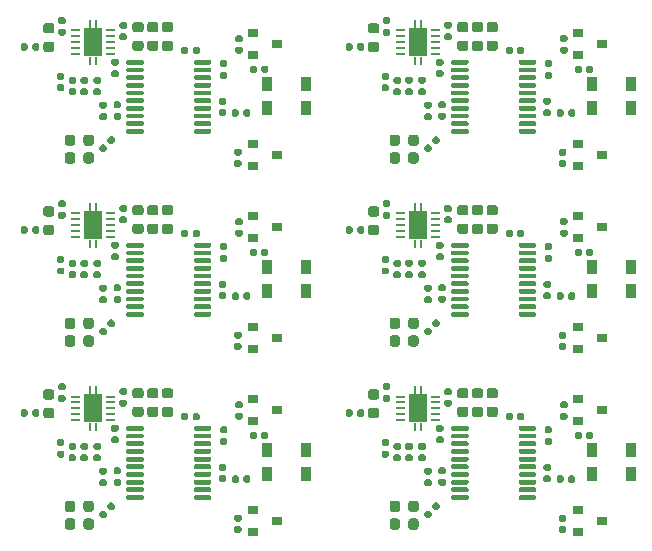
<source format=gbr>
%TF.GenerationSoftware,KiCad,Pcbnew,(5.1.6)-1*%
%TF.CreationDate,2021-08-29T21:48:12-05:00*%
%TF.ProjectId,MicroBrushedESC,4d696372-6f42-4727-9573-686564455343,rev?*%
%TF.SameCoordinates,Original*%
%TF.FileFunction,Paste,Top*%
%TF.FilePolarity,Positive*%
%FSLAX46Y46*%
G04 Gerber Fmt 4.6, Leading zero omitted, Abs format (unit mm)*
G04 Created by KiCad (PCBNEW (5.1.6)-1) date 2021-08-29 21:48:12*
%MOMM*%
%LPD*%
G01*
G04 APERTURE LIST*
%ADD10R,0.280000X0.700000*%
%ADD11C,0.280000*%
%ADD12R,0.710000X0.280000*%
%ADD13R,1.650000X2.400000*%
%ADD14R,0.900000X1.200000*%
%ADD15R,0.900000X0.800000*%
G04 APERTURE END LIST*
%TO.C,R14*%
G36*
G01*
X151895000Y-80927500D02*
X151895000Y-81272500D01*
G75*
G02*
X151747500Y-81420000I-147500J0D01*
G01*
X151452500Y-81420000D01*
G75*
G02*
X151305000Y-81272500I0J147500D01*
G01*
X151305000Y-80927500D01*
G75*
G02*
X151452500Y-80780000I147500J0D01*
G01*
X151747500Y-80780000D01*
G75*
G02*
X151895000Y-80927500I0J-147500D01*
G01*
G37*
G36*
G01*
X150925000Y-80927500D02*
X150925000Y-81272500D01*
G75*
G02*
X150777500Y-81420000I-147500J0D01*
G01*
X150482500Y-81420000D01*
G75*
G02*
X150335000Y-81272500I0J147500D01*
G01*
X150335000Y-80927500D01*
G75*
G02*
X150482500Y-80780000I147500J0D01*
G01*
X150777500Y-80780000D01*
G75*
G02*
X150925000Y-80927500I0J-147500D01*
G01*
G37*
%TD*%
%TO.C,R14*%
G36*
G01*
X124395000Y-80927500D02*
X124395000Y-81272500D01*
G75*
G02*
X124247500Y-81420000I-147500J0D01*
G01*
X123952500Y-81420000D01*
G75*
G02*
X123805000Y-81272500I0J147500D01*
G01*
X123805000Y-80927500D01*
G75*
G02*
X123952500Y-80780000I147500J0D01*
G01*
X124247500Y-80780000D01*
G75*
G02*
X124395000Y-80927500I0J-147500D01*
G01*
G37*
G36*
G01*
X123425000Y-80927500D02*
X123425000Y-81272500D01*
G75*
G02*
X123277500Y-81420000I-147500J0D01*
G01*
X122982500Y-81420000D01*
G75*
G02*
X122835000Y-81272500I0J147500D01*
G01*
X122835000Y-80927500D01*
G75*
G02*
X122982500Y-80780000I147500J0D01*
G01*
X123277500Y-80780000D01*
G75*
G02*
X123425000Y-80927500I0J-147500D01*
G01*
G37*
%TD*%
%TO.C,R14*%
G36*
G01*
X151895000Y-65427500D02*
X151895000Y-65772500D01*
G75*
G02*
X151747500Y-65920000I-147500J0D01*
G01*
X151452500Y-65920000D01*
G75*
G02*
X151305000Y-65772500I0J147500D01*
G01*
X151305000Y-65427500D01*
G75*
G02*
X151452500Y-65280000I147500J0D01*
G01*
X151747500Y-65280000D01*
G75*
G02*
X151895000Y-65427500I0J-147500D01*
G01*
G37*
G36*
G01*
X150925000Y-65427500D02*
X150925000Y-65772500D01*
G75*
G02*
X150777500Y-65920000I-147500J0D01*
G01*
X150482500Y-65920000D01*
G75*
G02*
X150335000Y-65772500I0J147500D01*
G01*
X150335000Y-65427500D01*
G75*
G02*
X150482500Y-65280000I147500J0D01*
G01*
X150777500Y-65280000D01*
G75*
G02*
X150925000Y-65427500I0J-147500D01*
G01*
G37*
%TD*%
%TO.C,R14*%
G36*
G01*
X124395000Y-65427500D02*
X124395000Y-65772500D01*
G75*
G02*
X124247500Y-65920000I-147500J0D01*
G01*
X123952500Y-65920000D01*
G75*
G02*
X123805000Y-65772500I0J147500D01*
G01*
X123805000Y-65427500D01*
G75*
G02*
X123952500Y-65280000I147500J0D01*
G01*
X124247500Y-65280000D01*
G75*
G02*
X124395000Y-65427500I0J-147500D01*
G01*
G37*
G36*
G01*
X123425000Y-65427500D02*
X123425000Y-65772500D01*
G75*
G02*
X123277500Y-65920000I-147500J0D01*
G01*
X122982500Y-65920000D01*
G75*
G02*
X122835000Y-65772500I0J147500D01*
G01*
X122835000Y-65427500D01*
G75*
G02*
X122982500Y-65280000I147500J0D01*
G01*
X123277500Y-65280000D01*
G75*
G02*
X123425000Y-65427500I0J-147500D01*
G01*
G37*
%TD*%
%TO.C,R14*%
G36*
G01*
X151895000Y-49927500D02*
X151895000Y-50272500D01*
G75*
G02*
X151747500Y-50420000I-147500J0D01*
G01*
X151452500Y-50420000D01*
G75*
G02*
X151305000Y-50272500I0J147500D01*
G01*
X151305000Y-49927500D01*
G75*
G02*
X151452500Y-49780000I147500J0D01*
G01*
X151747500Y-49780000D01*
G75*
G02*
X151895000Y-49927500I0J-147500D01*
G01*
G37*
G36*
G01*
X150925000Y-49927500D02*
X150925000Y-50272500D01*
G75*
G02*
X150777500Y-50420000I-147500J0D01*
G01*
X150482500Y-50420000D01*
G75*
G02*
X150335000Y-50272500I0J147500D01*
G01*
X150335000Y-49927500D01*
G75*
G02*
X150482500Y-49780000I147500J0D01*
G01*
X150777500Y-49780000D01*
G75*
G02*
X150925000Y-49927500I0J-147500D01*
G01*
G37*
%TD*%
%TO.C,R13*%
G36*
G01*
X153872500Y-84865000D02*
X153527500Y-84865000D01*
G75*
G02*
X153380000Y-84717500I0J147500D01*
G01*
X153380000Y-84422500D01*
G75*
G02*
X153527500Y-84275000I147500J0D01*
G01*
X153872500Y-84275000D01*
G75*
G02*
X154020000Y-84422500I0J-147500D01*
G01*
X154020000Y-84717500D01*
G75*
G02*
X153872500Y-84865000I-147500J0D01*
G01*
G37*
G36*
G01*
X153872500Y-83895000D02*
X153527500Y-83895000D01*
G75*
G02*
X153380000Y-83747500I0J147500D01*
G01*
X153380000Y-83452500D01*
G75*
G02*
X153527500Y-83305000I147500J0D01*
G01*
X153872500Y-83305000D01*
G75*
G02*
X154020000Y-83452500I0J-147500D01*
G01*
X154020000Y-83747500D01*
G75*
G02*
X153872500Y-83895000I-147500J0D01*
G01*
G37*
%TD*%
%TO.C,R13*%
G36*
G01*
X126372500Y-84865000D02*
X126027500Y-84865000D01*
G75*
G02*
X125880000Y-84717500I0J147500D01*
G01*
X125880000Y-84422500D01*
G75*
G02*
X126027500Y-84275000I147500J0D01*
G01*
X126372500Y-84275000D01*
G75*
G02*
X126520000Y-84422500I0J-147500D01*
G01*
X126520000Y-84717500D01*
G75*
G02*
X126372500Y-84865000I-147500J0D01*
G01*
G37*
G36*
G01*
X126372500Y-83895000D02*
X126027500Y-83895000D01*
G75*
G02*
X125880000Y-83747500I0J147500D01*
G01*
X125880000Y-83452500D01*
G75*
G02*
X126027500Y-83305000I147500J0D01*
G01*
X126372500Y-83305000D01*
G75*
G02*
X126520000Y-83452500I0J-147500D01*
G01*
X126520000Y-83747500D01*
G75*
G02*
X126372500Y-83895000I-147500J0D01*
G01*
G37*
%TD*%
%TO.C,R13*%
G36*
G01*
X153872500Y-69365000D02*
X153527500Y-69365000D01*
G75*
G02*
X153380000Y-69217500I0J147500D01*
G01*
X153380000Y-68922500D01*
G75*
G02*
X153527500Y-68775000I147500J0D01*
G01*
X153872500Y-68775000D01*
G75*
G02*
X154020000Y-68922500I0J-147500D01*
G01*
X154020000Y-69217500D01*
G75*
G02*
X153872500Y-69365000I-147500J0D01*
G01*
G37*
G36*
G01*
X153872500Y-68395000D02*
X153527500Y-68395000D01*
G75*
G02*
X153380000Y-68247500I0J147500D01*
G01*
X153380000Y-67952500D01*
G75*
G02*
X153527500Y-67805000I147500J0D01*
G01*
X153872500Y-67805000D01*
G75*
G02*
X154020000Y-67952500I0J-147500D01*
G01*
X154020000Y-68247500D01*
G75*
G02*
X153872500Y-68395000I-147500J0D01*
G01*
G37*
%TD*%
%TO.C,R13*%
G36*
G01*
X126372500Y-69365000D02*
X126027500Y-69365000D01*
G75*
G02*
X125880000Y-69217500I0J147500D01*
G01*
X125880000Y-68922500D01*
G75*
G02*
X126027500Y-68775000I147500J0D01*
G01*
X126372500Y-68775000D01*
G75*
G02*
X126520000Y-68922500I0J-147500D01*
G01*
X126520000Y-69217500D01*
G75*
G02*
X126372500Y-69365000I-147500J0D01*
G01*
G37*
G36*
G01*
X126372500Y-68395000D02*
X126027500Y-68395000D01*
G75*
G02*
X125880000Y-68247500I0J147500D01*
G01*
X125880000Y-67952500D01*
G75*
G02*
X126027500Y-67805000I147500J0D01*
G01*
X126372500Y-67805000D01*
G75*
G02*
X126520000Y-67952500I0J-147500D01*
G01*
X126520000Y-68247500D01*
G75*
G02*
X126372500Y-68395000I-147500J0D01*
G01*
G37*
%TD*%
%TO.C,R13*%
G36*
G01*
X153872500Y-53865000D02*
X153527500Y-53865000D01*
G75*
G02*
X153380000Y-53717500I0J147500D01*
G01*
X153380000Y-53422500D01*
G75*
G02*
X153527500Y-53275000I147500J0D01*
G01*
X153872500Y-53275000D01*
G75*
G02*
X154020000Y-53422500I0J-147500D01*
G01*
X154020000Y-53717500D01*
G75*
G02*
X153872500Y-53865000I-147500J0D01*
G01*
G37*
G36*
G01*
X153872500Y-52895000D02*
X153527500Y-52895000D01*
G75*
G02*
X153380000Y-52747500I0J147500D01*
G01*
X153380000Y-52452500D01*
G75*
G02*
X153527500Y-52305000I147500J0D01*
G01*
X153872500Y-52305000D01*
G75*
G02*
X154020000Y-52452500I0J-147500D01*
G01*
X154020000Y-52747500D01*
G75*
G02*
X153872500Y-52895000I-147500J0D01*
G01*
G37*
%TD*%
%TO.C,R9*%
G36*
G01*
X159172500Y-80545000D02*
X158827500Y-80545000D01*
G75*
G02*
X158680000Y-80397500I0J147500D01*
G01*
X158680000Y-80102500D01*
G75*
G02*
X158827500Y-79955000I147500J0D01*
G01*
X159172500Y-79955000D01*
G75*
G02*
X159320000Y-80102500I0J-147500D01*
G01*
X159320000Y-80397500D01*
G75*
G02*
X159172500Y-80545000I-147500J0D01*
G01*
G37*
G36*
G01*
X159172500Y-79575000D02*
X158827500Y-79575000D01*
G75*
G02*
X158680000Y-79427500I0J147500D01*
G01*
X158680000Y-79132500D01*
G75*
G02*
X158827500Y-78985000I147500J0D01*
G01*
X159172500Y-78985000D01*
G75*
G02*
X159320000Y-79132500I0J-147500D01*
G01*
X159320000Y-79427500D01*
G75*
G02*
X159172500Y-79575000I-147500J0D01*
G01*
G37*
%TD*%
%TO.C,R9*%
G36*
G01*
X131672500Y-80545000D02*
X131327500Y-80545000D01*
G75*
G02*
X131180000Y-80397500I0J147500D01*
G01*
X131180000Y-80102500D01*
G75*
G02*
X131327500Y-79955000I147500J0D01*
G01*
X131672500Y-79955000D01*
G75*
G02*
X131820000Y-80102500I0J-147500D01*
G01*
X131820000Y-80397500D01*
G75*
G02*
X131672500Y-80545000I-147500J0D01*
G01*
G37*
G36*
G01*
X131672500Y-79575000D02*
X131327500Y-79575000D01*
G75*
G02*
X131180000Y-79427500I0J147500D01*
G01*
X131180000Y-79132500D01*
G75*
G02*
X131327500Y-78985000I147500J0D01*
G01*
X131672500Y-78985000D01*
G75*
G02*
X131820000Y-79132500I0J-147500D01*
G01*
X131820000Y-79427500D01*
G75*
G02*
X131672500Y-79575000I-147500J0D01*
G01*
G37*
%TD*%
%TO.C,R9*%
G36*
G01*
X159172500Y-65045000D02*
X158827500Y-65045000D01*
G75*
G02*
X158680000Y-64897500I0J147500D01*
G01*
X158680000Y-64602500D01*
G75*
G02*
X158827500Y-64455000I147500J0D01*
G01*
X159172500Y-64455000D01*
G75*
G02*
X159320000Y-64602500I0J-147500D01*
G01*
X159320000Y-64897500D01*
G75*
G02*
X159172500Y-65045000I-147500J0D01*
G01*
G37*
G36*
G01*
X159172500Y-64075000D02*
X158827500Y-64075000D01*
G75*
G02*
X158680000Y-63927500I0J147500D01*
G01*
X158680000Y-63632500D01*
G75*
G02*
X158827500Y-63485000I147500J0D01*
G01*
X159172500Y-63485000D01*
G75*
G02*
X159320000Y-63632500I0J-147500D01*
G01*
X159320000Y-63927500D01*
G75*
G02*
X159172500Y-64075000I-147500J0D01*
G01*
G37*
%TD*%
%TO.C,R9*%
G36*
G01*
X131672500Y-65045000D02*
X131327500Y-65045000D01*
G75*
G02*
X131180000Y-64897500I0J147500D01*
G01*
X131180000Y-64602500D01*
G75*
G02*
X131327500Y-64455000I147500J0D01*
G01*
X131672500Y-64455000D01*
G75*
G02*
X131820000Y-64602500I0J-147500D01*
G01*
X131820000Y-64897500D01*
G75*
G02*
X131672500Y-65045000I-147500J0D01*
G01*
G37*
G36*
G01*
X131672500Y-64075000D02*
X131327500Y-64075000D01*
G75*
G02*
X131180000Y-63927500I0J147500D01*
G01*
X131180000Y-63632500D01*
G75*
G02*
X131327500Y-63485000I147500J0D01*
G01*
X131672500Y-63485000D01*
G75*
G02*
X131820000Y-63632500I0J-147500D01*
G01*
X131820000Y-63927500D01*
G75*
G02*
X131672500Y-64075000I-147500J0D01*
G01*
G37*
%TD*%
%TO.C,R9*%
G36*
G01*
X159172500Y-49545000D02*
X158827500Y-49545000D01*
G75*
G02*
X158680000Y-49397500I0J147500D01*
G01*
X158680000Y-49102500D01*
G75*
G02*
X158827500Y-48955000I147500J0D01*
G01*
X159172500Y-48955000D01*
G75*
G02*
X159320000Y-49102500I0J-147500D01*
G01*
X159320000Y-49397500D01*
G75*
G02*
X159172500Y-49545000I-147500J0D01*
G01*
G37*
G36*
G01*
X159172500Y-48575000D02*
X158827500Y-48575000D01*
G75*
G02*
X158680000Y-48427500I0J147500D01*
G01*
X158680000Y-48132500D01*
G75*
G02*
X158827500Y-47985000I147500J0D01*
G01*
X159172500Y-47985000D01*
G75*
G02*
X159320000Y-48132500I0J-147500D01*
G01*
X159320000Y-48427500D01*
G75*
G02*
X159172500Y-48575000I-147500J0D01*
G01*
G37*
%TD*%
D10*
%TO.C,U2*%
X156710000Y-82250000D03*
X156210000Y-82250000D03*
X156210000Y-79150000D03*
D11*
X155270000Y-79700000D03*
D12*
X154920000Y-79700000D03*
D13*
X156460000Y-80700000D03*
D11*
X157650000Y-81700000D03*
D12*
X158000000Y-81700000D03*
X158000000Y-81200000D03*
X158000000Y-80700000D03*
X158000000Y-80200000D03*
X158000000Y-79700000D03*
D11*
X157650000Y-81200000D03*
X157650000Y-80700000D03*
X157650000Y-80200000D03*
X157650000Y-79700000D03*
D12*
X154920000Y-80200000D03*
X154920000Y-80700000D03*
X154920000Y-81200000D03*
X154920000Y-81700000D03*
D11*
X155270000Y-80200000D03*
X155270000Y-80700000D03*
X155270000Y-81200000D03*
X155270000Y-81700000D03*
D10*
X156710000Y-79150000D03*
%TD*%
%TO.C,U2*%
X129210000Y-82250000D03*
X128710000Y-82250000D03*
X128710000Y-79150000D03*
D11*
X127770000Y-79700000D03*
D12*
X127420000Y-79700000D03*
D13*
X128960000Y-80700000D03*
D11*
X130150000Y-81700000D03*
D12*
X130500000Y-81700000D03*
X130500000Y-81200000D03*
X130500000Y-80700000D03*
X130500000Y-80200000D03*
X130500000Y-79700000D03*
D11*
X130150000Y-81200000D03*
X130150000Y-80700000D03*
X130150000Y-80200000D03*
X130150000Y-79700000D03*
D12*
X127420000Y-80200000D03*
X127420000Y-80700000D03*
X127420000Y-81200000D03*
X127420000Y-81700000D03*
D11*
X127770000Y-80200000D03*
X127770000Y-80700000D03*
X127770000Y-81200000D03*
X127770000Y-81700000D03*
D10*
X129210000Y-79150000D03*
%TD*%
%TO.C,U2*%
X156710000Y-66750000D03*
X156210000Y-66750000D03*
X156210000Y-63650000D03*
D11*
X155270000Y-64200000D03*
D12*
X154920000Y-64200000D03*
D13*
X156460000Y-65200000D03*
D11*
X157650000Y-66200000D03*
D12*
X158000000Y-66200000D03*
X158000000Y-65700000D03*
X158000000Y-65200000D03*
X158000000Y-64700000D03*
X158000000Y-64200000D03*
D11*
X157650000Y-65700000D03*
X157650000Y-65200000D03*
X157650000Y-64700000D03*
X157650000Y-64200000D03*
D12*
X154920000Y-64700000D03*
X154920000Y-65200000D03*
X154920000Y-65700000D03*
X154920000Y-66200000D03*
D11*
X155270000Y-64700000D03*
X155270000Y-65200000D03*
X155270000Y-65700000D03*
X155270000Y-66200000D03*
D10*
X156710000Y-63650000D03*
%TD*%
%TO.C,U2*%
X129210000Y-66750000D03*
X128710000Y-66750000D03*
X128710000Y-63650000D03*
D11*
X127770000Y-64200000D03*
D12*
X127420000Y-64200000D03*
D13*
X128960000Y-65200000D03*
D11*
X130150000Y-66200000D03*
D12*
X130500000Y-66200000D03*
X130500000Y-65700000D03*
X130500000Y-65200000D03*
X130500000Y-64700000D03*
X130500000Y-64200000D03*
D11*
X130150000Y-65700000D03*
X130150000Y-65200000D03*
X130150000Y-64700000D03*
X130150000Y-64200000D03*
D12*
X127420000Y-64700000D03*
X127420000Y-65200000D03*
X127420000Y-65700000D03*
X127420000Y-66200000D03*
D11*
X127770000Y-64700000D03*
X127770000Y-65200000D03*
X127770000Y-65700000D03*
X127770000Y-66200000D03*
D10*
X129210000Y-63650000D03*
%TD*%
%TO.C,U2*%
X156710000Y-51250000D03*
X156210000Y-51250000D03*
X156210000Y-48150000D03*
D11*
X155270000Y-48700000D03*
D12*
X154920000Y-48700000D03*
D13*
X156460000Y-49700000D03*
D11*
X157650000Y-50700000D03*
D12*
X158000000Y-50700000D03*
X158000000Y-50200000D03*
X158000000Y-49700000D03*
X158000000Y-49200000D03*
X158000000Y-48700000D03*
D11*
X157650000Y-50200000D03*
X157650000Y-49700000D03*
X157650000Y-49200000D03*
X157650000Y-48700000D03*
D12*
X154920000Y-49200000D03*
X154920000Y-49700000D03*
X154920000Y-50200000D03*
X154920000Y-50700000D03*
D11*
X155270000Y-49200000D03*
X155270000Y-49700000D03*
X155270000Y-50200000D03*
X155270000Y-50700000D03*
D10*
X156710000Y-48150000D03*
%TD*%
%TO.C,C9*%
G36*
G01*
X160506250Y-81437500D02*
X159993750Y-81437500D01*
G75*
G02*
X159775000Y-81218750I0J218750D01*
G01*
X159775000Y-80781250D01*
G75*
G02*
X159993750Y-80562500I218750J0D01*
G01*
X160506250Y-80562500D01*
G75*
G02*
X160725000Y-80781250I0J-218750D01*
G01*
X160725000Y-81218750D01*
G75*
G02*
X160506250Y-81437500I-218750J0D01*
G01*
G37*
G36*
G01*
X160506250Y-79862500D02*
X159993750Y-79862500D01*
G75*
G02*
X159775000Y-79643750I0J218750D01*
G01*
X159775000Y-79206250D01*
G75*
G02*
X159993750Y-78987500I218750J0D01*
G01*
X160506250Y-78987500D01*
G75*
G02*
X160725000Y-79206250I0J-218750D01*
G01*
X160725000Y-79643750D01*
G75*
G02*
X160506250Y-79862500I-218750J0D01*
G01*
G37*
%TD*%
%TO.C,C9*%
G36*
G01*
X133006250Y-81437500D02*
X132493750Y-81437500D01*
G75*
G02*
X132275000Y-81218750I0J218750D01*
G01*
X132275000Y-80781250D01*
G75*
G02*
X132493750Y-80562500I218750J0D01*
G01*
X133006250Y-80562500D01*
G75*
G02*
X133225000Y-80781250I0J-218750D01*
G01*
X133225000Y-81218750D01*
G75*
G02*
X133006250Y-81437500I-218750J0D01*
G01*
G37*
G36*
G01*
X133006250Y-79862500D02*
X132493750Y-79862500D01*
G75*
G02*
X132275000Y-79643750I0J218750D01*
G01*
X132275000Y-79206250D01*
G75*
G02*
X132493750Y-78987500I218750J0D01*
G01*
X133006250Y-78987500D01*
G75*
G02*
X133225000Y-79206250I0J-218750D01*
G01*
X133225000Y-79643750D01*
G75*
G02*
X133006250Y-79862500I-218750J0D01*
G01*
G37*
%TD*%
%TO.C,C9*%
G36*
G01*
X160506250Y-65937500D02*
X159993750Y-65937500D01*
G75*
G02*
X159775000Y-65718750I0J218750D01*
G01*
X159775000Y-65281250D01*
G75*
G02*
X159993750Y-65062500I218750J0D01*
G01*
X160506250Y-65062500D01*
G75*
G02*
X160725000Y-65281250I0J-218750D01*
G01*
X160725000Y-65718750D01*
G75*
G02*
X160506250Y-65937500I-218750J0D01*
G01*
G37*
G36*
G01*
X160506250Y-64362500D02*
X159993750Y-64362500D01*
G75*
G02*
X159775000Y-64143750I0J218750D01*
G01*
X159775000Y-63706250D01*
G75*
G02*
X159993750Y-63487500I218750J0D01*
G01*
X160506250Y-63487500D01*
G75*
G02*
X160725000Y-63706250I0J-218750D01*
G01*
X160725000Y-64143750D01*
G75*
G02*
X160506250Y-64362500I-218750J0D01*
G01*
G37*
%TD*%
%TO.C,C9*%
G36*
G01*
X133006250Y-65937500D02*
X132493750Y-65937500D01*
G75*
G02*
X132275000Y-65718750I0J218750D01*
G01*
X132275000Y-65281250D01*
G75*
G02*
X132493750Y-65062500I218750J0D01*
G01*
X133006250Y-65062500D01*
G75*
G02*
X133225000Y-65281250I0J-218750D01*
G01*
X133225000Y-65718750D01*
G75*
G02*
X133006250Y-65937500I-218750J0D01*
G01*
G37*
G36*
G01*
X133006250Y-64362500D02*
X132493750Y-64362500D01*
G75*
G02*
X132275000Y-64143750I0J218750D01*
G01*
X132275000Y-63706250D01*
G75*
G02*
X132493750Y-63487500I218750J0D01*
G01*
X133006250Y-63487500D01*
G75*
G02*
X133225000Y-63706250I0J-218750D01*
G01*
X133225000Y-64143750D01*
G75*
G02*
X133006250Y-64362500I-218750J0D01*
G01*
G37*
%TD*%
%TO.C,C9*%
G36*
G01*
X160506250Y-50437500D02*
X159993750Y-50437500D01*
G75*
G02*
X159775000Y-50218750I0J218750D01*
G01*
X159775000Y-49781250D01*
G75*
G02*
X159993750Y-49562500I218750J0D01*
G01*
X160506250Y-49562500D01*
G75*
G02*
X160725000Y-49781250I0J-218750D01*
G01*
X160725000Y-50218750D01*
G75*
G02*
X160506250Y-50437500I-218750J0D01*
G01*
G37*
G36*
G01*
X160506250Y-48862500D02*
X159993750Y-48862500D01*
G75*
G02*
X159775000Y-48643750I0J218750D01*
G01*
X159775000Y-48206250D01*
G75*
G02*
X159993750Y-47987500I218750J0D01*
G01*
X160506250Y-47987500D01*
G75*
G02*
X160725000Y-48206250I0J-218750D01*
G01*
X160725000Y-48643750D01*
G75*
G02*
X160506250Y-48862500I-218750J0D01*
G01*
G37*
%TD*%
%TO.C,C6*%
G36*
G01*
X161756250Y-81437500D02*
X161243750Y-81437500D01*
G75*
G02*
X161025000Y-81218750I0J218750D01*
G01*
X161025000Y-80781250D01*
G75*
G02*
X161243750Y-80562500I218750J0D01*
G01*
X161756250Y-80562500D01*
G75*
G02*
X161975000Y-80781250I0J-218750D01*
G01*
X161975000Y-81218750D01*
G75*
G02*
X161756250Y-81437500I-218750J0D01*
G01*
G37*
G36*
G01*
X161756250Y-79862500D02*
X161243750Y-79862500D01*
G75*
G02*
X161025000Y-79643750I0J218750D01*
G01*
X161025000Y-79206250D01*
G75*
G02*
X161243750Y-78987500I218750J0D01*
G01*
X161756250Y-78987500D01*
G75*
G02*
X161975000Y-79206250I0J-218750D01*
G01*
X161975000Y-79643750D01*
G75*
G02*
X161756250Y-79862500I-218750J0D01*
G01*
G37*
%TD*%
%TO.C,C6*%
G36*
G01*
X134256250Y-81437500D02*
X133743750Y-81437500D01*
G75*
G02*
X133525000Y-81218750I0J218750D01*
G01*
X133525000Y-80781250D01*
G75*
G02*
X133743750Y-80562500I218750J0D01*
G01*
X134256250Y-80562500D01*
G75*
G02*
X134475000Y-80781250I0J-218750D01*
G01*
X134475000Y-81218750D01*
G75*
G02*
X134256250Y-81437500I-218750J0D01*
G01*
G37*
G36*
G01*
X134256250Y-79862500D02*
X133743750Y-79862500D01*
G75*
G02*
X133525000Y-79643750I0J218750D01*
G01*
X133525000Y-79206250D01*
G75*
G02*
X133743750Y-78987500I218750J0D01*
G01*
X134256250Y-78987500D01*
G75*
G02*
X134475000Y-79206250I0J-218750D01*
G01*
X134475000Y-79643750D01*
G75*
G02*
X134256250Y-79862500I-218750J0D01*
G01*
G37*
%TD*%
%TO.C,C6*%
G36*
G01*
X161756250Y-65937500D02*
X161243750Y-65937500D01*
G75*
G02*
X161025000Y-65718750I0J218750D01*
G01*
X161025000Y-65281250D01*
G75*
G02*
X161243750Y-65062500I218750J0D01*
G01*
X161756250Y-65062500D01*
G75*
G02*
X161975000Y-65281250I0J-218750D01*
G01*
X161975000Y-65718750D01*
G75*
G02*
X161756250Y-65937500I-218750J0D01*
G01*
G37*
G36*
G01*
X161756250Y-64362500D02*
X161243750Y-64362500D01*
G75*
G02*
X161025000Y-64143750I0J218750D01*
G01*
X161025000Y-63706250D01*
G75*
G02*
X161243750Y-63487500I218750J0D01*
G01*
X161756250Y-63487500D01*
G75*
G02*
X161975000Y-63706250I0J-218750D01*
G01*
X161975000Y-64143750D01*
G75*
G02*
X161756250Y-64362500I-218750J0D01*
G01*
G37*
%TD*%
%TO.C,C6*%
G36*
G01*
X134256250Y-65937500D02*
X133743750Y-65937500D01*
G75*
G02*
X133525000Y-65718750I0J218750D01*
G01*
X133525000Y-65281250D01*
G75*
G02*
X133743750Y-65062500I218750J0D01*
G01*
X134256250Y-65062500D01*
G75*
G02*
X134475000Y-65281250I0J-218750D01*
G01*
X134475000Y-65718750D01*
G75*
G02*
X134256250Y-65937500I-218750J0D01*
G01*
G37*
G36*
G01*
X134256250Y-64362500D02*
X133743750Y-64362500D01*
G75*
G02*
X133525000Y-64143750I0J218750D01*
G01*
X133525000Y-63706250D01*
G75*
G02*
X133743750Y-63487500I218750J0D01*
G01*
X134256250Y-63487500D01*
G75*
G02*
X134475000Y-63706250I0J-218750D01*
G01*
X134475000Y-64143750D01*
G75*
G02*
X134256250Y-64362500I-218750J0D01*
G01*
G37*
%TD*%
%TO.C,C6*%
G36*
G01*
X161756250Y-50437500D02*
X161243750Y-50437500D01*
G75*
G02*
X161025000Y-50218750I0J218750D01*
G01*
X161025000Y-49781250D01*
G75*
G02*
X161243750Y-49562500I218750J0D01*
G01*
X161756250Y-49562500D01*
G75*
G02*
X161975000Y-49781250I0J-218750D01*
G01*
X161975000Y-50218750D01*
G75*
G02*
X161756250Y-50437500I-218750J0D01*
G01*
G37*
G36*
G01*
X161756250Y-48862500D02*
X161243750Y-48862500D01*
G75*
G02*
X161025000Y-48643750I0J218750D01*
G01*
X161025000Y-48206250D01*
G75*
G02*
X161243750Y-47987500I218750J0D01*
G01*
X161756250Y-47987500D01*
G75*
G02*
X161975000Y-48206250I0J-218750D01*
G01*
X161975000Y-48643750D01*
G75*
G02*
X161756250Y-48862500I-218750J0D01*
G01*
G37*
%TD*%
%TO.C,C2*%
G36*
G01*
X152956250Y-81537500D02*
X152443750Y-81537500D01*
G75*
G02*
X152225000Y-81318750I0J218750D01*
G01*
X152225000Y-80881250D01*
G75*
G02*
X152443750Y-80662500I218750J0D01*
G01*
X152956250Y-80662500D01*
G75*
G02*
X153175000Y-80881250I0J-218750D01*
G01*
X153175000Y-81318750D01*
G75*
G02*
X152956250Y-81537500I-218750J0D01*
G01*
G37*
G36*
G01*
X152956250Y-79962500D02*
X152443750Y-79962500D01*
G75*
G02*
X152225000Y-79743750I0J218750D01*
G01*
X152225000Y-79306250D01*
G75*
G02*
X152443750Y-79087500I218750J0D01*
G01*
X152956250Y-79087500D01*
G75*
G02*
X153175000Y-79306250I0J-218750D01*
G01*
X153175000Y-79743750D01*
G75*
G02*
X152956250Y-79962500I-218750J0D01*
G01*
G37*
%TD*%
%TO.C,C2*%
G36*
G01*
X125456250Y-81537500D02*
X124943750Y-81537500D01*
G75*
G02*
X124725000Y-81318750I0J218750D01*
G01*
X124725000Y-80881250D01*
G75*
G02*
X124943750Y-80662500I218750J0D01*
G01*
X125456250Y-80662500D01*
G75*
G02*
X125675000Y-80881250I0J-218750D01*
G01*
X125675000Y-81318750D01*
G75*
G02*
X125456250Y-81537500I-218750J0D01*
G01*
G37*
G36*
G01*
X125456250Y-79962500D02*
X124943750Y-79962500D01*
G75*
G02*
X124725000Y-79743750I0J218750D01*
G01*
X124725000Y-79306250D01*
G75*
G02*
X124943750Y-79087500I218750J0D01*
G01*
X125456250Y-79087500D01*
G75*
G02*
X125675000Y-79306250I0J-218750D01*
G01*
X125675000Y-79743750D01*
G75*
G02*
X125456250Y-79962500I-218750J0D01*
G01*
G37*
%TD*%
%TO.C,C2*%
G36*
G01*
X152956250Y-66037500D02*
X152443750Y-66037500D01*
G75*
G02*
X152225000Y-65818750I0J218750D01*
G01*
X152225000Y-65381250D01*
G75*
G02*
X152443750Y-65162500I218750J0D01*
G01*
X152956250Y-65162500D01*
G75*
G02*
X153175000Y-65381250I0J-218750D01*
G01*
X153175000Y-65818750D01*
G75*
G02*
X152956250Y-66037500I-218750J0D01*
G01*
G37*
G36*
G01*
X152956250Y-64462500D02*
X152443750Y-64462500D01*
G75*
G02*
X152225000Y-64243750I0J218750D01*
G01*
X152225000Y-63806250D01*
G75*
G02*
X152443750Y-63587500I218750J0D01*
G01*
X152956250Y-63587500D01*
G75*
G02*
X153175000Y-63806250I0J-218750D01*
G01*
X153175000Y-64243750D01*
G75*
G02*
X152956250Y-64462500I-218750J0D01*
G01*
G37*
%TD*%
%TO.C,C2*%
G36*
G01*
X125456250Y-66037500D02*
X124943750Y-66037500D01*
G75*
G02*
X124725000Y-65818750I0J218750D01*
G01*
X124725000Y-65381250D01*
G75*
G02*
X124943750Y-65162500I218750J0D01*
G01*
X125456250Y-65162500D01*
G75*
G02*
X125675000Y-65381250I0J-218750D01*
G01*
X125675000Y-65818750D01*
G75*
G02*
X125456250Y-66037500I-218750J0D01*
G01*
G37*
G36*
G01*
X125456250Y-64462500D02*
X124943750Y-64462500D01*
G75*
G02*
X124725000Y-64243750I0J218750D01*
G01*
X124725000Y-63806250D01*
G75*
G02*
X124943750Y-63587500I218750J0D01*
G01*
X125456250Y-63587500D01*
G75*
G02*
X125675000Y-63806250I0J-218750D01*
G01*
X125675000Y-64243750D01*
G75*
G02*
X125456250Y-64462500I-218750J0D01*
G01*
G37*
%TD*%
%TO.C,C2*%
G36*
G01*
X152956250Y-50537500D02*
X152443750Y-50537500D01*
G75*
G02*
X152225000Y-50318750I0J218750D01*
G01*
X152225000Y-49881250D01*
G75*
G02*
X152443750Y-49662500I218750J0D01*
G01*
X152956250Y-49662500D01*
G75*
G02*
X153175000Y-49881250I0J-218750D01*
G01*
X153175000Y-50318750D01*
G75*
G02*
X152956250Y-50537500I-218750J0D01*
G01*
G37*
G36*
G01*
X152956250Y-48962500D02*
X152443750Y-48962500D01*
G75*
G02*
X152225000Y-48743750I0J218750D01*
G01*
X152225000Y-48306250D01*
G75*
G02*
X152443750Y-48087500I218750J0D01*
G01*
X152956250Y-48087500D01*
G75*
G02*
X153175000Y-48306250I0J-218750D01*
G01*
X153175000Y-48743750D01*
G75*
G02*
X152956250Y-48962500I-218750J0D01*
G01*
G37*
%TD*%
%TO.C,C4*%
G36*
G01*
X157472500Y-87295000D02*
X157127500Y-87295000D01*
G75*
G02*
X156980000Y-87147500I0J147500D01*
G01*
X156980000Y-86852500D01*
G75*
G02*
X157127500Y-86705000I147500J0D01*
G01*
X157472500Y-86705000D01*
G75*
G02*
X157620000Y-86852500I0J-147500D01*
G01*
X157620000Y-87147500D01*
G75*
G02*
X157472500Y-87295000I-147500J0D01*
G01*
G37*
G36*
G01*
X157472500Y-86325000D02*
X157127500Y-86325000D01*
G75*
G02*
X156980000Y-86177500I0J147500D01*
G01*
X156980000Y-85882500D01*
G75*
G02*
X157127500Y-85735000I147500J0D01*
G01*
X157472500Y-85735000D01*
G75*
G02*
X157620000Y-85882500I0J-147500D01*
G01*
X157620000Y-86177500D01*
G75*
G02*
X157472500Y-86325000I-147500J0D01*
G01*
G37*
%TD*%
%TO.C,C4*%
G36*
G01*
X129972500Y-87295000D02*
X129627500Y-87295000D01*
G75*
G02*
X129480000Y-87147500I0J147500D01*
G01*
X129480000Y-86852500D01*
G75*
G02*
X129627500Y-86705000I147500J0D01*
G01*
X129972500Y-86705000D01*
G75*
G02*
X130120000Y-86852500I0J-147500D01*
G01*
X130120000Y-87147500D01*
G75*
G02*
X129972500Y-87295000I-147500J0D01*
G01*
G37*
G36*
G01*
X129972500Y-86325000D02*
X129627500Y-86325000D01*
G75*
G02*
X129480000Y-86177500I0J147500D01*
G01*
X129480000Y-85882500D01*
G75*
G02*
X129627500Y-85735000I147500J0D01*
G01*
X129972500Y-85735000D01*
G75*
G02*
X130120000Y-85882500I0J-147500D01*
G01*
X130120000Y-86177500D01*
G75*
G02*
X129972500Y-86325000I-147500J0D01*
G01*
G37*
%TD*%
%TO.C,C4*%
G36*
G01*
X157472500Y-71795000D02*
X157127500Y-71795000D01*
G75*
G02*
X156980000Y-71647500I0J147500D01*
G01*
X156980000Y-71352500D01*
G75*
G02*
X157127500Y-71205000I147500J0D01*
G01*
X157472500Y-71205000D01*
G75*
G02*
X157620000Y-71352500I0J-147500D01*
G01*
X157620000Y-71647500D01*
G75*
G02*
X157472500Y-71795000I-147500J0D01*
G01*
G37*
G36*
G01*
X157472500Y-70825000D02*
X157127500Y-70825000D01*
G75*
G02*
X156980000Y-70677500I0J147500D01*
G01*
X156980000Y-70382500D01*
G75*
G02*
X157127500Y-70235000I147500J0D01*
G01*
X157472500Y-70235000D01*
G75*
G02*
X157620000Y-70382500I0J-147500D01*
G01*
X157620000Y-70677500D01*
G75*
G02*
X157472500Y-70825000I-147500J0D01*
G01*
G37*
%TD*%
%TO.C,C4*%
G36*
G01*
X129972500Y-71795000D02*
X129627500Y-71795000D01*
G75*
G02*
X129480000Y-71647500I0J147500D01*
G01*
X129480000Y-71352500D01*
G75*
G02*
X129627500Y-71205000I147500J0D01*
G01*
X129972500Y-71205000D01*
G75*
G02*
X130120000Y-71352500I0J-147500D01*
G01*
X130120000Y-71647500D01*
G75*
G02*
X129972500Y-71795000I-147500J0D01*
G01*
G37*
G36*
G01*
X129972500Y-70825000D02*
X129627500Y-70825000D01*
G75*
G02*
X129480000Y-70677500I0J147500D01*
G01*
X129480000Y-70382500D01*
G75*
G02*
X129627500Y-70235000I147500J0D01*
G01*
X129972500Y-70235000D01*
G75*
G02*
X130120000Y-70382500I0J-147500D01*
G01*
X130120000Y-70677500D01*
G75*
G02*
X129972500Y-70825000I-147500J0D01*
G01*
G37*
%TD*%
%TO.C,C4*%
G36*
G01*
X157472500Y-56295000D02*
X157127500Y-56295000D01*
G75*
G02*
X156980000Y-56147500I0J147500D01*
G01*
X156980000Y-55852500D01*
G75*
G02*
X157127500Y-55705000I147500J0D01*
G01*
X157472500Y-55705000D01*
G75*
G02*
X157620000Y-55852500I0J-147500D01*
G01*
X157620000Y-56147500D01*
G75*
G02*
X157472500Y-56295000I-147500J0D01*
G01*
G37*
G36*
G01*
X157472500Y-55325000D02*
X157127500Y-55325000D01*
G75*
G02*
X156980000Y-55177500I0J147500D01*
G01*
X156980000Y-54882500D01*
G75*
G02*
X157127500Y-54735000I147500J0D01*
G01*
X157472500Y-54735000D01*
G75*
G02*
X157620000Y-54882500I0J-147500D01*
G01*
X157620000Y-55177500D01*
G75*
G02*
X157472500Y-55325000I-147500J0D01*
G01*
G37*
%TD*%
%TO.C,C5*%
G36*
G01*
X156972500Y-85195000D02*
X156627500Y-85195000D01*
G75*
G02*
X156480000Y-85047500I0J147500D01*
G01*
X156480000Y-84752500D01*
G75*
G02*
X156627500Y-84605000I147500J0D01*
G01*
X156972500Y-84605000D01*
G75*
G02*
X157120000Y-84752500I0J-147500D01*
G01*
X157120000Y-85047500D01*
G75*
G02*
X156972500Y-85195000I-147500J0D01*
G01*
G37*
G36*
G01*
X156972500Y-84225000D02*
X156627500Y-84225000D01*
G75*
G02*
X156480000Y-84077500I0J147500D01*
G01*
X156480000Y-83782500D01*
G75*
G02*
X156627500Y-83635000I147500J0D01*
G01*
X156972500Y-83635000D01*
G75*
G02*
X157120000Y-83782500I0J-147500D01*
G01*
X157120000Y-84077500D01*
G75*
G02*
X156972500Y-84225000I-147500J0D01*
G01*
G37*
%TD*%
%TO.C,C5*%
G36*
G01*
X129472500Y-85195000D02*
X129127500Y-85195000D01*
G75*
G02*
X128980000Y-85047500I0J147500D01*
G01*
X128980000Y-84752500D01*
G75*
G02*
X129127500Y-84605000I147500J0D01*
G01*
X129472500Y-84605000D01*
G75*
G02*
X129620000Y-84752500I0J-147500D01*
G01*
X129620000Y-85047500D01*
G75*
G02*
X129472500Y-85195000I-147500J0D01*
G01*
G37*
G36*
G01*
X129472500Y-84225000D02*
X129127500Y-84225000D01*
G75*
G02*
X128980000Y-84077500I0J147500D01*
G01*
X128980000Y-83782500D01*
G75*
G02*
X129127500Y-83635000I147500J0D01*
G01*
X129472500Y-83635000D01*
G75*
G02*
X129620000Y-83782500I0J-147500D01*
G01*
X129620000Y-84077500D01*
G75*
G02*
X129472500Y-84225000I-147500J0D01*
G01*
G37*
%TD*%
%TO.C,C5*%
G36*
G01*
X156972500Y-69695000D02*
X156627500Y-69695000D01*
G75*
G02*
X156480000Y-69547500I0J147500D01*
G01*
X156480000Y-69252500D01*
G75*
G02*
X156627500Y-69105000I147500J0D01*
G01*
X156972500Y-69105000D01*
G75*
G02*
X157120000Y-69252500I0J-147500D01*
G01*
X157120000Y-69547500D01*
G75*
G02*
X156972500Y-69695000I-147500J0D01*
G01*
G37*
G36*
G01*
X156972500Y-68725000D02*
X156627500Y-68725000D01*
G75*
G02*
X156480000Y-68577500I0J147500D01*
G01*
X156480000Y-68282500D01*
G75*
G02*
X156627500Y-68135000I147500J0D01*
G01*
X156972500Y-68135000D01*
G75*
G02*
X157120000Y-68282500I0J-147500D01*
G01*
X157120000Y-68577500D01*
G75*
G02*
X156972500Y-68725000I-147500J0D01*
G01*
G37*
%TD*%
%TO.C,C5*%
G36*
G01*
X129472500Y-69695000D02*
X129127500Y-69695000D01*
G75*
G02*
X128980000Y-69547500I0J147500D01*
G01*
X128980000Y-69252500D01*
G75*
G02*
X129127500Y-69105000I147500J0D01*
G01*
X129472500Y-69105000D01*
G75*
G02*
X129620000Y-69252500I0J-147500D01*
G01*
X129620000Y-69547500D01*
G75*
G02*
X129472500Y-69695000I-147500J0D01*
G01*
G37*
G36*
G01*
X129472500Y-68725000D02*
X129127500Y-68725000D01*
G75*
G02*
X128980000Y-68577500I0J147500D01*
G01*
X128980000Y-68282500D01*
G75*
G02*
X129127500Y-68135000I147500J0D01*
G01*
X129472500Y-68135000D01*
G75*
G02*
X129620000Y-68282500I0J-147500D01*
G01*
X129620000Y-68577500D01*
G75*
G02*
X129472500Y-68725000I-147500J0D01*
G01*
G37*
%TD*%
%TO.C,C5*%
G36*
G01*
X156972500Y-54195000D02*
X156627500Y-54195000D01*
G75*
G02*
X156480000Y-54047500I0J147500D01*
G01*
X156480000Y-53752500D01*
G75*
G02*
X156627500Y-53605000I147500J0D01*
G01*
X156972500Y-53605000D01*
G75*
G02*
X157120000Y-53752500I0J-147500D01*
G01*
X157120000Y-54047500D01*
G75*
G02*
X156972500Y-54195000I-147500J0D01*
G01*
G37*
G36*
G01*
X156972500Y-53225000D02*
X156627500Y-53225000D01*
G75*
G02*
X156480000Y-53077500I0J147500D01*
G01*
X156480000Y-52782500D01*
G75*
G02*
X156627500Y-52635000I147500J0D01*
G01*
X156972500Y-52635000D01*
G75*
G02*
X157120000Y-52782500I0J-147500D01*
G01*
X157120000Y-53077500D01*
G75*
G02*
X156972500Y-53225000I-147500J0D01*
G01*
G37*
%TD*%
D14*
%TO.C,D2*%
X174500000Y-86250000D03*
X171200000Y-86250000D03*
%TD*%
%TO.C,D2*%
X147000000Y-86250000D03*
X143700000Y-86250000D03*
%TD*%
%TO.C,D2*%
X174500000Y-70750000D03*
X171200000Y-70750000D03*
%TD*%
%TO.C,D2*%
X147000000Y-70750000D03*
X143700000Y-70750000D03*
%TD*%
%TO.C,D2*%
X174500000Y-55250000D03*
X171200000Y-55250000D03*
%TD*%
%TO.C,D1*%
G36*
G01*
X156512500Y-90243750D02*
X156512500Y-90756250D01*
G75*
G02*
X156293750Y-90975000I-218750J0D01*
G01*
X155856250Y-90975000D01*
G75*
G02*
X155637500Y-90756250I0J218750D01*
G01*
X155637500Y-90243750D01*
G75*
G02*
X155856250Y-90025000I218750J0D01*
G01*
X156293750Y-90025000D01*
G75*
G02*
X156512500Y-90243750I0J-218750D01*
G01*
G37*
G36*
G01*
X154937500Y-90243750D02*
X154937500Y-90756250D01*
G75*
G02*
X154718750Y-90975000I-218750J0D01*
G01*
X154281250Y-90975000D01*
G75*
G02*
X154062500Y-90756250I0J218750D01*
G01*
X154062500Y-90243750D01*
G75*
G02*
X154281250Y-90025000I218750J0D01*
G01*
X154718750Y-90025000D01*
G75*
G02*
X154937500Y-90243750I0J-218750D01*
G01*
G37*
%TD*%
%TO.C,D1*%
G36*
G01*
X129012500Y-90243750D02*
X129012500Y-90756250D01*
G75*
G02*
X128793750Y-90975000I-218750J0D01*
G01*
X128356250Y-90975000D01*
G75*
G02*
X128137500Y-90756250I0J218750D01*
G01*
X128137500Y-90243750D01*
G75*
G02*
X128356250Y-90025000I218750J0D01*
G01*
X128793750Y-90025000D01*
G75*
G02*
X129012500Y-90243750I0J-218750D01*
G01*
G37*
G36*
G01*
X127437500Y-90243750D02*
X127437500Y-90756250D01*
G75*
G02*
X127218750Y-90975000I-218750J0D01*
G01*
X126781250Y-90975000D01*
G75*
G02*
X126562500Y-90756250I0J218750D01*
G01*
X126562500Y-90243750D01*
G75*
G02*
X126781250Y-90025000I218750J0D01*
G01*
X127218750Y-90025000D01*
G75*
G02*
X127437500Y-90243750I0J-218750D01*
G01*
G37*
%TD*%
%TO.C,D1*%
G36*
G01*
X156512500Y-74743750D02*
X156512500Y-75256250D01*
G75*
G02*
X156293750Y-75475000I-218750J0D01*
G01*
X155856250Y-75475000D01*
G75*
G02*
X155637500Y-75256250I0J218750D01*
G01*
X155637500Y-74743750D01*
G75*
G02*
X155856250Y-74525000I218750J0D01*
G01*
X156293750Y-74525000D01*
G75*
G02*
X156512500Y-74743750I0J-218750D01*
G01*
G37*
G36*
G01*
X154937500Y-74743750D02*
X154937500Y-75256250D01*
G75*
G02*
X154718750Y-75475000I-218750J0D01*
G01*
X154281250Y-75475000D01*
G75*
G02*
X154062500Y-75256250I0J218750D01*
G01*
X154062500Y-74743750D01*
G75*
G02*
X154281250Y-74525000I218750J0D01*
G01*
X154718750Y-74525000D01*
G75*
G02*
X154937500Y-74743750I0J-218750D01*
G01*
G37*
%TD*%
%TO.C,D1*%
G36*
G01*
X129012500Y-74743750D02*
X129012500Y-75256250D01*
G75*
G02*
X128793750Y-75475000I-218750J0D01*
G01*
X128356250Y-75475000D01*
G75*
G02*
X128137500Y-75256250I0J218750D01*
G01*
X128137500Y-74743750D01*
G75*
G02*
X128356250Y-74525000I218750J0D01*
G01*
X128793750Y-74525000D01*
G75*
G02*
X129012500Y-74743750I0J-218750D01*
G01*
G37*
G36*
G01*
X127437500Y-74743750D02*
X127437500Y-75256250D01*
G75*
G02*
X127218750Y-75475000I-218750J0D01*
G01*
X126781250Y-75475000D01*
G75*
G02*
X126562500Y-75256250I0J218750D01*
G01*
X126562500Y-74743750D01*
G75*
G02*
X126781250Y-74525000I218750J0D01*
G01*
X127218750Y-74525000D01*
G75*
G02*
X127437500Y-74743750I0J-218750D01*
G01*
G37*
%TD*%
%TO.C,D1*%
G36*
G01*
X156512500Y-59243750D02*
X156512500Y-59756250D01*
G75*
G02*
X156293750Y-59975000I-218750J0D01*
G01*
X155856250Y-59975000D01*
G75*
G02*
X155637500Y-59756250I0J218750D01*
G01*
X155637500Y-59243750D01*
G75*
G02*
X155856250Y-59025000I218750J0D01*
G01*
X156293750Y-59025000D01*
G75*
G02*
X156512500Y-59243750I0J-218750D01*
G01*
G37*
G36*
G01*
X154937500Y-59243750D02*
X154937500Y-59756250D01*
G75*
G02*
X154718750Y-59975000I-218750J0D01*
G01*
X154281250Y-59975000D01*
G75*
G02*
X154062500Y-59756250I0J218750D01*
G01*
X154062500Y-59243750D01*
G75*
G02*
X154281250Y-59025000I218750J0D01*
G01*
X154718750Y-59025000D01*
G75*
G02*
X154937500Y-59243750I0J-218750D01*
G01*
G37*
%TD*%
%TO.C,D3*%
X174500000Y-84250000D03*
X171200000Y-84250000D03*
%TD*%
%TO.C,D3*%
X147000000Y-84250000D03*
X143700000Y-84250000D03*
%TD*%
%TO.C,D3*%
X174500000Y-68750000D03*
X171200000Y-68750000D03*
%TD*%
%TO.C,D3*%
X147000000Y-68750000D03*
X143700000Y-68750000D03*
%TD*%
%TO.C,D3*%
X174500000Y-53250000D03*
X171200000Y-53250000D03*
%TD*%
%TO.C,R3*%
G36*
G01*
X167672500Y-83795000D02*
X167327500Y-83795000D01*
G75*
G02*
X167180000Y-83647500I0J147500D01*
G01*
X167180000Y-83352500D01*
G75*
G02*
X167327500Y-83205000I147500J0D01*
G01*
X167672500Y-83205000D01*
G75*
G02*
X167820000Y-83352500I0J-147500D01*
G01*
X167820000Y-83647500D01*
G75*
G02*
X167672500Y-83795000I-147500J0D01*
G01*
G37*
G36*
G01*
X167672500Y-82825000D02*
X167327500Y-82825000D01*
G75*
G02*
X167180000Y-82677500I0J147500D01*
G01*
X167180000Y-82382500D01*
G75*
G02*
X167327500Y-82235000I147500J0D01*
G01*
X167672500Y-82235000D01*
G75*
G02*
X167820000Y-82382500I0J-147500D01*
G01*
X167820000Y-82677500D01*
G75*
G02*
X167672500Y-82825000I-147500J0D01*
G01*
G37*
%TD*%
%TO.C,R3*%
G36*
G01*
X140172500Y-83795000D02*
X139827500Y-83795000D01*
G75*
G02*
X139680000Y-83647500I0J147500D01*
G01*
X139680000Y-83352500D01*
G75*
G02*
X139827500Y-83205000I147500J0D01*
G01*
X140172500Y-83205000D01*
G75*
G02*
X140320000Y-83352500I0J-147500D01*
G01*
X140320000Y-83647500D01*
G75*
G02*
X140172500Y-83795000I-147500J0D01*
G01*
G37*
G36*
G01*
X140172500Y-82825000D02*
X139827500Y-82825000D01*
G75*
G02*
X139680000Y-82677500I0J147500D01*
G01*
X139680000Y-82382500D01*
G75*
G02*
X139827500Y-82235000I147500J0D01*
G01*
X140172500Y-82235000D01*
G75*
G02*
X140320000Y-82382500I0J-147500D01*
G01*
X140320000Y-82677500D01*
G75*
G02*
X140172500Y-82825000I-147500J0D01*
G01*
G37*
%TD*%
%TO.C,R3*%
G36*
G01*
X167672500Y-68295000D02*
X167327500Y-68295000D01*
G75*
G02*
X167180000Y-68147500I0J147500D01*
G01*
X167180000Y-67852500D01*
G75*
G02*
X167327500Y-67705000I147500J0D01*
G01*
X167672500Y-67705000D01*
G75*
G02*
X167820000Y-67852500I0J-147500D01*
G01*
X167820000Y-68147500D01*
G75*
G02*
X167672500Y-68295000I-147500J0D01*
G01*
G37*
G36*
G01*
X167672500Y-67325000D02*
X167327500Y-67325000D01*
G75*
G02*
X167180000Y-67177500I0J147500D01*
G01*
X167180000Y-66882500D01*
G75*
G02*
X167327500Y-66735000I147500J0D01*
G01*
X167672500Y-66735000D01*
G75*
G02*
X167820000Y-66882500I0J-147500D01*
G01*
X167820000Y-67177500D01*
G75*
G02*
X167672500Y-67325000I-147500J0D01*
G01*
G37*
%TD*%
%TO.C,R3*%
G36*
G01*
X140172500Y-68295000D02*
X139827500Y-68295000D01*
G75*
G02*
X139680000Y-68147500I0J147500D01*
G01*
X139680000Y-67852500D01*
G75*
G02*
X139827500Y-67705000I147500J0D01*
G01*
X140172500Y-67705000D01*
G75*
G02*
X140320000Y-67852500I0J-147500D01*
G01*
X140320000Y-68147500D01*
G75*
G02*
X140172500Y-68295000I-147500J0D01*
G01*
G37*
G36*
G01*
X140172500Y-67325000D02*
X139827500Y-67325000D01*
G75*
G02*
X139680000Y-67177500I0J147500D01*
G01*
X139680000Y-66882500D01*
G75*
G02*
X139827500Y-66735000I147500J0D01*
G01*
X140172500Y-66735000D01*
G75*
G02*
X140320000Y-66882500I0J-147500D01*
G01*
X140320000Y-67177500D01*
G75*
G02*
X140172500Y-67325000I-147500J0D01*
G01*
G37*
%TD*%
%TO.C,R3*%
G36*
G01*
X167672500Y-52795000D02*
X167327500Y-52795000D01*
G75*
G02*
X167180000Y-52647500I0J147500D01*
G01*
X167180000Y-52352500D01*
G75*
G02*
X167327500Y-52205000I147500J0D01*
G01*
X167672500Y-52205000D01*
G75*
G02*
X167820000Y-52352500I0J-147500D01*
G01*
X167820000Y-52647500D01*
G75*
G02*
X167672500Y-52795000I-147500J0D01*
G01*
G37*
G36*
G01*
X167672500Y-51825000D02*
X167327500Y-51825000D01*
G75*
G02*
X167180000Y-51677500I0J147500D01*
G01*
X167180000Y-51382500D01*
G75*
G02*
X167327500Y-51235000I147500J0D01*
G01*
X167672500Y-51235000D01*
G75*
G02*
X167820000Y-51382500I0J-147500D01*
G01*
X167820000Y-51677500D01*
G75*
G02*
X167672500Y-51825000I-147500J0D01*
G01*
G37*
%TD*%
%TO.C,R5*%
G36*
G01*
X169735000Y-83172500D02*
X169735000Y-82827500D01*
G75*
G02*
X169882500Y-82680000I147500J0D01*
G01*
X170177500Y-82680000D01*
G75*
G02*
X170325000Y-82827500I0J-147500D01*
G01*
X170325000Y-83172500D01*
G75*
G02*
X170177500Y-83320000I-147500J0D01*
G01*
X169882500Y-83320000D01*
G75*
G02*
X169735000Y-83172500I0J147500D01*
G01*
G37*
G36*
G01*
X170705000Y-83172500D02*
X170705000Y-82827500D01*
G75*
G02*
X170852500Y-82680000I147500J0D01*
G01*
X171147500Y-82680000D01*
G75*
G02*
X171295000Y-82827500I0J-147500D01*
G01*
X171295000Y-83172500D01*
G75*
G02*
X171147500Y-83320000I-147500J0D01*
G01*
X170852500Y-83320000D01*
G75*
G02*
X170705000Y-83172500I0J147500D01*
G01*
G37*
%TD*%
%TO.C,R5*%
G36*
G01*
X142235000Y-83172500D02*
X142235000Y-82827500D01*
G75*
G02*
X142382500Y-82680000I147500J0D01*
G01*
X142677500Y-82680000D01*
G75*
G02*
X142825000Y-82827500I0J-147500D01*
G01*
X142825000Y-83172500D01*
G75*
G02*
X142677500Y-83320000I-147500J0D01*
G01*
X142382500Y-83320000D01*
G75*
G02*
X142235000Y-83172500I0J147500D01*
G01*
G37*
G36*
G01*
X143205000Y-83172500D02*
X143205000Y-82827500D01*
G75*
G02*
X143352500Y-82680000I147500J0D01*
G01*
X143647500Y-82680000D01*
G75*
G02*
X143795000Y-82827500I0J-147500D01*
G01*
X143795000Y-83172500D01*
G75*
G02*
X143647500Y-83320000I-147500J0D01*
G01*
X143352500Y-83320000D01*
G75*
G02*
X143205000Y-83172500I0J147500D01*
G01*
G37*
%TD*%
%TO.C,R5*%
G36*
G01*
X169735000Y-67672500D02*
X169735000Y-67327500D01*
G75*
G02*
X169882500Y-67180000I147500J0D01*
G01*
X170177500Y-67180000D01*
G75*
G02*
X170325000Y-67327500I0J-147500D01*
G01*
X170325000Y-67672500D01*
G75*
G02*
X170177500Y-67820000I-147500J0D01*
G01*
X169882500Y-67820000D01*
G75*
G02*
X169735000Y-67672500I0J147500D01*
G01*
G37*
G36*
G01*
X170705000Y-67672500D02*
X170705000Y-67327500D01*
G75*
G02*
X170852500Y-67180000I147500J0D01*
G01*
X171147500Y-67180000D01*
G75*
G02*
X171295000Y-67327500I0J-147500D01*
G01*
X171295000Y-67672500D01*
G75*
G02*
X171147500Y-67820000I-147500J0D01*
G01*
X170852500Y-67820000D01*
G75*
G02*
X170705000Y-67672500I0J147500D01*
G01*
G37*
%TD*%
%TO.C,R5*%
G36*
G01*
X142235000Y-67672500D02*
X142235000Y-67327500D01*
G75*
G02*
X142382500Y-67180000I147500J0D01*
G01*
X142677500Y-67180000D01*
G75*
G02*
X142825000Y-67327500I0J-147500D01*
G01*
X142825000Y-67672500D01*
G75*
G02*
X142677500Y-67820000I-147500J0D01*
G01*
X142382500Y-67820000D01*
G75*
G02*
X142235000Y-67672500I0J147500D01*
G01*
G37*
G36*
G01*
X143205000Y-67672500D02*
X143205000Y-67327500D01*
G75*
G02*
X143352500Y-67180000I147500J0D01*
G01*
X143647500Y-67180000D01*
G75*
G02*
X143795000Y-67327500I0J-147500D01*
G01*
X143795000Y-67672500D01*
G75*
G02*
X143647500Y-67820000I-147500J0D01*
G01*
X143352500Y-67820000D01*
G75*
G02*
X143205000Y-67672500I0J147500D01*
G01*
G37*
%TD*%
%TO.C,R5*%
G36*
G01*
X169735000Y-52172500D02*
X169735000Y-51827500D01*
G75*
G02*
X169882500Y-51680000I147500J0D01*
G01*
X170177500Y-51680000D01*
G75*
G02*
X170325000Y-51827500I0J-147500D01*
G01*
X170325000Y-52172500D01*
G75*
G02*
X170177500Y-52320000I-147500J0D01*
G01*
X169882500Y-52320000D01*
G75*
G02*
X169735000Y-52172500I0J147500D01*
G01*
G37*
G36*
G01*
X170705000Y-52172500D02*
X170705000Y-51827500D01*
G75*
G02*
X170852500Y-51680000I147500J0D01*
G01*
X171147500Y-51680000D01*
G75*
G02*
X171295000Y-51827500I0J-147500D01*
G01*
X171295000Y-52172500D01*
G75*
G02*
X171147500Y-52320000I-147500J0D01*
G01*
X170852500Y-52320000D01*
G75*
G02*
X170705000Y-52172500I0J147500D01*
G01*
G37*
%TD*%
D15*
%TO.C,Q4*%
X170000000Y-79900000D03*
X170000000Y-81800000D03*
X172000000Y-80850000D03*
%TD*%
%TO.C,Q4*%
X142500000Y-79900000D03*
X142500000Y-81800000D03*
X144500000Y-80850000D03*
%TD*%
%TO.C,Q4*%
X170000000Y-64400000D03*
X170000000Y-66300000D03*
X172000000Y-65350000D03*
%TD*%
%TO.C,Q4*%
X142500000Y-64400000D03*
X142500000Y-66300000D03*
X144500000Y-65350000D03*
%TD*%
%TO.C,Q4*%
X170000000Y-48900000D03*
X170000000Y-50800000D03*
X172000000Y-49850000D03*
%TD*%
%TO.C,U1*%
G36*
G01*
X159262500Y-82500000D02*
X159262500Y-82300000D01*
G75*
G02*
X159362500Y-82200000I100000J0D01*
G01*
X160637500Y-82200000D01*
G75*
G02*
X160737500Y-82300000I0J-100000D01*
G01*
X160737500Y-82500000D01*
G75*
G02*
X160637500Y-82600000I-100000J0D01*
G01*
X159362500Y-82600000D01*
G75*
G02*
X159262500Y-82500000I0J100000D01*
G01*
G37*
G36*
G01*
X159262500Y-83150000D02*
X159262500Y-82950000D01*
G75*
G02*
X159362500Y-82850000I100000J0D01*
G01*
X160637500Y-82850000D01*
G75*
G02*
X160737500Y-82950000I0J-100000D01*
G01*
X160737500Y-83150000D01*
G75*
G02*
X160637500Y-83250000I-100000J0D01*
G01*
X159362500Y-83250000D01*
G75*
G02*
X159262500Y-83150000I0J100000D01*
G01*
G37*
G36*
G01*
X159262500Y-83800000D02*
X159262500Y-83600000D01*
G75*
G02*
X159362500Y-83500000I100000J0D01*
G01*
X160637500Y-83500000D01*
G75*
G02*
X160737500Y-83600000I0J-100000D01*
G01*
X160737500Y-83800000D01*
G75*
G02*
X160637500Y-83900000I-100000J0D01*
G01*
X159362500Y-83900000D01*
G75*
G02*
X159262500Y-83800000I0J100000D01*
G01*
G37*
G36*
G01*
X159262500Y-84450000D02*
X159262500Y-84250000D01*
G75*
G02*
X159362500Y-84150000I100000J0D01*
G01*
X160637500Y-84150000D01*
G75*
G02*
X160737500Y-84250000I0J-100000D01*
G01*
X160737500Y-84450000D01*
G75*
G02*
X160637500Y-84550000I-100000J0D01*
G01*
X159362500Y-84550000D01*
G75*
G02*
X159262500Y-84450000I0J100000D01*
G01*
G37*
G36*
G01*
X159262500Y-85100000D02*
X159262500Y-84900000D01*
G75*
G02*
X159362500Y-84800000I100000J0D01*
G01*
X160637500Y-84800000D01*
G75*
G02*
X160737500Y-84900000I0J-100000D01*
G01*
X160737500Y-85100000D01*
G75*
G02*
X160637500Y-85200000I-100000J0D01*
G01*
X159362500Y-85200000D01*
G75*
G02*
X159262500Y-85100000I0J100000D01*
G01*
G37*
G36*
G01*
X159262500Y-85750000D02*
X159262500Y-85550000D01*
G75*
G02*
X159362500Y-85450000I100000J0D01*
G01*
X160637500Y-85450000D01*
G75*
G02*
X160737500Y-85550000I0J-100000D01*
G01*
X160737500Y-85750000D01*
G75*
G02*
X160637500Y-85850000I-100000J0D01*
G01*
X159362500Y-85850000D01*
G75*
G02*
X159262500Y-85750000I0J100000D01*
G01*
G37*
G36*
G01*
X159262500Y-86400000D02*
X159262500Y-86200000D01*
G75*
G02*
X159362500Y-86100000I100000J0D01*
G01*
X160637500Y-86100000D01*
G75*
G02*
X160737500Y-86200000I0J-100000D01*
G01*
X160737500Y-86400000D01*
G75*
G02*
X160637500Y-86500000I-100000J0D01*
G01*
X159362500Y-86500000D01*
G75*
G02*
X159262500Y-86400000I0J100000D01*
G01*
G37*
G36*
G01*
X159262500Y-87050000D02*
X159262500Y-86850000D01*
G75*
G02*
X159362500Y-86750000I100000J0D01*
G01*
X160637500Y-86750000D01*
G75*
G02*
X160737500Y-86850000I0J-100000D01*
G01*
X160737500Y-87050000D01*
G75*
G02*
X160637500Y-87150000I-100000J0D01*
G01*
X159362500Y-87150000D01*
G75*
G02*
X159262500Y-87050000I0J100000D01*
G01*
G37*
G36*
G01*
X159262500Y-87700000D02*
X159262500Y-87500000D01*
G75*
G02*
X159362500Y-87400000I100000J0D01*
G01*
X160637500Y-87400000D01*
G75*
G02*
X160737500Y-87500000I0J-100000D01*
G01*
X160737500Y-87700000D01*
G75*
G02*
X160637500Y-87800000I-100000J0D01*
G01*
X159362500Y-87800000D01*
G75*
G02*
X159262500Y-87700000I0J100000D01*
G01*
G37*
G36*
G01*
X159262500Y-88350000D02*
X159262500Y-88150000D01*
G75*
G02*
X159362500Y-88050000I100000J0D01*
G01*
X160637500Y-88050000D01*
G75*
G02*
X160737500Y-88150000I0J-100000D01*
G01*
X160737500Y-88350000D01*
G75*
G02*
X160637500Y-88450000I-100000J0D01*
G01*
X159362500Y-88450000D01*
G75*
G02*
X159262500Y-88350000I0J100000D01*
G01*
G37*
G36*
G01*
X164987500Y-88350000D02*
X164987500Y-88150000D01*
G75*
G02*
X165087500Y-88050000I100000J0D01*
G01*
X166362500Y-88050000D01*
G75*
G02*
X166462500Y-88150000I0J-100000D01*
G01*
X166462500Y-88350000D01*
G75*
G02*
X166362500Y-88450000I-100000J0D01*
G01*
X165087500Y-88450000D01*
G75*
G02*
X164987500Y-88350000I0J100000D01*
G01*
G37*
G36*
G01*
X164987500Y-87700000D02*
X164987500Y-87500000D01*
G75*
G02*
X165087500Y-87400000I100000J0D01*
G01*
X166362500Y-87400000D01*
G75*
G02*
X166462500Y-87500000I0J-100000D01*
G01*
X166462500Y-87700000D01*
G75*
G02*
X166362500Y-87800000I-100000J0D01*
G01*
X165087500Y-87800000D01*
G75*
G02*
X164987500Y-87700000I0J100000D01*
G01*
G37*
G36*
G01*
X164987500Y-87050000D02*
X164987500Y-86850000D01*
G75*
G02*
X165087500Y-86750000I100000J0D01*
G01*
X166362500Y-86750000D01*
G75*
G02*
X166462500Y-86850000I0J-100000D01*
G01*
X166462500Y-87050000D01*
G75*
G02*
X166362500Y-87150000I-100000J0D01*
G01*
X165087500Y-87150000D01*
G75*
G02*
X164987500Y-87050000I0J100000D01*
G01*
G37*
G36*
G01*
X164987500Y-86400000D02*
X164987500Y-86200000D01*
G75*
G02*
X165087500Y-86100000I100000J0D01*
G01*
X166362500Y-86100000D01*
G75*
G02*
X166462500Y-86200000I0J-100000D01*
G01*
X166462500Y-86400000D01*
G75*
G02*
X166362500Y-86500000I-100000J0D01*
G01*
X165087500Y-86500000D01*
G75*
G02*
X164987500Y-86400000I0J100000D01*
G01*
G37*
G36*
G01*
X164987500Y-85750000D02*
X164987500Y-85550000D01*
G75*
G02*
X165087500Y-85450000I100000J0D01*
G01*
X166362500Y-85450000D01*
G75*
G02*
X166462500Y-85550000I0J-100000D01*
G01*
X166462500Y-85750000D01*
G75*
G02*
X166362500Y-85850000I-100000J0D01*
G01*
X165087500Y-85850000D01*
G75*
G02*
X164987500Y-85750000I0J100000D01*
G01*
G37*
G36*
G01*
X164987500Y-85100000D02*
X164987500Y-84900000D01*
G75*
G02*
X165087500Y-84800000I100000J0D01*
G01*
X166362500Y-84800000D01*
G75*
G02*
X166462500Y-84900000I0J-100000D01*
G01*
X166462500Y-85100000D01*
G75*
G02*
X166362500Y-85200000I-100000J0D01*
G01*
X165087500Y-85200000D01*
G75*
G02*
X164987500Y-85100000I0J100000D01*
G01*
G37*
G36*
G01*
X164987500Y-84450000D02*
X164987500Y-84250000D01*
G75*
G02*
X165087500Y-84150000I100000J0D01*
G01*
X166362500Y-84150000D01*
G75*
G02*
X166462500Y-84250000I0J-100000D01*
G01*
X166462500Y-84450000D01*
G75*
G02*
X166362500Y-84550000I-100000J0D01*
G01*
X165087500Y-84550000D01*
G75*
G02*
X164987500Y-84450000I0J100000D01*
G01*
G37*
G36*
G01*
X164987500Y-83800000D02*
X164987500Y-83600000D01*
G75*
G02*
X165087500Y-83500000I100000J0D01*
G01*
X166362500Y-83500000D01*
G75*
G02*
X166462500Y-83600000I0J-100000D01*
G01*
X166462500Y-83800000D01*
G75*
G02*
X166362500Y-83900000I-100000J0D01*
G01*
X165087500Y-83900000D01*
G75*
G02*
X164987500Y-83800000I0J100000D01*
G01*
G37*
G36*
G01*
X164987500Y-83150000D02*
X164987500Y-82950000D01*
G75*
G02*
X165087500Y-82850000I100000J0D01*
G01*
X166362500Y-82850000D01*
G75*
G02*
X166462500Y-82950000I0J-100000D01*
G01*
X166462500Y-83150000D01*
G75*
G02*
X166362500Y-83250000I-100000J0D01*
G01*
X165087500Y-83250000D01*
G75*
G02*
X164987500Y-83150000I0J100000D01*
G01*
G37*
G36*
G01*
X164987500Y-82500000D02*
X164987500Y-82300000D01*
G75*
G02*
X165087500Y-82200000I100000J0D01*
G01*
X166362500Y-82200000D01*
G75*
G02*
X166462500Y-82300000I0J-100000D01*
G01*
X166462500Y-82500000D01*
G75*
G02*
X166362500Y-82600000I-100000J0D01*
G01*
X165087500Y-82600000D01*
G75*
G02*
X164987500Y-82500000I0J100000D01*
G01*
G37*
%TD*%
%TO.C,U1*%
G36*
G01*
X131762500Y-82500000D02*
X131762500Y-82300000D01*
G75*
G02*
X131862500Y-82200000I100000J0D01*
G01*
X133137500Y-82200000D01*
G75*
G02*
X133237500Y-82300000I0J-100000D01*
G01*
X133237500Y-82500000D01*
G75*
G02*
X133137500Y-82600000I-100000J0D01*
G01*
X131862500Y-82600000D01*
G75*
G02*
X131762500Y-82500000I0J100000D01*
G01*
G37*
G36*
G01*
X131762500Y-83150000D02*
X131762500Y-82950000D01*
G75*
G02*
X131862500Y-82850000I100000J0D01*
G01*
X133137500Y-82850000D01*
G75*
G02*
X133237500Y-82950000I0J-100000D01*
G01*
X133237500Y-83150000D01*
G75*
G02*
X133137500Y-83250000I-100000J0D01*
G01*
X131862500Y-83250000D01*
G75*
G02*
X131762500Y-83150000I0J100000D01*
G01*
G37*
G36*
G01*
X131762500Y-83800000D02*
X131762500Y-83600000D01*
G75*
G02*
X131862500Y-83500000I100000J0D01*
G01*
X133137500Y-83500000D01*
G75*
G02*
X133237500Y-83600000I0J-100000D01*
G01*
X133237500Y-83800000D01*
G75*
G02*
X133137500Y-83900000I-100000J0D01*
G01*
X131862500Y-83900000D01*
G75*
G02*
X131762500Y-83800000I0J100000D01*
G01*
G37*
G36*
G01*
X131762500Y-84450000D02*
X131762500Y-84250000D01*
G75*
G02*
X131862500Y-84150000I100000J0D01*
G01*
X133137500Y-84150000D01*
G75*
G02*
X133237500Y-84250000I0J-100000D01*
G01*
X133237500Y-84450000D01*
G75*
G02*
X133137500Y-84550000I-100000J0D01*
G01*
X131862500Y-84550000D01*
G75*
G02*
X131762500Y-84450000I0J100000D01*
G01*
G37*
G36*
G01*
X131762500Y-85100000D02*
X131762500Y-84900000D01*
G75*
G02*
X131862500Y-84800000I100000J0D01*
G01*
X133137500Y-84800000D01*
G75*
G02*
X133237500Y-84900000I0J-100000D01*
G01*
X133237500Y-85100000D01*
G75*
G02*
X133137500Y-85200000I-100000J0D01*
G01*
X131862500Y-85200000D01*
G75*
G02*
X131762500Y-85100000I0J100000D01*
G01*
G37*
G36*
G01*
X131762500Y-85750000D02*
X131762500Y-85550000D01*
G75*
G02*
X131862500Y-85450000I100000J0D01*
G01*
X133137500Y-85450000D01*
G75*
G02*
X133237500Y-85550000I0J-100000D01*
G01*
X133237500Y-85750000D01*
G75*
G02*
X133137500Y-85850000I-100000J0D01*
G01*
X131862500Y-85850000D01*
G75*
G02*
X131762500Y-85750000I0J100000D01*
G01*
G37*
G36*
G01*
X131762500Y-86400000D02*
X131762500Y-86200000D01*
G75*
G02*
X131862500Y-86100000I100000J0D01*
G01*
X133137500Y-86100000D01*
G75*
G02*
X133237500Y-86200000I0J-100000D01*
G01*
X133237500Y-86400000D01*
G75*
G02*
X133137500Y-86500000I-100000J0D01*
G01*
X131862500Y-86500000D01*
G75*
G02*
X131762500Y-86400000I0J100000D01*
G01*
G37*
G36*
G01*
X131762500Y-87050000D02*
X131762500Y-86850000D01*
G75*
G02*
X131862500Y-86750000I100000J0D01*
G01*
X133137500Y-86750000D01*
G75*
G02*
X133237500Y-86850000I0J-100000D01*
G01*
X133237500Y-87050000D01*
G75*
G02*
X133137500Y-87150000I-100000J0D01*
G01*
X131862500Y-87150000D01*
G75*
G02*
X131762500Y-87050000I0J100000D01*
G01*
G37*
G36*
G01*
X131762500Y-87700000D02*
X131762500Y-87500000D01*
G75*
G02*
X131862500Y-87400000I100000J0D01*
G01*
X133137500Y-87400000D01*
G75*
G02*
X133237500Y-87500000I0J-100000D01*
G01*
X133237500Y-87700000D01*
G75*
G02*
X133137500Y-87800000I-100000J0D01*
G01*
X131862500Y-87800000D01*
G75*
G02*
X131762500Y-87700000I0J100000D01*
G01*
G37*
G36*
G01*
X131762500Y-88350000D02*
X131762500Y-88150000D01*
G75*
G02*
X131862500Y-88050000I100000J0D01*
G01*
X133137500Y-88050000D01*
G75*
G02*
X133237500Y-88150000I0J-100000D01*
G01*
X133237500Y-88350000D01*
G75*
G02*
X133137500Y-88450000I-100000J0D01*
G01*
X131862500Y-88450000D01*
G75*
G02*
X131762500Y-88350000I0J100000D01*
G01*
G37*
G36*
G01*
X137487500Y-88350000D02*
X137487500Y-88150000D01*
G75*
G02*
X137587500Y-88050000I100000J0D01*
G01*
X138862500Y-88050000D01*
G75*
G02*
X138962500Y-88150000I0J-100000D01*
G01*
X138962500Y-88350000D01*
G75*
G02*
X138862500Y-88450000I-100000J0D01*
G01*
X137587500Y-88450000D01*
G75*
G02*
X137487500Y-88350000I0J100000D01*
G01*
G37*
G36*
G01*
X137487500Y-87700000D02*
X137487500Y-87500000D01*
G75*
G02*
X137587500Y-87400000I100000J0D01*
G01*
X138862500Y-87400000D01*
G75*
G02*
X138962500Y-87500000I0J-100000D01*
G01*
X138962500Y-87700000D01*
G75*
G02*
X138862500Y-87800000I-100000J0D01*
G01*
X137587500Y-87800000D01*
G75*
G02*
X137487500Y-87700000I0J100000D01*
G01*
G37*
G36*
G01*
X137487500Y-87050000D02*
X137487500Y-86850000D01*
G75*
G02*
X137587500Y-86750000I100000J0D01*
G01*
X138862500Y-86750000D01*
G75*
G02*
X138962500Y-86850000I0J-100000D01*
G01*
X138962500Y-87050000D01*
G75*
G02*
X138862500Y-87150000I-100000J0D01*
G01*
X137587500Y-87150000D01*
G75*
G02*
X137487500Y-87050000I0J100000D01*
G01*
G37*
G36*
G01*
X137487500Y-86400000D02*
X137487500Y-86200000D01*
G75*
G02*
X137587500Y-86100000I100000J0D01*
G01*
X138862500Y-86100000D01*
G75*
G02*
X138962500Y-86200000I0J-100000D01*
G01*
X138962500Y-86400000D01*
G75*
G02*
X138862500Y-86500000I-100000J0D01*
G01*
X137587500Y-86500000D01*
G75*
G02*
X137487500Y-86400000I0J100000D01*
G01*
G37*
G36*
G01*
X137487500Y-85750000D02*
X137487500Y-85550000D01*
G75*
G02*
X137587500Y-85450000I100000J0D01*
G01*
X138862500Y-85450000D01*
G75*
G02*
X138962500Y-85550000I0J-100000D01*
G01*
X138962500Y-85750000D01*
G75*
G02*
X138862500Y-85850000I-100000J0D01*
G01*
X137587500Y-85850000D01*
G75*
G02*
X137487500Y-85750000I0J100000D01*
G01*
G37*
G36*
G01*
X137487500Y-85100000D02*
X137487500Y-84900000D01*
G75*
G02*
X137587500Y-84800000I100000J0D01*
G01*
X138862500Y-84800000D01*
G75*
G02*
X138962500Y-84900000I0J-100000D01*
G01*
X138962500Y-85100000D01*
G75*
G02*
X138862500Y-85200000I-100000J0D01*
G01*
X137587500Y-85200000D01*
G75*
G02*
X137487500Y-85100000I0J100000D01*
G01*
G37*
G36*
G01*
X137487500Y-84450000D02*
X137487500Y-84250000D01*
G75*
G02*
X137587500Y-84150000I100000J0D01*
G01*
X138862500Y-84150000D01*
G75*
G02*
X138962500Y-84250000I0J-100000D01*
G01*
X138962500Y-84450000D01*
G75*
G02*
X138862500Y-84550000I-100000J0D01*
G01*
X137587500Y-84550000D01*
G75*
G02*
X137487500Y-84450000I0J100000D01*
G01*
G37*
G36*
G01*
X137487500Y-83800000D02*
X137487500Y-83600000D01*
G75*
G02*
X137587500Y-83500000I100000J0D01*
G01*
X138862500Y-83500000D01*
G75*
G02*
X138962500Y-83600000I0J-100000D01*
G01*
X138962500Y-83800000D01*
G75*
G02*
X138862500Y-83900000I-100000J0D01*
G01*
X137587500Y-83900000D01*
G75*
G02*
X137487500Y-83800000I0J100000D01*
G01*
G37*
G36*
G01*
X137487500Y-83150000D02*
X137487500Y-82950000D01*
G75*
G02*
X137587500Y-82850000I100000J0D01*
G01*
X138862500Y-82850000D01*
G75*
G02*
X138962500Y-82950000I0J-100000D01*
G01*
X138962500Y-83150000D01*
G75*
G02*
X138862500Y-83250000I-100000J0D01*
G01*
X137587500Y-83250000D01*
G75*
G02*
X137487500Y-83150000I0J100000D01*
G01*
G37*
G36*
G01*
X137487500Y-82500000D02*
X137487500Y-82300000D01*
G75*
G02*
X137587500Y-82200000I100000J0D01*
G01*
X138862500Y-82200000D01*
G75*
G02*
X138962500Y-82300000I0J-100000D01*
G01*
X138962500Y-82500000D01*
G75*
G02*
X138862500Y-82600000I-100000J0D01*
G01*
X137587500Y-82600000D01*
G75*
G02*
X137487500Y-82500000I0J100000D01*
G01*
G37*
%TD*%
%TO.C,U1*%
G36*
G01*
X159262500Y-67000000D02*
X159262500Y-66800000D01*
G75*
G02*
X159362500Y-66700000I100000J0D01*
G01*
X160637500Y-66700000D01*
G75*
G02*
X160737500Y-66800000I0J-100000D01*
G01*
X160737500Y-67000000D01*
G75*
G02*
X160637500Y-67100000I-100000J0D01*
G01*
X159362500Y-67100000D01*
G75*
G02*
X159262500Y-67000000I0J100000D01*
G01*
G37*
G36*
G01*
X159262500Y-67650000D02*
X159262500Y-67450000D01*
G75*
G02*
X159362500Y-67350000I100000J0D01*
G01*
X160637500Y-67350000D01*
G75*
G02*
X160737500Y-67450000I0J-100000D01*
G01*
X160737500Y-67650000D01*
G75*
G02*
X160637500Y-67750000I-100000J0D01*
G01*
X159362500Y-67750000D01*
G75*
G02*
X159262500Y-67650000I0J100000D01*
G01*
G37*
G36*
G01*
X159262500Y-68300000D02*
X159262500Y-68100000D01*
G75*
G02*
X159362500Y-68000000I100000J0D01*
G01*
X160637500Y-68000000D01*
G75*
G02*
X160737500Y-68100000I0J-100000D01*
G01*
X160737500Y-68300000D01*
G75*
G02*
X160637500Y-68400000I-100000J0D01*
G01*
X159362500Y-68400000D01*
G75*
G02*
X159262500Y-68300000I0J100000D01*
G01*
G37*
G36*
G01*
X159262500Y-68950000D02*
X159262500Y-68750000D01*
G75*
G02*
X159362500Y-68650000I100000J0D01*
G01*
X160637500Y-68650000D01*
G75*
G02*
X160737500Y-68750000I0J-100000D01*
G01*
X160737500Y-68950000D01*
G75*
G02*
X160637500Y-69050000I-100000J0D01*
G01*
X159362500Y-69050000D01*
G75*
G02*
X159262500Y-68950000I0J100000D01*
G01*
G37*
G36*
G01*
X159262500Y-69600000D02*
X159262500Y-69400000D01*
G75*
G02*
X159362500Y-69300000I100000J0D01*
G01*
X160637500Y-69300000D01*
G75*
G02*
X160737500Y-69400000I0J-100000D01*
G01*
X160737500Y-69600000D01*
G75*
G02*
X160637500Y-69700000I-100000J0D01*
G01*
X159362500Y-69700000D01*
G75*
G02*
X159262500Y-69600000I0J100000D01*
G01*
G37*
G36*
G01*
X159262500Y-70250000D02*
X159262500Y-70050000D01*
G75*
G02*
X159362500Y-69950000I100000J0D01*
G01*
X160637500Y-69950000D01*
G75*
G02*
X160737500Y-70050000I0J-100000D01*
G01*
X160737500Y-70250000D01*
G75*
G02*
X160637500Y-70350000I-100000J0D01*
G01*
X159362500Y-70350000D01*
G75*
G02*
X159262500Y-70250000I0J100000D01*
G01*
G37*
G36*
G01*
X159262500Y-70900000D02*
X159262500Y-70700000D01*
G75*
G02*
X159362500Y-70600000I100000J0D01*
G01*
X160637500Y-70600000D01*
G75*
G02*
X160737500Y-70700000I0J-100000D01*
G01*
X160737500Y-70900000D01*
G75*
G02*
X160637500Y-71000000I-100000J0D01*
G01*
X159362500Y-71000000D01*
G75*
G02*
X159262500Y-70900000I0J100000D01*
G01*
G37*
G36*
G01*
X159262500Y-71550000D02*
X159262500Y-71350000D01*
G75*
G02*
X159362500Y-71250000I100000J0D01*
G01*
X160637500Y-71250000D01*
G75*
G02*
X160737500Y-71350000I0J-100000D01*
G01*
X160737500Y-71550000D01*
G75*
G02*
X160637500Y-71650000I-100000J0D01*
G01*
X159362500Y-71650000D01*
G75*
G02*
X159262500Y-71550000I0J100000D01*
G01*
G37*
G36*
G01*
X159262500Y-72200000D02*
X159262500Y-72000000D01*
G75*
G02*
X159362500Y-71900000I100000J0D01*
G01*
X160637500Y-71900000D01*
G75*
G02*
X160737500Y-72000000I0J-100000D01*
G01*
X160737500Y-72200000D01*
G75*
G02*
X160637500Y-72300000I-100000J0D01*
G01*
X159362500Y-72300000D01*
G75*
G02*
X159262500Y-72200000I0J100000D01*
G01*
G37*
G36*
G01*
X159262500Y-72850000D02*
X159262500Y-72650000D01*
G75*
G02*
X159362500Y-72550000I100000J0D01*
G01*
X160637500Y-72550000D01*
G75*
G02*
X160737500Y-72650000I0J-100000D01*
G01*
X160737500Y-72850000D01*
G75*
G02*
X160637500Y-72950000I-100000J0D01*
G01*
X159362500Y-72950000D01*
G75*
G02*
X159262500Y-72850000I0J100000D01*
G01*
G37*
G36*
G01*
X164987500Y-72850000D02*
X164987500Y-72650000D01*
G75*
G02*
X165087500Y-72550000I100000J0D01*
G01*
X166362500Y-72550000D01*
G75*
G02*
X166462500Y-72650000I0J-100000D01*
G01*
X166462500Y-72850000D01*
G75*
G02*
X166362500Y-72950000I-100000J0D01*
G01*
X165087500Y-72950000D01*
G75*
G02*
X164987500Y-72850000I0J100000D01*
G01*
G37*
G36*
G01*
X164987500Y-72200000D02*
X164987500Y-72000000D01*
G75*
G02*
X165087500Y-71900000I100000J0D01*
G01*
X166362500Y-71900000D01*
G75*
G02*
X166462500Y-72000000I0J-100000D01*
G01*
X166462500Y-72200000D01*
G75*
G02*
X166362500Y-72300000I-100000J0D01*
G01*
X165087500Y-72300000D01*
G75*
G02*
X164987500Y-72200000I0J100000D01*
G01*
G37*
G36*
G01*
X164987500Y-71550000D02*
X164987500Y-71350000D01*
G75*
G02*
X165087500Y-71250000I100000J0D01*
G01*
X166362500Y-71250000D01*
G75*
G02*
X166462500Y-71350000I0J-100000D01*
G01*
X166462500Y-71550000D01*
G75*
G02*
X166362500Y-71650000I-100000J0D01*
G01*
X165087500Y-71650000D01*
G75*
G02*
X164987500Y-71550000I0J100000D01*
G01*
G37*
G36*
G01*
X164987500Y-70900000D02*
X164987500Y-70700000D01*
G75*
G02*
X165087500Y-70600000I100000J0D01*
G01*
X166362500Y-70600000D01*
G75*
G02*
X166462500Y-70700000I0J-100000D01*
G01*
X166462500Y-70900000D01*
G75*
G02*
X166362500Y-71000000I-100000J0D01*
G01*
X165087500Y-71000000D01*
G75*
G02*
X164987500Y-70900000I0J100000D01*
G01*
G37*
G36*
G01*
X164987500Y-70250000D02*
X164987500Y-70050000D01*
G75*
G02*
X165087500Y-69950000I100000J0D01*
G01*
X166362500Y-69950000D01*
G75*
G02*
X166462500Y-70050000I0J-100000D01*
G01*
X166462500Y-70250000D01*
G75*
G02*
X166362500Y-70350000I-100000J0D01*
G01*
X165087500Y-70350000D01*
G75*
G02*
X164987500Y-70250000I0J100000D01*
G01*
G37*
G36*
G01*
X164987500Y-69600000D02*
X164987500Y-69400000D01*
G75*
G02*
X165087500Y-69300000I100000J0D01*
G01*
X166362500Y-69300000D01*
G75*
G02*
X166462500Y-69400000I0J-100000D01*
G01*
X166462500Y-69600000D01*
G75*
G02*
X166362500Y-69700000I-100000J0D01*
G01*
X165087500Y-69700000D01*
G75*
G02*
X164987500Y-69600000I0J100000D01*
G01*
G37*
G36*
G01*
X164987500Y-68950000D02*
X164987500Y-68750000D01*
G75*
G02*
X165087500Y-68650000I100000J0D01*
G01*
X166362500Y-68650000D01*
G75*
G02*
X166462500Y-68750000I0J-100000D01*
G01*
X166462500Y-68950000D01*
G75*
G02*
X166362500Y-69050000I-100000J0D01*
G01*
X165087500Y-69050000D01*
G75*
G02*
X164987500Y-68950000I0J100000D01*
G01*
G37*
G36*
G01*
X164987500Y-68300000D02*
X164987500Y-68100000D01*
G75*
G02*
X165087500Y-68000000I100000J0D01*
G01*
X166362500Y-68000000D01*
G75*
G02*
X166462500Y-68100000I0J-100000D01*
G01*
X166462500Y-68300000D01*
G75*
G02*
X166362500Y-68400000I-100000J0D01*
G01*
X165087500Y-68400000D01*
G75*
G02*
X164987500Y-68300000I0J100000D01*
G01*
G37*
G36*
G01*
X164987500Y-67650000D02*
X164987500Y-67450000D01*
G75*
G02*
X165087500Y-67350000I100000J0D01*
G01*
X166362500Y-67350000D01*
G75*
G02*
X166462500Y-67450000I0J-100000D01*
G01*
X166462500Y-67650000D01*
G75*
G02*
X166362500Y-67750000I-100000J0D01*
G01*
X165087500Y-67750000D01*
G75*
G02*
X164987500Y-67650000I0J100000D01*
G01*
G37*
G36*
G01*
X164987500Y-67000000D02*
X164987500Y-66800000D01*
G75*
G02*
X165087500Y-66700000I100000J0D01*
G01*
X166362500Y-66700000D01*
G75*
G02*
X166462500Y-66800000I0J-100000D01*
G01*
X166462500Y-67000000D01*
G75*
G02*
X166362500Y-67100000I-100000J0D01*
G01*
X165087500Y-67100000D01*
G75*
G02*
X164987500Y-67000000I0J100000D01*
G01*
G37*
%TD*%
%TO.C,U1*%
G36*
G01*
X131762500Y-67000000D02*
X131762500Y-66800000D01*
G75*
G02*
X131862500Y-66700000I100000J0D01*
G01*
X133137500Y-66700000D01*
G75*
G02*
X133237500Y-66800000I0J-100000D01*
G01*
X133237500Y-67000000D01*
G75*
G02*
X133137500Y-67100000I-100000J0D01*
G01*
X131862500Y-67100000D01*
G75*
G02*
X131762500Y-67000000I0J100000D01*
G01*
G37*
G36*
G01*
X131762500Y-67650000D02*
X131762500Y-67450000D01*
G75*
G02*
X131862500Y-67350000I100000J0D01*
G01*
X133137500Y-67350000D01*
G75*
G02*
X133237500Y-67450000I0J-100000D01*
G01*
X133237500Y-67650000D01*
G75*
G02*
X133137500Y-67750000I-100000J0D01*
G01*
X131862500Y-67750000D01*
G75*
G02*
X131762500Y-67650000I0J100000D01*
G01*
G37*
G36*
G01*
X131762500Y-68300000D02*
X131762500Y-68100000D01*
G75*
G02*
X131862500Y-68000000I100000J0D01*
G01*
X133137500Y-68000000D01*
G75*
G02*
X133237500Y-68100000I0J-100000D01*
G01*
X133237500Y-68300000D01*
G75*
G02*
X133137500Y-68400000I-100000J0D01*
G01*
X131862500Y-68400000D01*
G75*
G02*
X131762500Y-68300000I0J100000D01*
G01*
G37*
G36*
G01*
X131762500Y-68950000D02*
X131762500Y-68750000D01*
G75*
G02*
X131862500Y-68650000I100000J0D01*
G01*
X133137500Y-68650000D01*
G75*
G02*
X133237500Y-68750000I0J-100000D01*
G01*
X133237500Y-68950000D01*
G75*
G02*
X133137500Y-69050000I-100000J0D01*
G01*
X131862500Y-69050000D01*
G75*
G02*
X131762500Y-68950000I0J100000D01*
G01*
G37*
G36*
G01*
X131762500Y-69600000D02*
X131762500Y-69400000D01*
G75*
G02*
X131862500Y-69300000I100000J0D01*
G01*
X133137500Y-69300000D01*
G75*
G02*
X133237500Y-69400000I0J-100000D01*
G01*
X133237500Y-69600000D01*
G75*
G02*
X133137500Y-69700000I-100000J0D01*
G01*
X131862500Y-69700000D01*
G75*
G02*
X131762500Y-69600000I0J100000D01*
G01*
G37*
G36*
G01*
X131762500Y-70250000D02*
X131762500Y-70050000D01*
G75*
G02*
X131862500Y-69950000I100000J0D01*
G01*
X133137500Y-69950000D01*
G75*
G02*
X133237500Y-70050000I0J-100000D01*
G01*
X133237500Y-70250000D01*
G75*
G02*
X133137500Y-70350000I-100000J0D01*
G01*
X131862500Y-70350000D01*
G75*
G02*
X131762500Y-70250000I0J100000D01*
G01*
G37*
G36*
G01*
X131762500Y-70900000D02*
X131762500Y-70700000D01*
G75*
G02*
X131862500Y-70600000I100000J0D01*
G01*
X133137500Y-70600000D01*
G75*
G02*
X133237500Y-70700000I0J-100000D01*
G01*
X133237500Y-70900000D01*
G75*
G02*
X133137500Y-71000000I-100000J0D01*
G01*
X131862500Y-71000000D01*
G75*
G02*
X131762500Y-70900000I0J100000D01*
G01*
G37*
G36*
G01*
X131762500Y-71550000D02*
X131762500Y-71350000D01*
G75*
G02*
X131862500Y-71250000I100000J0D01*
G01*
X133137500Y-71250000D01*
G75*
G02*
X133237500Y-71350000I0J-100000D01*
G01*
X133237500Y-71550000D01*
G75*
G02*
X133137500Y-71650000I-100000J0D01*
G01*
X131862500Y-71650000D01*
G75*
G02*
X131762500Y-71550000I0J100000D01*
G01*
G37*
G36*
G01*
X131762500Y-72200000D02*
X131762500Y-72000000D01*
G75*
G02*
X131862500Y-71900000I100000J0D01*
G01*
X133137500Y-71900000D01*
G75*
G02*
X133237500Y-72000000I0J-100000D01*
G01*
X133237500Y-72200000D01*
G75*
G02*
X133137500Y-72300000I-100000J0D01*
G01*
X131862500Y-72300000D01*
G75*
G02*
X131762500Y-72200000I0J100000D01*
G01*
G37*
G36*
G01*
X131762500Y-72850000D02*
X131762500Y-72650000D01*
G75*
G02*
X131862500Y-72550000I100000J0D01*
G01*
X133137500Y-72550000D01*
G75*
G02*
X133237500Y-72650000I0J-100000D01*
G01*
X133237500Y-72850000D01*
G75*
G02*
X133137500Y-72950000I-100000J0D01*
G01*
X131862500Y-72950000D01*
G75*
G02*
X131762500Y-72850000I0J100000D01*
G01*
G37*
G36*
G01*
X137487500Y-72850000D02*
X137487500Y-72650000D01*
G75*
G02*
X137587500Y-72550000I100000J0D01*
G01*
X138862500Y-72550000D01*
G75*
G02*
X138962500Y-72650000I0J-100000D01*
G01*
X138962500Y-72850000D01*
G75*
G02*
X138862500Y-72950000I-100000J0D01*
G01*
X137587500Y-72950000D01*
G75*
G02*
X137487500Y-72850000I0J100000D01*
G01*
G37*
G36*
G01*
X137487500Y-72200000D02*
X137487500Y-72000000D01*
G75*
G02*
X137587500Y-71900000I100000J0D01*
G01*
X138862500Y-71900000D01*
G75*
G02*
X138962500Y-72000000I0J-100000D01*
G01*
X138962500Y-72200000D01*
G75*
G02*
X138862500Y-72300000I-100000J0D01*
G01*
X137587500Y-72300000D01*
G75*
G02*
X137487500Y-72200000I0J100000D01*
G01*
G37*
G36*
G01*
X137487500Y-71550000D02*
X137487500Y-71350000D01*
G75*
G02*
X137587500Y-71250000I100000J0D01*
G01*
X138862500Y-71250000D01*
G75*
G02*
X138962500Y-71350000I0J-100000D01*
G01*
X138962500Y-71550000D01*
G75*
G02*
X138862500Y-71650000I-100000J0D01*
G01*
X137587500Y-71650000D01*
G75*
G02*
X137487500Y-71550000I0J100000D01*
G01*
G37*
G36*
G01*
X137487500Y-70900000D02*
X137487500Y-70700000D01*
G75*
G02*
X137587500Y-70600000I100000J0D01*
G01*
X138862500Y-70600000D01*
G75*
G02*
X138962500Y-70700000I0J-100000D01*
G01*
X138962500Y-70900000D01*
G75*
G02*
X138862500Y-71000000I-100000J0D01*
G01*
X137587500Y-71000000D01*
G75*
G02*
X137487500Y-70900000I0J100000D01*
G01*
G37*
G36*
G01*
X137487500Y-70250000D02*
X137487500Y-70050000D01*
G75*
G02*
X137587500Y-69950000I100000J0D01*
G01*
X138862500Y-69950000D01*
G75*
G02*
X138962500Y-70050000I0J-100000D01*
G01*
X138962500Y-70250000D01*
G75*
G02*
X138862500Y-70350000I-100000J0D01*
G01*
X137587500Y-70350000D01*
G75*
G02*
X137487500Y-70250000I0J100000D01*
G01*
G37*
G36*
G01*
X137487500Y-69600000D02*
X137487500Y-69400000D01*
G75*
G02*
X137587500Y-69300000I100000J0D01*
G01*
X138862500Y-69300000D01*
G75*
G02*
X138962500Y-69400000I0J-100000D01*
G01*
X138962500Y-69600000D01*
G75*
G02*
X138862500Y-69700000I-100000J0D01*
G01*
X137587500Y-69700000D01*
G75*
G02*
X137487500Y-69600000I0J100000D01*
G01*
G37*
G36*
G01*
X137487500Y-68950000D02*
X137487500Y-68750000D01*
G75*
G02*
X137587500Y-68650000I100000J0D01*
G01*
X138862500Y-68650000D01*
G75*
G02*
X138962500Y-68750000I0J-100000D01*
G01*
X138962500Y-68950000D01*
G75*
G02*
X138862500Y-69050000I-100000J0D01*
G01*
X137587500Y-69050000D01*
G75*
G02*
X137487500Y-68950000I0J100000D01*
G01*
G37*
G36*
G01*
X137487500Y-68300000D02*
X137487500Y-68100000D01*
G75*
G02*
X137587500Y-68000000I100000J0D01*
G01*
X138862500Y-68000000D01*
G75*
G02*
X138962500Y-68100000I0J-100000D01*
G01*
X138962500Y-68300000D01*
G75*
G02*
X138862500Y-68400000I-100000J0D01*
G01*
X137587500Y-68400000D01*
G75*
G02*
X137487500Y-68300000I0J100000D01*
G01*
G37*
G36*
G01*
X137487500Y-67650000D02*
X137487500Y-67450000D01*
G75*
G02*
X137587500Y-67350000I100000J0D01*
G01*
X138862500Y-67350000D01*
G75*
G02*
X138962500Y-67450000I0J-100000D01*
G01*
X138962500Y-67650000D01*
G75*
G02*
X138862500Y-67750000I-100000J0D01*
G01*
X137587500Y-67750000D01*
G75*
G02*
X137487500Y-67650000I0J100000D01*
G01*
G37*
G36*
G01*
X137487500Y-67000000D02*
X137487500Y-66800000D01*
G75*
G02*
X137587500Y-66700000I100000J0D01*
G01*
X138862500Y-66700000D01*
G75*
G02*
X138962500Y-66800000I0J-100000D01*
G01*
X138962500Y-67000000D01*
G75*
G02*
X138862500Y-67100000I-100000J0D01*
G01*
X137587500Y-67100000D01*
G75*
G02*
X137487500Y-67000000I0J100000D01*
G01*
G37*
%TD*%
%TO.C,U1*%
G36*
G01*
X159262500Y-51500000D02*
X159262500Y-51300000D01*
G75*
G02*
X159362500Y-51200000I100000J0D01*
G01*
X160637500Y-51200000D01*
G75*
G02*
X160737500Y-51300000I0J-100000D01*
G01*
X160737500Y-51500000D01*
G75*
G02*
X160637500Y-51600000I-100000J0D01*
G01*
X159362500Y-51600000D01*
G75*
G02*
X159262500Y-51500000I0J100000D01*
G01*
G37*
G36*
G01*
X159262500Y-52150000D02*
X159262500Y-51950000D01*
G75*
G02*
X159362500Y-51850000I100000J0D01*
G01*
X160637500Y-51850000D01*
G75*
G02*
X160737500Y-51950000I0J-100000D01*
G01*
X160737500Y-52150000D01*
G75*
G02*
X160637500Y-52250000I-100000J0D01*
G01*
X159362500Y-52250000D01*
G75*
G02*
X159262500Y-52150000I0J100000D01*
G01*
G37*
G36*
G01*
X159262500Y-52800000D02*
X159262500Y-52600000D01*
G75*
G02*
X159362500Y-52500000I100000J0D01*
G01*
X160637500Y-52500000D01*
G75*
G02*
X160737500Y-52600000I0J-100000D01*
G01*
X160737500Y-52800000D01*
G75*
G02*
X160637500Y-52900000I-100000J0D01*
G01*
X159362500Y-52900000D01*
G75*
G02*
X159262500Y-52800000I0J100000D01*
G01*
G37*
G36*
G01*
X159262500Y-53450000D02*
X159262500Y-53250000D01*
G75*
G02*
X159362500Y-53150000I100000J0D01*
G01*
X160637500Y-53150000D01*
G75*
G02*
X160737500Y-53250000I0J-100000D01*
G01*
X160737500Y-53450000D01*
G75*
G02*
X160637500Y-53550000I-100000J0D01*
G01*
X159362500Y-53550000D01*
G75*
G02*
X159262500Y-53450000I0J100000D01*
G01*
G37*
G36*
G01*
X159262500Y-54100000D02*
X159262500Y-53900000D01*
G75*
G02*
X159362500Y-53800000I100000J0D01*
G01*
X160637500Y-53800000D01*
G75*
G02*
X160737500Y-53900000I0J-100000D01*
G01*
X160737500Y-54100000D01*
G75*
G02*
X160637500Y-54200000I-100000J0D01*
G01*
X159362500Y-54200000D01*
G75*
G02*
X159262500Y-54100000I0J100000D01*
G01*
G37*
G36*
G01*
X159262500Y-54750000D02*
X159262500Y-54550000D01*
G75*
G02*
X159362500Y-54450000I100000J0D01*
G01*
X160637500Y-54450000D01*
G75*
G02*
X160737500Y-54550000I0J-100000D01*
G01*
X160737500Y-54750000D01*
G75*
G02*
X160637500Y-54850000I-100000J0D01*
G01*
X159362500Y-54850000D01*
G75*
G02*
X159262500Y-54750000I0J100000D01*
G01*
G37*
G36*
G01*
X159262500Y-55400000D02*
X159262500Y-55200000D01*
G75*
G02*
X159362500Y-55100000I100000J0D01*
G01*
X160637500Y-55100000D01*
G75*
G02*
X160737500Y-55200000I0J-100000D01*
G01*
X160737500Y-55400000D01*
G75*
G02*
X160637500Y-55500000I-100000J0D01*
G01*
X159362500Y-55500000D01*
G75*
G02*
X159262500Y-55400000I0J100000D01*
G01*
G37*
G36*
G01*
X159262500Y-56050000D02*
X159262500Y-55850000D01*
G75*
G02*
X159362500Y-55750000I100000J0D01*
G01*
X160637500Y-55750000D01*
G75*
G02*
X160737500Y-55850000I0J-100000D01*
G01*
X160737500Y-56050000D01*
G75*
G02*
X160637500Y-56150000I-100000J0D01*
G01*
X159362500Y-56150000D01*
G75*
G02*
X159262500Y-56050000I0J100000D01*
G01*
G37*
G36*
G01*
X159262500Y-56700000D02*
X159262500Y-56500000D01*
G75*
G02*
X159362500Y-56400000I100000J0D01*
G01*
X160637500Y-56400000D01*
G75*
G02*
X160737500Y-56500000I0J-100000D01*
G01*
X160737500Y-56700000D01*
G75*
G02*
X160637500Y-56800000I-100000J0D01*
G01*
X159362500Y-56800000D01*
G75*
G02*
X159262500Y-56700000I0J100000D01*
G01*
G37*
G36*
G01*
X159262500Y-57350000D02*
X159262500Y-57150000D01*
G75*
G02*
X159362500Y-57050000I100000J0D01*
G01*
X160637500Y-57050000D01*
G75*
G02*
X160737500Y-57150000I0J-100000D01*
G01*
X160737500Y-57350000D01*
G75*
G02*
X160637500Y-57450000I-100000J0D01*
G01*
X159362500Y-57450000D01*
G75*
G02*
X159262500Y-57350000I0J100000D01*
G01*
G37*
G36*
G01*
X164987500Y-57350000D02*
X164987500Y-57150000D01*
G75*
G02*
X165087500Y-57050000I100000J0D01*
G01*
X166362500Y-57050000D01*
G75*
G02*
X166462500Y-57150000I0J-100000D01*
G01*
X166462500Y-57350000D01*
G75*
G02*
X166362500Y-57450000I-100000J0D01*
G01*
X165087500Y-57450000D01*
G75*
G02*
X164987500Y-57350000I0J100000D01*
G01*
G37*
G36*
G01*
X164987500Y-56700000D02*
X164987500Y-56500000D01*
G75*
G02*
X165087500Y-56400000I100000J0D01*
G01*
X166362500Y-56400000D01*
G75*
G02*
X166462500Y-56500000I0J-100000D01*
G01*
X166462500Y-56700000D01*
G75*
G02*
X166362500Y-56800000I-100000J0D01*
G01*
X165087500Y-56800000D01*
G75*
G02*
X164987500Y-56700000I0J100000D01*
G01*
G37*
G36*
G01*
X164987500Y-56050000D02*
X164987500Y-55850000D01*
G75*
G02*
X165087500Y-55750000I100000J0D01*
G01*
X166362500Y-55750000D01*
G75*
G02*
X166462500Y-55850000I0J-100000D01*
G01*
X166462500Y-56050000D01*
G75*
G02*
X166362500Y-56150000I-100000J0D01*
G01*
X165087500Y-56150000D01*
G75*
G02*
X164987500Y-56050000I0J100000D01*
G01*
G37*
G36*
G01*
X164987500Y-55400000D02*
X164987500Y-55200000D01*
G75*
G02*
X165087500Y-55100000I100000J0D01*
G01*
X166362500Y-55100000D01*
G75*
G02*
X166462500Y-55200000I0J-100000D01*
G01*
X166462500Y-55400000D01*
G75*
G02*
X166362500Y-55500000I-100000J0D01*
G01*
X165087500Y-55500000D01*
G75*
G02*
X164987500Y-55400000I0J100000D01*
G01*
G37*
G36*
G01*
X164987500Y-54750000D02*
X164987500Y-54550000D01*
G75*
G02*
X165087500Y-54450000I100000J0D01*
G01*
X166362500Y-54450000D01*
G75*
G02*
X166462500Y-54550000I0J-100000D01*
G01*
X166462500Y-54750000D01*
G75*
G02*
X166362500Y-54850000I-100000J0D01*
G01*
X165087500Y-54850000D01*
G75*
G02*
X164987500Y-54750000I0J100000D01*
G01*
G37*
G36*
G01*
X164987500Y-54100000D02*
X164987500Y-53900000D01*
G75*
G02*
X165087500Y-53800000I100000J0D01*
G01*
X166362500Y-53800000D01*
G75*
G02*
X166462500Y-53900000I0J-100000D01*
G01*
X166462500Y-54100000D01*
G75*
G02*
X166362500Y-54200000I-100000J0D01*
G01*
X165087500Y-54200000D01*
G75*
G02*
X164987500Y-54100000I0J100000D01*
G01*
G37*
G36*
G01*
X164987500Y-53450000D02*
X164987500Y-53250000D01*
G75*
G02*
X165087500Y-53150000I100000J0D01*
G01*
X166362500Y-53150000D01*
G75*
G02*
X166462500Y-53250000I0J-100000D01*
G01*
X166462500Y-53450000D01*
G75*
G02*
X166362500Y-53550000I-100000J0D01*
G01*
X165087500Y-53550000D01*
G75*
G02*
X164987500Y-53450000I0J100000D01*
G01*
G37*
G36*
G01*
X164987500Y-52800000D02*
X164987500Y-52600000D01*
G75*
G02*
X165087500Y-52500000I100000J0D01*
G01*
X166362500Y-52500000D01*
G75*
G02*
X166462500Y-52600000I0J-100000D01*
G01*
X166462500Y-52800000D01*
G75*
G02*
X166362500Y-52900000I-100000J0D01*
G01*
X165087500Y-52900000D01*
G75*
G02*
X164987500Y-52800000I0J100000D01*
G01*
G37*
G36*
G01*
X164987500Y-52150000D02*
X164987500Y-51950000D01*
G75*
G02*
X165087500Y-51850000I100000J0D01*
G01*
X166362500Y-51850000D01*
G75*
G02*
X166462500Y-51950000I0J-100000D01*
G01*
X166462500Y-52150000D01*
G75*
G02*
X166362500Y-52250000I-100000J0D01*
G01*
X165087500Y-52250000D01*
G75*
G02*
X164987500Y-52150000I0J100000D01*
G01*
G37*
G36*
G01*
X164987500Y-51500000D02*
X164987500Y-51300000D01*
G75*
G02*
X165087500Y-51200000I100000J0D01*
G01*
X166362500Y-51200000D01*
G75*
G02*
X166462500Y-51300000I0J-100000D01*
G01*
X166462500Y-51500000D01*
G75*
G02*
X166362500Y-51600000I-100000J0D01*
G01*
X165087500Y-51600000D01*
G75*
G02*
X164987500Y-51500000I0J100000D01*
G01*
G37*
%TD*%
%TO.C,R6*%
G36*
G01*
X168872500Y-91265000D02*
X168527500Y-91265000D01*
G75*
G02*
X168380000Y-91117500I0J147500D01*
G01*
X168380000Y-90822500D01*
G75*
G02*
X168527500Y-90675000I147500J0D01*
G01*
X168872500Y-90675000D01*
G75*
G02*
X169020000Y-90822500I0J-147500D01*
G01*
X169020000Y-91117500D01*
G75*
G02*
X168872500Y-91265000I-147500J0D01*
G01*
G37*
G36*
G01*
X168872500Y-90295000D02*
X168527500Y-90295000D01*
G75*
G02*
X168380000Y-90147500I0J147500D01*
G01*
X168380000Y-89852500D01*
G75*
G02*
X168527500Y-89705000I147500J0D01*
G01*
X168872500Y-89705000D01*
G75*
G02*
X169020000Y-89852500I0J-147500D01*
G01*
X169020000Y-90147500D01*
G75*
G02*
X168872500Y-90295000I-147500J0D01*
G01*
G37*
%TD*%
%TO.C,R6*%
G36*
G01*
X141372500Y-91265000D02*
X141027500Y-91265000D01*
G75*
G02*
X140880000Y-91117500I0J147500D01*
G01*
X140880000Y-90822500D01*
G75*
G02*
X141027500Y-90675000I147500J0D01*
G01*
X141372500Y-90675000D01*
G75*
G02*
X141520000Y-90822500I0J-147500D01*
G01*
X141520000Y-91117500D01*
G75*
G02*
X141372500Y-91265000I-147500J0D01*
G01*
G37*
G36*
G01*
X141372500Y-90295000D02*
X141027500Y-90295000D01*
G75*
G02*
X140880000Y-90147500I0J147500D01*
G01*
X140880000Y-89852500D01*
G75*
G02*
X141027500Y-89705000I147500J0D01*
G01*
X141372500Y-89705000D01*
G75*
G02*
X141520000Y-89852500I0J-147500D01*
G01*
X141520000Y-90147500D01*
G75*
G02*
X141372500Y-90295000I-147500J0D01*
G01*
G37*
%TD*%
%TO.C,R6*%
G36*
G01*
X168872500Y-75765000D02*
X168527500Y-75765000D01*
G75*
G02*
X168380000Y-75617500I0J147500D01*
G01*
X168380000Y-75322500D01*
G75*
G02*
X168527500Y-75175000I147500J0D01*
G01*
X168872500Y-75175000D01*
G75*
G02*
X169020000Y-75322500I0J-147500D01*
G01*
X169020000Y-75617500D01*
G75*
G02*
X168872500Y-75765000I-147500J0D01*
G01*
G37*
G36*
G01*
X168872500Y-74795000D02*
X168527500Y-74795000D01*
G75*
G02*
X168380000Y-74647500I0J147500D01*
G01*
X168380000Y-74352500D01*
G75*
G02*
X168527500Y-74205000I147500J0D01*
G01*
X168872500Y-74205000D01*
G75*
G02*
X169020000Y-74352500I0J-147500D01*
G01*
X169020000Y-74647500D01*
G75*
G02*
X168872500Y-74795000I-147500J0D01*
G01*
G37*
%TD*%
%TO.C,R6*%
G36*
G01*
X141372500Y-75765000D02*
X141027500Y-75765000D01*
G75*
G02*
X140880000Y-75617500I0J147500D01*
G01*
X140880000Y-75322500D01*
G75*
G02*
X141027500Y-75175000I147500J0D01*
G01*
X141372500Y-75175000D01*
G75*
G02*
X141520000Y-75322500I0J-147500D01*
G01*
X141520000Y-75617500D01*
G75*
G02*
X141372500Y-75765000I-147500J0D01*
G01*
G37*
G36*
G01*
X141372500Y-74795000D02*
X141027500Y-74795000D01*
G75*
G02*
X140880000Y-74647500I0J147500D01*
G01*
X140880000Y-74352500D01*
G75*
G02*
X141027500Y-74205000I147500J0D01*
G01*
X141372500Y-74205000D01*
G75*
G02*
X141520000Y-74352500I0J-147500D01*
G01*
X141520000Y-74647500D01*
G75*
G02*
X141372500Y-74795000I-147500J0D01*
G01*
G37*
%TD*%
%TO.C,R6*%
G36*
G01*
X168872500Y-60265000D02*
X168527500Y-60265000D01*
G75*
G02*
X168380000Y-60117500I0J147500D01*
G01*
X168380000Y-59822500D01*
G75*
G02*
X168527500Y-59675000I147500J0D01*
G01*
X168872500Y-59675000D01*
G75*
G02*
X169020000Y-59822500I0J-147500D01*
G01*
X169020000Y-60117500D01*
G75*
G02*
X168872500Y-60265000I-147500J0D01*
G01*
G37*
G36*
G01*
X168872500Y-59295000D02*
X168527500Y-59295000D01*
G75*
G02*
X168380000Y-59147500I0J147500D01*
G01*
X168380000Y-58852500D01*
G75*
G02*
X168527500Y-58705000I147500J0D01*
G01*
X168872500Y-58705000D01*
G75*
G02*
X169020000Y-58852500I0J-147500D01*
G01*
X169020000Y-59147500D01*
G75*
G02*
X168872500Y-59295000I-147500J0D01*
G01*
G37*
%TD*%
%TO.C,R10*%
G36*
G01*
X154527500Y-83635000D02*
X154872500Y-83635000D01*
G75*
G02*
X155020000Y-83782500I0J-147500D01*
G01*
X155020000Y-84077500D01*
G75*
G02*
X154872500Y-84225000I-147500J0D01*
G01*
X154527500Y-84225000D01*
G75*
G02*
X154380000Y-84077500I0J147500D01*
G01*
X154380000Y-83782500D01*
G75*
G02*
X154527500Y-83635000I147500J0D01*
G01*
G37*
G36*
G01*
X154527500Y-84605000D02*
X154872500Y-84605000D01*
G75*
G02*
X155020000Y-84752500I0J-147500D01*
G01*
X155020000Y-85047500D01*
G75*
G02*
X154872500Y-85195000I-147500J0D01*
G01*
X154527500Y-85195000D01*
G75*
G02*
X154380000Y-85047500I0J147500D01*
G01*
X154380000Y-84752500D01*
G75*
G02*
X154527500Y-84605000I147500J0D01*
G01*
G37*
%TD*%
%TO.C,R10*%
G36*
G01*
X127027500Y-83635000D02*
X127372500Y-83635000D01*
G75*
G02*
X127520000Y-83782500I0J-147500D01*
G01*
X127520000Y-84077500D01*
G75*
G02*
X127372500Y-84225000I-147500J0D01*
G01*
X127027500Y-84225000D01*
G75*
G02*
X126880000Y-84077500I0J147500D01*
G01*
X126880000Y-83782500D01*
G75*
G02*
X127027500Y-83635000I147500J0D01*
G01*
G37*
G36*
G01*
X127027500Y-84605000D02*
X127372500Y-84605000D01*
G75*
G02*
X127520000Y-84752500I0J-147500D01*
G01*
X127520000Y-85047500D01*
G75*
G02*
X127372500Y-85195000I-147500J0D01*
G01*
X127027500Y-85195000D01*
G75*
G02*
X126880000Y-85047500I0J147500D01*
G01*
X126880000Y-84752500D01*
G75*
G02*
X127027500Y-84605000I147500J0D01*
G01*
G37*
%TD*%
%TO.C,R10*%
G36*
G01*
X154527500Y-68135000D02*
X154872500Y-68135000D01*
G75*
G02*
X155020000Y-68282500I0J-147500D01*
G01*
X155020000Y-68577500D01*
G75*
G02*
X154872500Y-68725000I-147500J0D01*
G01*
X154527500Y-68725000D01*
G75*
G02*
X154380000Y-68577500I0J147500D01*
G01*
X154380000Y-68282500D01*
G75*
G02*
X154527500Y-68135000I147500J0D01*
G01*
G37*
G36*
G01*
X154527500Y-69105000D02*
X154872500Y-69105000D01*
G75*
G02*
X155020000Y-69252500I0J-147500D01*
G01*
X155020000Y-69547500D01*
G75*
G02*
X154872500Y-69695000I-147500J0D01*
G01*
X154527500Y-69695000D01*
G75*
G02*
X154380000Y-69547500I0J147500D01*
G01*
X154380000Y-69252500D01*
G75*
G02*
X154527500Y-69105000I147500J0D01*
G01*
G37*
%TD*%
%TO.C,R10*%
G36*
G01*
X127027500Y-68135000D02*
X127372500Y-68135000D01*
G75*
G02*
X127520000Y-68282500I0J-147500D01*
G01*
X127520000Y-68577500D01*
G75*
G02*
X127372500Y-68725000I-147500J0D01*
G01*
X127027500Y-68725000D01*
G75*
G02*
X126880000Y-68577500I0J147500D01*
G01*
X126880000Y-68282500D01*
G75*
G02*
X127027500Y-68135000I147500J0D01*
G01*
G37*
G36*
G01*
X127027500Y-69105000D02*
X127372500Y-69105000D01*
G75*
G02*
X127520000Y-69252500I0J-147500D01*
G01*
X127520000Y-69547500D01*
G75*
G02*
X127372500Y-69695000I-147500J0D01*
G01*
X127027500Y-69695000D01*
G75*
G02*
X126880000Y-69547500I0J147500D01*
G01*
X126880000Y-69252500D01*
G75*
G02*
X127027500Y-69105000I147500J0D01*
G01*
G37*
%TD*%
%TO.C,R10*%
G36*
G01*
X154527500Y-52635000D02*
X154872500Y-52635000D01*
G75*
G02*
X155020000Y-52782500I0J-147500D01*
G01*
X155020000Y-53077500D01*
G75*
G02*
X154872500Y-53225000I-147500J0D01*
G01*
X154527500Y-53225000D01*
G75*
G02*
X154380000Y-53077500I0J147500D01*
G01*
X154380000Y-52782500D01*
G75*
G02*
X154527500Y-52635000I147500J0D01*
G01*
G37*
G36*
G01*
X154527500Y-53605000D02*
X154872500Y-53605000D01*
G75*
G02*
X155020000Y-53752500I0J-147500D01*
G01*
X155020000Y-54047500D01*
G75*
G02*
X154872500Y-54195000I-147500J0D01*
G01*
X154527500Y-54195000D01*
G75*
G02*
X154380000Y-54047500I0J147500D01*
G01*
X154380000Y-53752500D01*
G75*
G02*
X154527500Y-53605000I147500J0D01*
G01*
G37*
%TD*%
%TO.C,R1*%
G36*
G01*
X157227485Y-90016466D02*
X156983534Y-89772514D01*
G75*
G02*
X156983534Y-89563918I104298J104298D01*
G01*
X157192130Y-89355322D01*
G75*
G02*
X157400726Y-89355322I104298J-104298D01*
G01*
X157644678Y-89599274D01*
G75*
G02*
X157644678Y-89807870I-104298J-104298D01*
G01*
X157436082Y-90016466D01*
G75*
G02*
X157227486Y-90016466I-104298J104298D01*
G01*
G37*
G36*
G01*
X157913379Y-89330572D02*
X157669428Y-89086620D01*
G75*
G02*
X157669428Y-88878024I104298J104298D01*
G01*
X157878024Y-88669428D01*
G75*
G02*
X158086620Y-88669428I104298J-104298D01*
G01*
X158330572Y-88913380D01*
G75*
G02*
X158330572Y-89121976I-104298J-104298D01*
G01*
X158121976Y-89330572D01*
G75*
G02*
X157913380Y-89330572I-104298J104298D01*
G01*
G37*
%TD*%
%TO.C,R1*%
G36*
G01*
X129727485Y-90016466D02*
X129483534Y-89772514D01*
G75*
G02*
X129483534Y-89563918I104298J104298D01*
G01*
X129692130Y-89355322D01*
G75*
G02*
X129900726Y-89355322I104298J-104298D01*
G01*
X130144678Y-89599274D01*
G75*
G02*
X130144678Y-89807870I-104298J-104298D01*
G01*
X129936082Y-90016466D01*
G75*
G02*
X129727486Y-90016466I-104298J104298D01*
G01*
G37*
G36*
G01*
X130413379Y-89330572D02*
X130169428Y-89086620D01*
G75*
G02*
X130169428Y-88878024I104298J104298D01*
G01*
X130378024Y-88669428D01*
G75*
G02*
X130586620Y-88669428I104298J-104298D01*
G01*
X130830572Y-88913380D01*
G75*
G02*
X130830572Y-89121976I-104298J-104298D01*
G01*
X130621976Y-89330572D01*
G75*
G02*
X130413380Y-89330572I-104298J104298D01*
G01*
G37*
%TD*%
%TO.C,R1*%
G36*
G01*
X157227485Y-74516466D02*
X156983534Y-74272514D01*
G75*
G02*
X156983534Y-74063918I104298J104298D01*
G01*
X157192130Y-73855322D01*
G75*
G02*
X157400726Y-73855322I104298J-104298D01*
G01*
X157644678Y-74099274D01*
G75*
G02*
X157644678Y-74307870I-104298J-104298D01*
G01*
X157436082Y-74516466D01*
G75*
G02*
X157227486Y-74516466I-104298J104298D01*
G01*
G37*
G36*
G01*
X157913379Y-73830572D02*
X157669428Y-73586620D01*
G75*
G02*
X157669428Y-73378024I104298J104298D01*
G01*
X157878024Y-73169428D01*
G75*
G02*
X158086620Y-73169428I104298J-104298D01*
G01*
X158330572Y-73413380D01*
G75*
G02*
X158330572Y-73621976I-104298J-104298D01*
G01*
X158121976Y-73830572D01*
G75*
G02*
X157913380Y-73830572I-104298J104298D01*
G01*
G37*
%TD*%
%TO.C,R1*%
G36*
G01*
X129727485Y-74516466D02*
X129483534Y-74272514D01*
G75*
G02*
X129483534Y-74063918I104298J104298D01*
G01*
X129692130Y-73855322D01*
G75*
G02*
X129900726Y-73855322I104298J-104298D01*
G01*
X130144678Y-74099274D01*
G75*
G02*
X130144678Y-74307870I-104298J-104298D01*
G01*
X129936082Y-74516466D01*
G75*
G02*
X129727486Y-74516466I-104298J104298D01*
G01*
G37*
G36*
G01*
X130413379Y-73830572D02*
X130169428Y-73586620D01*
G75*
G02*
X130169428Y-73378024I104298J104298D01*
G01*
X130378024Y-73169428D01*
G75*
G02*
X130586620Y-73169428I104298J-104298D01*
G01*
X130830572Y-73413380D01*
G75*
G02*
X130830572Y-73621976I-104298J-104298D01*
G01*
X130621976Y-73830572D01*
G75*
G02*
X130413380Y-73830572I-104298J104298D01*
G01*
G37*
%TD*%
%TO.C,R1*%
G36*
G01*
X157227485Y-59016466D02*
X156983534Y-58772514D01*
G75*
G02*
X156983534Y-58563918I104298J104298D01*
G01*
X157192130Y-58355322D01*
G75*
G02*
X157400726Y-58355322I104298J-104298D01*
G01*
X157644678Y-58599274D01*
G75*
G02*
X157644678Y-58807870I-104298J-104298D01*
G01*
X157436082Y-59016466D01*
G75*
G02*
X157227486Y-59016466I-104298J104298D01*
G01*
G37*
G36*
G01*
X157913379Y-58330572D02*
X157669428Y-58086620D01*
G75*
G02*
X157669428Y-57878024I104298J104298D01*
G01*
X157878024Y-57669428D01*
G75*
G02*
X158086620Y-57669428I104298J-104298D01*
G01*
X158330572Y-57913380D01*
G75*
G02*
X158330572Y-58121976I-104298J-104298D01*
G01*
X158121976Y-58330572D01*
G75*
G02*
X157913380Y-58330572I-104298J104298D01*
G01*
G37*
%TD*%
%TO.C,R7*%
G36*
G01*
X168972500Y-81665000D02*
X168627500Y-81665000D01*
G75*
G02*
X168480000Y-81517500I0J147500D01*
G01*
X168480000Y-81222500D01*
G75*
G02*
X168627500Y-81075000I147500J0D01*
G01*
X168972500Y-81075000D01*
G75*
G02*
X169120000Y-81222500I0J-147500D01*
G01*
X169120000Y-81517500D01*
G75*
G02*
X168972500Y-81665000I-147500J0D01*
G01*
G37*
G36*
G01*
X168972500Y-80695000D02*
X168627500Y-80695000D01*
G75*
G02*
X168480000Y-80547500I0J147500D01*
G01*
X168480000Y-80252500D01*
G75*
G02*
X168627500Y-80105000I147500J0D01*
G01*
X168972500Y-80105000D01*
G75*
G02*
X169120000Y-80252500I0J-147500D01*
G01*
X169120000Y-80547500D01*
G75*
G02*
X168972500Y-80695000I-147500J0D01*
G01*
G37*
%TD*%
%TO.C,R7*%
G36*
G01*
X141472500Y-81665000D02*
X141127500Y-81665000D01*
G75*
G02*
X140980000Y-81517500I0J147500D01*
G01*
X140980000Y-81222500D01*
G75*
G02*
X141127500Y-81075000I147500J0D01*
G01*
X141472500Y-81075000D01*
G75*
G02*
X141620000Y-81222500I0J-147500D01*
G01*
X141620000Y-81517500D01*
G75*
G02*
X141472500Y-81665000I-147500J0D01*
G01*
G37*
G36*
G01*
X141472500Y-80695000D02*
X141127500Y-80695000D01*
G75*
G02*
X140980000Y-80547500I0J147500D01*
G01*
X140980000Y-80252500D01*
G75*
G02*
X141127500Y-80105000I147500J0D01*
G01*
X141472500Y-80105000D01*
G75*
G02*
X141620000Y-80252500I0J-147500D01*
G01*
X141620000Y-80547500D01*
G75*
G02*
X141472500Y-80695000I-147500J0D01*
G01*
G37*
%TD*%
%TO.C,R7*%
G36*
G01*
X168972500Y-66165000D02*
X168627500Y-66165000D01*
G75*
G02*
X168480000Y-66017500I0J147500D01*
G01*
X168480000Y-65722500D01*
G75*
G02*
X168627500Y-65575000I147500J0D01*
G01*
X168972500Y-65575000D01*
G75*
G02*
X169120000Y-65722500I0J-147500D01*
G01*
X169120000Y-66017500D01*
G75*
G02*
X168972500Y-66165000I-147500J0D01*
G01*
G37*
G36*
G01*
X168972500Y-65195000D02*
X168627500Y-65195000D01*
G75*
G02*
X168480000Y-65047500I0J147500D01*
G01*
X168480000Y-64752500D01*
G75*
G02*
X168627500Y-64605000I147500J0D01*
G01*
X168972500Y-64605000D01*
G75*
G02*
X169120000Y-64752500I0J-147500D01*
G01*
X169120000Y-65047500D01*
G75*
G02*
X168972500Y-65195000I-147500J0D01*
G01*
G37*
%TD*%
%TO.C,R7*%
G36*
G01*
X141472500Y-66165000D02*
X141127500Y-66165000D01*
G75*
G02*
X140980000Y-66017500I0J147500D01*
G01*
X140980000Y-65722500D01*
G75*
G02*
X141127500Y-65575000I147500J0D01*
G01*
X141472500Y-65575000D01*
G75*
G02*
X141620000Y-65722500I0J-147500D01*
G01*
X141620000Y-66017500D01*
G75*
G02*
X141472500Y-66165000I-147500J0D01*
G01*
G37*
G36*
G01*
X141472500Y-65195000D02*
X141127500Y-65195000D01*
G75*
G02*
X140980000Y-65047500I0J147500D01*
G01*
X140980000Y-64752500D01*
G75*
G02*
X141127500Y-64605000I147500J0D01*
G01*
X141472500Y-64605000D01*
G75*
G02*
X141620000Y-64752500I0J-147500D01*
G01*
X141620000Y-65047500D01*
G75*
G02*
X141472500Y-65195000I-147500J0D01*
G01*
G37*
%TD*%
%TO.C,R7*%
G36*
G01*
X168972500Y-50665000D02*
X168627500Y-50665000D01*
G75*
G02*
X168480000Y-50517500I0J147500D01*
G01*
X168480000Y-50222500D01*
G75*
G02*
X168627500Y-50075000I147500J0D01*
G01*
X168972500Y-50075000D01*
G75*
G02*
X169120000Y-50222500I0J-147500D01*
G01*
X169120000Y-50517500D01*
G75*
G02*
X168972500Y-50665000I-147500J0D01*
G01*
G37*
G36*
G01*
X168972500Y-49695000D02*
X168627500Y-49695000D01*
G75*
G02*
X168480000Y-49547500I0J147500D01*
G01*
X168480000Y-49252500D01*
G75*
G02*
X168627500Y-49105000I147500J0D01*
G01*
X168972500Y-49105000D01*
G75*
G02*
X169120000Y-49252500I0J-147500D01*
G01*
X169120000Y-49547500D01*
G75*
G02*
X168972500Y-49695000I-147500J0D01*
G01*
G37*
%TD*%
%TO.C,R11*%
G36*
G01*
X155527500Y-83635000D02*
X155872500Y-83635000D01*
G75*
G02*
X156020000Y-83782500I0J-147500D01*
G01*
X156020000Y-84077500D01*
G75*
G02*
X155872500Y-84225000I-147500J0D01*
G01*
X155527500Y-84225000D01*
G75*
G02*
X155380000Y-84077500I0J147500D01*
G01*
X155380000Y-83782500D01*
G75*
G02*
X155527500Y-83635000I147500J0D01*
G01*
G37*
G36*
G01*
X155527500Y-84605000D02*
X155872500Y-84605000D01*
G75*
G02*
X156020000Y-84752500I0J-147500D01*
G01*
X156020000Y-85047500D01*
G75*
G02*
X155872500Y-85195000I-147500J0D01*
G01*
X155527500Y-85195000D01*
G75*
G02*
X155380000Y-85047500I0J147500D01*
G01*
X155380000Y-84752500D01*
G75*
G02*
X155527500Y-84605000I147500J0D01*
G01*
G37*
%TD*%
%TO.C,R11*%
G36*
G01*
X128027500Y-83635000D02*
X128372500Y-83635000D01*
G75*
G02*
X128520000Y-83782500I0J-147500D01*
G01*
X128520000Y-84077500D01*
G75*
G02*
X128372500Y-84225000I-147500J0D01*
G01*
X128027500Y-84225000D01*
G75*
G02*
X127880000Y-84077500I0J147500D01*
G01*
X127880000Y-83782500D01*
G75*
G02*
X128027500Y-83635000I147500J0D01*
G01*
G37*
G36*
G01*
X128027500Y-84605000D02*
X128372500Y-84605000D01*
G75*
G02*
X128520000Y-84752500I0J-147500D01*
G01*
X128520000Y-85047500D01*
G75*
G02*
X128372500Y-85195000I-147500J0D01*
G01*
X128027500Y-85195000D01*
G75*
G02*
X127880000Y-85047500I0J147500D01*
G01*
X127880000Y-84752500D01*
G75*
G02*
X128027500Y-84605000I147500J0D01*
G01*
G37*
%TD*%
%TO.C,R11*%
G36*
G01*
X155527500Y-68135000D02*
X155872500Y-68135000D01*
G75*
G02*
X156020000Y-68282500I0J-147500D01*
G01*
X156020000Y-68577500D01*
G75*
G02*
X155872500Y-68725000I-147500J0D01*
G01*
X155527500Y-68725000D01*
G75*
G02*
X155380000Y-68577500I0J147500D01*
G01*
X155380000Y-68282500D01*
G75*
G02*
X155527500Y-68135000I147500J0D01*
G01*
G37*
G36*
G01*
X155527500Y-69105000D02*
X155872500Y-69105000D01*
G75*
G02*
X156020000Y-69252500I0J-147500D01*
G01*
X156020000Y-69547500D01*
G75*
G02*
X155872500Y-69695000I-147500J0D01*
G01*
X155527500Y-69695000D01*
G75*
G02*
X155380000Y-69547500I0J147500D01*
G01*
X155380000Y-69252500D01*
G75*
G02*
X155527500Y-69105000I147500J0D01*
G01*
G37*
%TD*%
%TO.C,R11*%
G36*
G01*
X128027500Y-68135000D02*
X128372500Y-68135000D01*
G75*
G02*
X128520000Y-68282500I0J-147500D01*
G01*
X128520000Y-68577500D01*
G75*
G02*
X128372500Y-68725000I-147500J0D01*
G01*
X128027500Y-68725000D01*
G75*
G02*
X127880000Y-68577500I0J147500D01*
G01*
X127880000Y-68282500D01*
G75*
G02*
X128027500Y-68135000I147500J0D01*
G01*
G37*
G36*
G01*
X128027500Y-69105000D02*
X128372500Y-69105000D01*
G75*
G02*
X128520000Y-69252500I0J-147500D01*
G01*
X128520000Y-69547500D01*
G75*
G02*
X128372500Y-69695000I-147500J0D01*
G01*
X128027500Y-69695000D01*
G75*
G02*
X127880000Y-69547500I0J147500D01*
G01*
X127880000Y-69252500D01*
G75*
G02*
X128027500Y-69105000I147500J0D01*
G01*
G37*
%TD*%
%TO.C,R11*%
G36*
G01*
X155527500Y-52635000D02*
X155872500Y-52635000D01*
G75*
G02*
X156020000Y-52782500I0J-147500D01*
G01*
X156020000Y-53077500D01*
G75*
G02*
X155872500Y-53225000I-147500J0D01*
G01*
X155527500Y-53225000D01*
G75*
G02*
X155380000Y-53077500I0J147500D01*
G01*
X155380000Y-52782500D01*
G75*
G02*
X155527500Y-52635000I147500J0D01*
G01*
G37*
G36*
G01*
X155527500Y-53605000D02*
X155872500Y-53605000D01*
G75*
G02*
X156020000Y-53752500I0J-147500D01*
G01*
X156020000Y-54047500D01*
G75*
G02*
X155872500Y-54195000I-147500J0D01*
G01*
X155527500Y-54195000D01*
G75*
G02*
X155380000Y-54047500I0J147500D01*
G01*
X155380000Y-53752500D01*
G75*
G02*
X155527500Y-53605000I147500J0D01*
G01*
G37*
%TD*%
%TO.C,R2*%
G36*
G01*
X167572500Y-86965000D02*
X167227500Y-86965000D01*
G75*
G02*
X167080000Y-86817500I0J147500D01*
G01*
X167080000Y-86522500D01*
G75*
G02*
X167227500Y-86375000I147500J0D01*
G01*
X167572500Y-86375000D01*
G75*
G02*
X167720000Y-86522500I0J-147500D01*
G01*
X167720000Y-86817500D01*
G75*
G02*
X167572500Y-86965000I-147500J0D01*
G01*
G37*
G36*
G01*
X167572500Y-85995000D02*
X167227500Y-85995000D01*
G75*
G02*
X167080000Y-85847500I0J147500D01*
G01*
X167080000Y-85552500D01*
G75*
G02*
X167227500Y-85405000I147500J0D01*
G01*
X167572500Y-85405000D01*
G75*
G02*
X167720000Y-85552500I0J-147500D01*
G01*
X167720000Y-85847500D01*
G75*
G02*
X167572500Y-85995000I-147500J0D01*
G01*
G37*
%TD*%
%TO.C,R2*%
G36*
G01*
X140072500Y-86965000D02*
X139727500Y-86965000D01*
G75*
G02*
X139580000Y-86817500I0J147500D01*
G01*
X139580000Y-86522500D01*
G75*
G02*
X139727500Y-86375000I147500J0D01*
G01*
X140072500Y-86375000D01*
G75*
G02*
X140220000Y-86522500I0J-147500D01*
G01*
X140220000Y-86817500D01*
G75*
G02*
X140072500Y-86965000I-147500J0D01*
G01*
G37*
G36*
G01*
X140072500Y-85995000D02*
X139727500Y-85995000D01*
G75*
G02*
X139580000Y-85847500I0J147500D01*
G01*
X139580000Y-85552500D01*
G75*
G02*
X139727500Y-85405000I147500J0D01*
G01*
X140072500Y-85405000D01*
G75*
G02*
X140220000Y-85552500I0J-147500D01*
G01*
X140220000Y-85847500D01*
G75*
G02*
X140072500Y-85995000I-147500J0D01*
G01*
G37*
%TD*%
%TO.C,R2*%
G36*
G01*
X167572500Y-71465000D02*
X167227500Y-71465000D01*
G75*
G02*
X167080000Y-71317500I0J147500D01*
G01*
X167080000Y-71022500D01*
G75*
G02*
X167227500Y-70875000I147500J0D01*
G01*
X167572500Y-70875000D01*
G75*
G02*
X167720000Y-71022500I0J-147500D01*
G01*
X167720000Y-71317500D01*
G75*
G02*
X167572500Y-71465000I-147500J0D01*
G01*
G37*
G36*
G01*
X167572500Y-70495000D02*
X167227500Y-70495000D01*
G75*
G02*
X167080000Y-70347500I0J147500D01*
G01*
X167080000Y-70052500D01*
G75*
G02*
X167227500Y-69905000I147500J0D01*
G01*
X167572500Y-69905000D01*
G75*
G02*
X167720000Y-70052500I0J-147500D01*
G01*
X167720000Y-70347500D01*
G75*
G02*
X167572500Y-70495000I-147500J0D01*
G01*
G37*
%TD*%
%TO.C,R2*%
G36*
G01*
X140072500Y-71465000D02*
X139727500Y-71465000D01*
G75*
G02*
X139580000Y-71317500I0J147500D01*
G01*
X139580000Y-71022500D01*
G75*
G02*
X139727500Y-70875000I147500J0D01*
G01*
X140072500Y-70875000D01*
G75*
G02*
X140220000Y-71022500I0J-147500D01*
G01*
X140220000Y-71317500D01*
G75*
G02*
X140072500Y-71465000I-147500J0D01*
G01*
G37*
G36*
G01*
X140072500Y-70495000D02*
X139727500Y-70495000D01*
G75*
G02*
X139580000Y-70347500I0J147500D01*
G01*
X139580000Y-70052500D01*
G75*
G02*
X139727500Y-69905000I147500J0D01*
G01*
X140072500Y-69905000D01*
G75*
G02*
X140220000Y-70052500I0J-147500D01*
G01*
X140220000Y-70347500D01*
G75*
G02*
X140072500Y-70495000I-147500J0D01*
G01*
G37*
%TD*%
%TO.C,R2*%
G36*
G01*
X167572500Y-55965000D02*
X167227500Y-55965000D01*
G75*
G02*
X167080000Y-55817500I0J147500D01*
G01*
X167080000Y-55522500D01*
G75*
G02*
X167227500Y-55375000I147500J0D01*
G01*
X167572500Y-55375000D01*
G75*
G02*
X167720000Y-55522500I0J-147500D01*
G01*
X167720000Y-55817500D01*
G75*
G02*
X167572500Y-55965000I-147500J0D01*
G01*
G37*
G36*
G01*
X167572500Y-54995000D02*
X167227500Y-54995000D01*
G75*
G02*
X167080000Y-54847500I0J147500D01*
G01*
X167080000Y-54552500D01*
G75*
G02*
X167227500Y-54405000I147500J0D01*
G01*
X167572500Y-54405000D01*
G75*
G02*
X167720000Y-54552500I0J-147500D01*
G01*
X167720000Y-54847500D01*
G75*
G02*
X167572500Y-54995000I-147500J0D01*
G01*
G37*
%TD*%
%TO.C,C8*%
G36*
G01*
X163006250Y-81437500D02*
X162493750Y-81437500D01*
G75*
G02*
X162275000Y-81218750I0J218750D01*
G01*
X162275000Y-80781250D01*
G75*
G02*
X162493750Y-80562500I218750J0D01*
G01*
X163006250Y-80562500D01*
G75*
G02*
X163225000Y-80781250I0J-218750D01*
G01*
X163225000Y-81218750D01*
G75*
G02*
X163006250Y-81437500I-218750J0D01*
G01*
G37*
G36*
G01*
X163006250Y-79862500D02*
X162493750Y-79862500D01*
G75*
G02*
X162275000Y-79643750I0J218750D01*
G01*
X162275000Y-79206250D01*
G75*
G02*
X162493750Y-78987500I218750J0D01*
G01*
X163006250Y-78987500D01*
G75*
G02*
X163225000Y-79206250I0J-218750D01*
G01*
X163225000Y-79643750D01*
G75*
G02*
X163006250Y-79862500I-218750J0D01*
G01*
G37*
%TD*%
%TO.C,C8*%
G36*
G01*
X135506250Y-81437500D02*
X134993750Y-81437500D01*
G75*
G02*
X134775000Y-81218750I0J218750D01*
G01*
X134775000Y-80781250D01*
G75*
G02*
X134993750Y-80562500I218750J0D01*
G01*
X135506250Y-80562500D01*
G75*
G02*
X135725000Y-80781250I0J-218750D01*
G01*
X135725000Y-81218750D01*
G75*
G02*
X135506250Y-81437500I-218750J0D01*
G01*
G37*
G36*
G01*
X135506250Y-79862500D02*
X134993750Y-79862500D01*
G75*
G02*
X134775000Y-79643750I0J218750D01*
G01*
X134775000Y-79206250D01*
G75*
G02*
X134993750Y-78987500I218750J0D01*
G01*
X135506250Y-78987500D01*
G75*
G02*
X135725000Y-79206250I0J-218750D01*
G01*
X135725000Y-79643750D01*
G75*
G02*
X135506250Y-79862500I-218750J0D01*
G01*
G37*
%TD*%
%TO.C,C8*%
G36*
G01*
X163006250Y-65937500D02*
X162493750Y-65937500D01*
G75*
G02*
X162275000Y-65718750I0J218750D01*
G01*
X162275000Y-65281250D01*
G75*
G02*
X162493750Y-65062500I218750J0D01*
G01*
X163006250Y-65062500D01*
G75*
G02*
X163225000Y-65281250I0J-218750D01*
G01*
X163225000Y-65718750D01*
G75*
G02*
X163006250Y-65937500I-218750J0D01*
G01*
G37*
G36*
G01*
X163006250Y-64362500D02*
X162493750Y-64362500D01*
G75*
G02*
X162275000Y-64143750I0J218750D01*
G01*
X162275000Y-63706250D01*
G75*
G02*
X162493750Y-63487500I218750J0D01*
G01*
X163006250Y-63487500D01*
G75*
G02*
X163225000Y-63706250I0J-218750D01*
G01*
X163225000Y-64143750D01*
G75*
G02*
X163006250Y-64362500I-218750J0D01*
G01*
G37*
%TD*%
%TO.C,C8*%
G36*
G01*
X135506250Y-65937500D02*
X134993750Y-65937500D01*
G75*
G02*
X134775000Y-65718750I0J218750D01*
G01*
X134775000Y-65281250D01*
G75*
G02*
X134993750Y-65062500I218750J0D01*
G01*
X135506250Y-65062500D01*
G75*
G02*
X135725000Y-65281250I0J-218750D01*
G01*
X135725000Y-65718750D01*
G75*
G02*
X135506250Y-65937500I-218750J0D01*
G01*
G37*
G36*
G01*
X135506250Y-64362500D02*
X134993750Y-64362500D01*
G75*
G02*
X134775000Y-64143750I0J218750D01*
G01*
X134775000Y-63706250D01*
G75*
G02*
X134993750Y-63487500I218750J0D01*
G01*
X135506250Y-63487500D01*
G75*
G02*
X135725000Y-63706250I0J-218750D01*
G01*
X135725000Y-64143750D01*
G75*
G02*
X135506250Y-64362500I-218750J0D01*
G01*
G37*
%TD*%
%TO.C,C8*%
G36*
G01*
X163006250Y-50437500D02*
X162493750Y-50437500D01*
G75*
G02*
X162275000Y-50218750I0J218750D01*
G01*
X162275000Y-49781250D01*
G75*
G02*
X162493750Y-49562500I218750J0D01*
G01*
X163006250Y-49562500D01*
G75*
G02*
X163225000Y-49781250I0J-218750D01*
G01*
X163225000Y-50218750D01*
G75*
G02*
X163006250Y-50437500I-218750J0D01*
G01*
G37*
G36*
G01*
X163006250Y-48862500D02*
X162493750Y-48862500D01*
G75*
G02*
X162275000Y-48643750I0J218750D01*
G01*
X162275000Y-48206250D01*
G75*
G02*
X162493750Y-47987500I218750J0D01*
G01*
X163006250Y-47987500D01*
G75*
G02*
X163225000Y-48206250I0J-218750D01*
G01*
X163225000Y-48643750D01*
G75*
G02*
X163006250Y-48862500I-218750J0D01*
G01*
G37*
%TD*%
%TO.C,C3*%
G36*
G01*
X153972500Y-80145000D02*
X153627500Y-80145000D01*
G75*
G02*
X153480000Y-79997500I0J147500D01*
G01*
X153480000Y-79702500D01*
G75*
G02*
X153627500Y-79555000I147500J0D01*
G01*
X153972500Y-79555000D01*
G75*
G02*
X154120000Y-79702500I0J-147500D01*
G01*
X154120000Y-79997500D01*
G75*
G02*
X153972500Y-80145000I-147500J0D01*
G01*
G37*
G36*
G01*
X153972500Y-79175000D02*
X153627500Y-79175000D01*
G75*
G02*
X153480000Y-79027500I0J147500D01*
G01*
X153480000Y-78732500D01*
G75*
G02*
X153627500Y-78585000I147500J0D01*
G01*
X153972500Y-78585000D01*
G75*
G02*
X154120000Y-78732500I0J-147500D01*
G01*
X154120000Y-79027500D01*
G75*
G02*
X153972500Y-79175000I-147500J0D01*
G01*
G37*
%TD*%
%TO.C,C3*%
G36*
G01*
X126472500Y-80145000D02*
X126127500Y-80145000D01*
G75*
G02*
X125980000Y-79997500I0J147500D01*
G01*
X125980000Y-79702500D01*
G75*
G02*
X126127500Y-79555000I147500J0D01*
G01*
X126472500Y-79555000D01*
G75*
G02*
X126620000Y-79702500I0J-147500D01*
G01*
X126620000Y-79997500D01*
G75*
G02*
X126472500Y-80145000I-147500J0D01*
G01*
G37*
G36*
G01*
X126472500Y-79175000D02*
X126127500Y-79175000D01*
G75*
G02*
X125980000Y-79027500I0J147500D01*
G01*
X125980000Y-78732500D01*
G75*
G02*
X126127500Y-78585000I147500J0D01*
G01*
X126472500Y-78585000D01*
G75*
G02*
X126620000Y-78732500I0J-147500D01*
G01*
X126620000Y-79027500D01*
G75*
G02*
X126472500Y-79175000I-147500J0D01*
G01*
G37*
%TD*%
%TO.C,C3*%
G36*
G01*
X153972500Y-64645000D02*
X153627500Y-64645000D01*
G75*
G02*
X153480000Y-64497500I0J147500D01*
G01*
X153480000Y-64202500D01*
G75*
G02*
X153627500Y-64055000I147500J0D01*
G01*
X153972500Y-64055000D01*
G75*
G02*
X154120000Y-64202500I0J-147500D01*
G01*
X154120000Y-64497500D01*
G75*
G02*
X153972500Y-64645000I-147500J0D01*
G01*
G37*
G36*
G01*
X153972500Y-63675000D02*
X153627500Y-63675000D01*
G75*
G02*
X153480000Y-63527500I0J147500D01*
G01*
X153480000Y-63232500D01*
G75*
G02*
X153627500Y-63085000I147500J0D01*
G01*
X153972500Y-63085000D01*
G75*
G02*
X154120000Y-63232500I0J-147500D01*
G01*
X154120000Y-63527500D01*
G75*
G02*
X153972500Y-63675000I-147500J0D01*
G01*
G37*
%TD*%
%TO.C,C3*%
G36*
G01*
X126472500Y-64645000D02*
X126127500Y-64645000D01*
G75*
G02*
X125980000Y-64497500I0J147500D01*
G01*
X125980000Y-64202500D01*
G75*
G02*
X126127500Y-64055000I147500J0D01*
G01*
X126472500Y-64055000D01*
G75*
G02*
X126620000Y-64202500I0J-147500D01*
G01*
X126620000Y-64497500D01*
G75*
G02*
X126472500Y-64645000I-147500J0D01*
G01*
G37*
G36*
G01*
X126472500Y-63675000D02*
X126127500Y-63675000D01*
G75*
G02*
X125980000Y-63527500I0J147500D01*
G01*
X125980000Y-63232500D01*
G75*
G02*
X126127500Y-63085000I147500J0D01*
G01*
X126472500Y-63085000D01*
G75*
G02*
X126620000Y-63232500I0J-147500D01*
G01*
X126620000Y-63527500D01*
G75*
G02*
X126472500Y-63675000I-147500J0D01*
G01*
G37*
%TD*%
%TO.C,C3*%
G36*
G01*
X153972500Y-49145000D02*
X153627500Y-49145000D01*
G75*
G02*
X153480000Y-48997500I0J147500D01*
G01*
X153480000Y-48702500D01*
G75*
G02*
X153627500Y-48555000I147500J0D01*
G01*
X153972500Y-48555000D01*
G75*
G02*
X154120000Y-48702500I0J-147500D01*
G01*
X154120000Y-48997500D01*
G75*
G02*
X153972500Y-49145000I-147500J0D01*
G01*
G37*
G36*
G01*
X153972500Y-48175000D02*
X153627500Y-48175000D01*
G75*
G02*
X153480000Y-48027500I0J147500D01*
G01*
X153480000Y-47732500D01*
G75*
G02*
X153627500Y-47585000I147500J0D01*
G01*
X153972500Y-47585000D01*
G75*
G02*
X154120000Y-47732500I0J-147500D01*
G01*
X154120000Y-48027500D01*
G75*
G02*
X153972500Y-48175000I-147500J0D01*
G01*
G37*
%TD*%
%TO.C,C1*%
G36*
G01*
X158672500Y-87265000D02*
X158327500Y-87265000D01*
G75*
G02*
X158180000Y-87117500I0J147500D01*
G01*
X158180000Y-86822500D01*
G75*
G02*
X158327500Y-86675000I147500J0D01*
G01*
X158672500Y-86675000D01*
G75*
G02*
X158820000Y-86822500I0J-147500D01*
G01*
X158820000Y-87117500D01*
G75*
G02*
X158672500Y-87265000I-147500J0D01*
G01*
G37*
G36*
G01*
X158672500Y-86295000D02*
X158327500Y-86295000D01*
G75*
G02*
X158180000Y-86147500I0J147500D01*
G01*
X158180000Y-85852500D01*
G75*
G02*
X158327500Y-85705000I147500J0D01*
G01*
X158672500Y-85705000D01*
G75*
G02*
X158820000Y-85852500I0J-147500D01*
G01*
X158820000Y-86147500D01*
G75*
G02*
X158672500Y-86295000I-147500J0D01*
G01*
G37*
%TD*%
%TO.C,C1*%
G36*
G01*
X131172500Y-87265000D02*
X130827500Y-87265000D01*
G75*
G02*
X130680000Y-87117500I0J147500D01*
G01*
X130680000Y-86822500D01*
G75*
G02*
X130827500Y-86675000I147500J0D01*
G01*
X131172500Y-86675000D01*
G75*
G02*
X131320000Y-86822500I0J-147500D01*
G01*
X131320000Y-87117500D01*
G75*
G02*
X131172500Y-87265000I-147500J0D01*
G01*
G37*
G36*
G01*
X131172500Y-86295000D02*
X130827500Y-86295000D01*
G75*
G02*
X130680000Y-86147500I0J147500D01*
G01*
X130680000Y-85852500D01*
G75*
G02*
X130827500Y-85705000I147500J0D01*
G01*
X131172500Y-85705000D01*
G75*
G02*
X131320000Y-85852500I0J-147500D01*
G01*
X131320000Y-86147500D01*
G75*
G02*
X131172500Y-86295000I-147500J0D01*
G01*
G37*
%TD*%
%TO.C,C1*%
G36*
G01*
X158672500Y-71765000D02*
X158327500Y-71765000D01*
G75*
G02*
X158180000Y-71617500I0J147500D01*
G01*
X158180000Y-71322500D01*
G75*
G02*
X158327500Y-71175000I147500J0D01*
G01*
X158672500Y-71175000D01*
G75*
G02*
X158820000Y-71322500I0J-147500D01*
G01*
X158820000Y-71617500D01*
G75*
G02*
X158672500Y-71765000I-147500J0D01*
G01*
G37*
G36*
G01*
X158672500Y-70795000D02*
X158327500Y-70795000D01*
G75*
G02*
X158180000Y-70647500I0J147500D01*
G01*
X158180000Y-70352500D01*
G75*
G02*
X158327500Y-70205000I147500J0D01*
G01*
X158672500Y-70205000D01*
G75*
G02*
X158820000Y-70352500I0J-147500D01*
G01*
X158820000Y-70647500D01*
G75*
G02*
X158672500Y-70795000I-147500J0D01*
G01*
G37*
%TD*%
%TO.C,C1*%
G36*
G01*
X131172500Y-71765000D02*
X130827500Y-71765000D01*
G75*
G02*
X130680000Y-71617500I0J147500D01*
G01*
X130680000Y-71322500D01*
G75*
G02*
X130827500Y-71175000I147500J0D01*
G01*
X131172500Y-71175000D01*
G75*
G02*
X131320000Y-71322500I0J-147500D01*
G01*
X131320000Y-71617500D01*
G75*
G02*
X131172500Y-71765000I-147500J0D01*
G01*
G37*
G36*
G01*
X131172500Y-70795000D02*
X130827500Y-70795000D01*
G75*
G02*
X130680000Y-70647500I0J147500D01*
G01*
X130680000Y-70352500D01*
G75*
G02*
X130827500Y-70205000I147500J0D01*
G01*
X131172500Y-70205000D01*
G75*
G02*
X131320000Y-70352500I0J-147500D01*
G01*
X131320000Y-70647500D01*
G75*
G02*
X131172500Y-70795000I-147500J0D01*
G01*
G37*
%TD*%
%TO.C,C1*%
G36*
G01*
X158672500Y-56265000D02*
X158327500Y-56265000D01*
G75*
G02*
X158180000Y-56117500I0J147500D01*
G01*
X158180000Y-55822500D01*
G75*
G02*
X158327500Y-55675000I147500J0D01*
G01*
X158672500Y-55675000D01*
G75*
G02*
X158820000Y-55822500I0J-147500D01*
G01*
X158820000Y-56117500D01*
G75*
G02*
X158672500Y-56265000I-147500J0D01*
G01*
G37*
G36*
G01*
X158672500Y-55295000D02*
X158327500Y-55295000D01*
G75*
G02*
X158180000Y-55147500I0J147500D01*
G01*
X158180000Y-54852500D01*
G75*
G02*
X158327500Y-54705000I147500J0D01*
G01*
X158672500Y-54705000D01*
G75*
G02*
X158820000Y-54852500I0J-147500D01*
G01*
X158820000Y-55147500D01*
G75*
G02*
X158672500Y-55295000I-147500J0D01*
G01*
G37*
%TD*%
%TO.C,R4*%
G36*
G01*
X168205000Y-86872500D02*
X168205000Y-86527500D01*
G75*
G02*
X168352500Y-86380000I147500J0D01*
G01*
X168647500Y-86380000D01*
G75*
G02*
X168795000Y-86527500I0J-147500D01*
G01*
X168795000Y-86872500D01*
G75*
G02*
X168647500Y-87020000I-147500J0D01*
G01*
X168352500Y-87020000D01*
G75*
G02*
X168205000Y-86872500I0J147500D01*
G01*
G37*
G36*
G01*
X169175000Y-86872500D02*
X169175000Y-86527500D01*
G75*
G02*
X169322500Y-86380000I147500J0D01*
G01*
X169617500Y-86380000D01*
G75*
G02*
X169765000Y-86527500I0J-147500D01*
G01*
X169765000Y-86872500D01*
G75*
G02*
X169617500Y-87020000I-147500J0D01*
G01*
X169322500Y-87020000D01*
G75*
G02*
X169175000Y-86872500I0J147500D01*
G01*
G37*
%TD*%
%TO.C,R4*%
G36*
G01*
X140705000Y-86872500D02*
X140705000Y-86527500D01*
G75*
G02*
X140852500Y-86380000I147500J0D01*
G01*
X141147500Y-86380000D01*
G75*
G02*
X141295000Y-86527500I0J-147500D01*
G01*
X141295000Y-86872500D01*
G75*
G02*
X141147500Y-87020000I-147500J0D01*
G01*
X140852500Y-87020000D01*
G75*
G02*
X140705000Y-86872500I0J147500D01*
G01*
G37*
G36*
G01*
X141675000Y-86872500D02*
X141675000Y-86527500D01*
G75*
G02*
X141822500Y-86380000I147500J0D01*
G01*
X142117500Y-86380000D01*
G75*
G02*
X142265000Y-86527500I0J-147500D01*
G01*
X142265000Y-86872500D01*
G75*
G02*
X142117500Y-87020000I-147500J0D01*
G01*
X141822500Y-87020000D01*
G75*
G02*
X141675000Y-86872500I0J147500D01*
G01*
G37*
%TD*%
%TO.C,R4*%
G36*
G01*
X168205000Y-71372500D02*
X168205000Y-71027500D01*
G75*
G02*
X168352500Y-70880000I147500J0D01*
G01*
X168647500Y-70880000D01*
G75*
G02*
X168795000Y-71027500I0J-147500D01*
G01*
X168795000Y-71372500D01*
G75*
G02*
X168647500Y-71520000I-147500J0D01*
G01*
X168352500Y-71520000D01*
G75*
G02*
X168205000Y-71372500I0J147500D01*
G01*
G37*
G36*
G01*
X169175000Y-71372500D02*
X169175000Y-71027500D01*
G75*
G02*
X169322500Y-70880000I147500J0D01*
G01*
X169617500Y-70880000D01*
G75*
G02*
X169765000Y-71027500I0J-147500D01*
G01*
X169765000Y-71372500D01*
G75*
G02*
X169617500Y-71520000I-147500J0D01*
G01*
X169322500Y-71520000D01*
G75*
G02*
X169175000Y-71372500I0J147500D01*
G01*
G37*
%TD*%
%TO.C,R4*%
G36*
G01*
X140705000Y-71372500D02*
X140705000Y-71027500D01*
G75*
G02*
X140852500Y-70880000I147500J0D01*
G01*
X141147500Y-70880000D01*
G75*
G02*
X141295000Y-71027500I0J-147500D01*
G01*
X141295000Y-71372500D01*
G75*
G02*
X141147500Y-71520000I-147500J0D01*
G01*
X140852500Y-71520000D01*
G75*
G02*
X140705000Y-71372500I0J147500D01*
G01*
G37*
G36*
G01*
X141675000Y-71372500D02*
X141675000Y-71027500D01*
G75*
G02*
X141822500Y-70880000I147500J0D01*
G01*
X142117500Y-70880000D01*
G75*
G02*
X142265000Y-71027500I0J-147500D01*
G01*
X142265000Y-71372500D01*
G75*
G02*
X142117500Y-71520000I-147500J0D01*
G01*
X141822500Y-71520000D01*
G75*
G02*
X141675000Y-71372500I0J147500D01*
G01*
G37*
%TD*%
%TO.C,R4*%
G36*
G01*
X168205000Y-55872500D02*
X168205000Y-55527500D01*
G75*
G02*
X168352500Y-55380000I147500J0D01*
G01*
X168647500Y-55380000D01*
G75*
G02*
X168795000Y-55527500I0J-147500D01*
G01*
X168795000Y-55872500D01*
G75*
G02*
X168647500Y-56020000I-147500J0D01*
G01*
X168352500Y-56020000D01*
G75*
G02*
X168205000Y-55872500I0J147500D01*
G01*
G37*
G36*
G01*
X169175000Y-55872500D02*
X169175000Y-55527500D01*
G75*
G02*
X169322500Y-55380000I147500J0D01*
G01*
X169617500Y-55380000D01*
G75*
G02*
X169765000Y-55527500I0J-147500D01*
G01*
X169765000Y-55872500D01*
G75*
G02*
X169617500Y-56020000I-147500J0D01*
G01*
X169322500Y-56020000D01*
G75*
G02*
X169175000Y-55872500I0J147500D01*
G01*
G37*
%TD*%
%TO.C,D4*%
G36*
G01*
X156512500Y-88743750D02*
X156512500Y-89256250D01*
G75*
G02*
X156293750Y-89475000I-218750J0D01*
G01*
X155856250Y-89475000D01*
G75*
G02*
X155637500Y-89256250I0J218750D01*
G01*
X155637500Y-88743750D01*
G75*
G02*
X155856250Y-88525000I218750J0D01*
G01*
X156293750Y-88525000D01*
G75*
G02*
X156512500Y-88743750I0J-218750D01*
G01*
G37*
G36*
G01*
X154937500Y-88743750D02*
X154937500Y-89256250D01*
G75*
G02*
X154718750Y-89475000I-218750J0D01*
G01*
X154281250Y-89475000D01*
G75*
G02*
X154062500Y-89256250I0J218750D01*
G01*
X154062500Y-88743750D01*
G75*
G02*
X154281250Y-88525000I218750J0D01*
G01*
X154718750Y-88525000D01*
G75*
G02*
X154937500Y-88743750I0J-218750D01*
G01*
G37*
%TD*%
%TO.C,D4*%
G36*
G01*
X129012500Y-88743750D02*
X129012500Y-89256250D01*
G75*
G02*
X128793750Y-89475000I-218750J0D01*
G01*
X128356250Y-89475000D01*
G75*
G02*
X128137500Y-89256250I0J218750D01*
G01*
X128137500Y-88743750D01*
G75*
G02*
X128356250Y-88525000I218750J0D01*
G01*
X128793750Y-88525000D01*
G75*
G02*
X129012500Y-88743750I0J-218750D01*
G01*
G37*
G36*
G01*
X127437500Y-88743750D02*
X127437500Y-89256250D01*
G75*
G02*
X127218750Y-89475000I-218750J0D01*
G01*
X126781250Y-89475000D01*
G75*
G02*
X126562500Y-89256250I0J218750D01*
G01*
X126562500Y-88743750D01*
G75*
G02*
X126781250Y-88525000I218750J0D01*
G01*
X127218750Y-88525000D01*
G75*
G02*
X127437500Y-88743750I0J-218750D01*
G01*
G37*
%TD*%
%TO.C,D4*%
G36*
G01*
X156512500Y-73243750D02*
X156512500Y-73756250D01*
G75*
G02*
X156293750Y-73975000I-218750J0D01*
G01*
X155856250Y-73975000D01*
G75*
G02*
X155637500Y-73756250I0J218750D01*
G01*
X155637500Y-73243750D01*
G75*
G02*
X155856250Y-73025000I218750J0D01*
G01*
X156293750Y-73025000D01*
G75*
G02*
X156512500Y-73243750I0J-218750D01*
G01*
G37*
G36*
G01*
X154937500Y-73243750D02*
X154937500Y-73756250D01*
G75*
G02*
X154718750Y-73975000I-218750J0D01*
G01*
X154281250Y-73975000D01*
G75*
G02*
X154062500Y-73756250I0J218750D01*
G01*
X154062500Y-73243750D01*
G75*
G02*
X154281250Y-73025000I218750J0D01*
G01*
X154718750Y-73025000D01*
G75*
G02*
X154937500Y-73243750I0J-218750D01*
G01*
G37*
%TD*%
%TO.C,D4*%
G36*
G01*
X129012500Y-73243750D02*
X129012500Y-73756250D01*
G75*
G02*
X128793750Y-73975000I-218750J0D01*
G01*
X128356250Y-73975000D01*
G75*
G02*
X128137500Y-73756250I0J218750D01*
G01*
X128137500Y-73243750D01*
G75*
G02*
X128356250Y-73025000I218750J0D01*
G01*
X128793750Y-73025000D01*
G75*
G02*
X129012500Y-73243750I0J-218750D01*
G01*
G37*
G36*
G01*
X127437500Y-73243750D02*
X127437500Y-73756250D01*
G75*
G02*
X127218750Y-73975000I-218750J0D01*
G01*
X126781250Y-73975000D01*
G75*
G02*
X126562500Y-73756250I0J218750D01*
G01*
X126562500Y-73243750D01*
G75*
G02*
X126781250Y-73025000I218750J0D01*
G01*
X127218750Y-73025000D01*
G75*
G02*
X127437500Y-73243750I0J-218750D01*
G01*
G37*
%TD*%
%TO.C,D4*%
G36*
G01*
X156512500Y-57743750D02*
X156512500Y-58256250D01*
G75*
G02*
X156293750Y-58475000I-218750J0D01*
G01*
X155856250Y-58475000D01*
G75*
G02*
X155637500Y-58256250I0J218750D01*
G01*
X155637500Y-57743750D01*
G75*
G02*
X155856250Y-57525000I218750J0D01*
G01*
X156293750Y-57525000D01*
G75*
G02*
X156512500Y-57743750I0J-218750D01*
G01*
G37*
G36*
G01*
X154937500Y-57743750D02*
X154937500Y-58256250D01*
G75*
G02*
X154718750Y-58475000I-218750J0D01*
G01*
X154281250Y-58475000D01*
G75*
G02*
X154062500Y-58256250I0J218750D01*
G01*
X154062500Y-57743750D01*
G75*
G02*
X154281250Y-57525000I218750J0D01*
G01*
X154718750Y-57525000D01*
G75*
G02*
X154937500Y-57743750I0J-218750D01*
G01*
G37*
%TD*%
%TO.C,R8*%
G36*
G01*
X165465000Y-81227500D02*
X165465000Y-81572500D01*
G75*
G02*
X165317500Y-81720000I-147500J0D01*
G01*
X165022500Y-81720000D01*
G75*
G02*
X164875000Y-81572500I0J147500D01*
G01*
X164875000Y-81227500D01*
G75*
G02*
X165022500Y-81080000I147500J0D01*
G01*
X165317500Y-81080000D01*
G75*
G02*
X165465000Y-81227500I0J-147500D01*
G01*
G37*
G36*
G01*
X164495000Y-81227500D02*
X164495000Y-81572500D01*
G75*
G02*
X164347500Y-81720000I-147500J0D01*
G01*
X164052500Y-81720000D01*
G75*
G02*
X163905000Y-81572500I0J147500D01*
G01*
X163905000Y-81227500D01*
G75*
G02*
X164052500Y-81080000I147500J0D01*
G01*
X164347500Y-81080000D01*
G75*
G02*
X164495000Y-81227500I0J-147500D01*
G01*
G37*
%TD*%
%TO.C,R8*%
G36*
G01*
X137965000Y-81227500D02*
X137965000Y-81572500D01*
G75*
G02*
X137817500Y-81720000I-147500J0D01*
G01*
X137522500Y-81720000D01*
G75*
G02*
X137375000Y-81572500I0J147500D01*
G01*
X137375000Y-81227500D01*
G75*
G02*
X137522500Y-81080000I147500J0D01*
G01*
X137817500Y-81080000D01*
G75*
G02*
X137965000Y-81227500I0J-147500D01*
G01*
G37*
G36*
G01*
X136995000Y-81227500D02*
X136995000Y-81572500D01*
G75*
G02*
X136847500Y-81720000I-147500J0D01*
G01*
X136552500Y-81720000D01*
G75*
G02*
X136405000Y-81572500I0J147500D01*
G01*
X136405000Y-81227500D01*
G75*
G02*
X136552500Y-81080000I147500J0D01*
G01*
X136847500Y-81080000D01*
G75*
G02*
X136995000Y-81227500I0J-147500D01*
G01*
G37*
%TD*%
%TO.C,R8*%
G36*
G01*
X165465000Y-65727500D02*
X165465000Y-66072500D01*
G75*
G02*
X165317500Y-66220000I-147500J0D01*
G01*
X165022500Y-66220000D01*
G75*
G02*
X164875000Y-66072500I0J147500D01*
G01*
X164875000Y-65727500D01*
G75*
G02*
X165022500Y-65580000I147500J0D01*
G01*
X165317500Y-65580000D01*
G75*
G02*
X165465000Y-65727500I0J-147500D01*
G01*
G37*
G36*
G01*
X164495000Y-65727500D02*
X164495000Y-66072500D01*
G75*
G02*
X164347500Y-66220000I-147500J0D01*
G01*
X164052500Y-66220000D01*
G75*
G02*
X163905000Y-66072500I0J147500D01*
G01*
X163905000Y-65727500D01*
G75*
G02*
X164052500Y-65580000I147500J0D01*
G01*
X164347500Y-65580000D01*
G75*
G02*
X164495000Y-65727500I0J-147500D01*
G01*
G37*
%TD*%
%TO.C,R8*%
G36*
G01*
X137965000Y-65727500D02*
X137965000Y-66072500D01*
G75*
G02*
X137817500Y-66220000I-147500J0D01*
G01*
X137522500Y-66220000D01*
G75*
G02*
X137375000Y-66072500I0J147500D01*
G01*
X137375000Y-65727500D01*
G75*
G02*
X137522500Y-65580000I147500J0D01*
G01*
X137817500Y-65580000D01*
G75*
G02*
X137965000Y-65727500I0J-147500D01*
G01*
G37*
G36*
G01*
X136995000Y-65727500D02*
X136995000Y-66072500D01*
G75*
G02*
X136847500Y-66220000I-147500J0D01*
G01*
X136552500Y-66220000D01*
G75*
G02*
X136405000Y-66072500I0J147500D01*
G01*
X136405000Y-65727500D01*
G75*
G02*
X136552500Y-65580000I147500J0D01*
G01*
X136847500Y-65580000D01*
G75*
G02*
X136995000Y-65727500I0J-147500D01*
G01*
G37*
%TD*%
%TO.C,R8*%
G36*
G01*
X165465000Y-50227500D02*
X165465000Y-50572500D01*
G75*
G02*
X165317500Y-50720000I-147500J0D01*
G01*
X165022500Y-50720000D01*
G75*
G02*
X164875000Y-50572500I0J147500D01*
G01*
X164875000Y-50227500D01*
G75*
G02*
X165022500Y-50080000I147500J0D01*
G01*
X165317500Y-50080000D01*
G75*
G02*
X165465000Y-50227500I0J-147500D01*
G01*
G37*
G36*
G01*
X164495000Y-50227500D02*
X164495000Y-50572500D01*
G75*
G02*
X164347500Y-50720000I-147500J0D01*
G01*
X164052500Y-50720000D01*
G75*
G02*
X163905000Y-50572500I0J147500D01*
G01*
X163905000Y-50227500D01*
G75*
G02*
X164052500Y-50080000I147500J0D01*
G01*
X164347500Y-50080000D01*
G75*
G02*
X164495000Y-50227500I0J-147500D01*
G01*
G37*
%TD*%
%TO.C,R12*%
G36*
G01*
X158472500Y-83665000D02*
X158127500Y-83665000D01*
G75*
G02*
X157980000Y-83517500I0J147500D01*
G01*
X157980000Y-83222500D01*
G75*
G02*
X158127500Y-83075000I147500J0D01*
G01*
X158472500Y-83075000D01*
G75*
G02*
X158620000Y-83222500I0J-147500D01*
G01*
X158620000Y-83517500D01*
G75*
G02*
X158472500Y-83665000I-147500J0D01*
G01*
G37*
G36*
G01*
X158472500Y-82695000D02*
X158127500Y-82695000D01*
G75*
G02*
X157980000Y-82547500I0J147500D01*
G01*
X157980000Y-82252500D01*
G75*
G02*
X158127500Y-82105000I147500J0D01*
G01*
X158472500Y-82105000D01*
G75*
G02*
X158620000Y-82252500I0J-147500D01*
G01*
X158620000Y-82547500D01*
G75*
G02*
X158472500Y-82695000I-147500J0D01*
G01*
G37*
%TD*%
%TO.C,R12*%
G36*
G01*
X130972500Y-83665000D02*
X130627500Y-83665000D01*
G75*
G02*
X130480000Y-83517500I0J147500D01*
G01*
X130480000Y-83222500D01*
G75*
G02*
X130627500Y-83075000I147500J0D01*
G01*
X130972500Y-83075000D01*
G75*
G02*
X131120000Y-83222500I0J-147500D01*
G01*
X131120000Y-83517500D01*
G75*
G02*
X130972500Y-83665000I-147500J0D01*
G01*
G37*
G36*
G01*
X130972500Y-82695000D02*
X130627500Y-82695000D01*
G75*
G02*
X130480000Y-82547500I0J147500D01*
G01*
X130480000Y-82252500D01*
G75*
G02*
X130627500Y-82105000I147500J0D01*
G01*
X130972500Y-82105000D01*
G75*
G02*
X131120000Y-82252500I0J-147500D01*
G01*
X131120000Y-82547500D01*
G75*
G02*
X130972500Y-82695000I-147500J0D01*
G01*
G37*
%TD*%
%TO.C,R12*%
G36*
G01*
X158472500Y-68165000D02*
X158127500Y-68165000D01*
G75*
G02*
X157980000Y-68017500I0J147500D01*
G01*
X157980000Y-67722500D01*
G75*
G02*
X158127500Y-67575000I147500J0D01*
G01*
X158472500Y-67575000D01*
G75*
G02*
X158620000Y-67722500I0J-147500D01*
G01*
X158620000Y-68017500D01*
G75*
G02*
X158472500Y-68165000I-147500J0D01*
G01*
G37*
G36*
G01*
X158472500Y-67195000D02*
X158127500Y-67195000D01*
G75*
G02*
X157980000Y-67047500I0J147500D01*
G01*
X157980000Y-66752500D01*
G75*
G02*
X158127500Y-66605000I147500J0D01*
G01*
X158472500Y-66605000D01*
G75*
G02*
X158620000Y-66752500I0J-147500D01*
G01*
X158620000Y-67047500D01*
G75*
G02*
X158472500Y-67195000I-147500J0D01*
G01*
G37*
%TD*%
%TO.C,R12*%
G36*
G01*
X130972500Y-68165000D02*
X130627500Y-68165000D01*
G75*
G02*
X130480000Y-68017500I0J147500D01*
G01*
X130480000Y-67722500D01*
G75*
G02*
X130627500Y-67575000I147500J0D01*
G01*
X130972500Y-67575000D01*
G75*
G02*
X131120000Y-67722500I0J-147500D01*
G01*
X131120000Y-68017500D01*
G75*
G02*
X130972500Y-68165000I-147500J0D01*
G01*
G37*
G36*
G01*
X130972500Y-67195000D02*
X130627500Y-67195000D01*
G75*
G02*
X130480000Y-67047500I0J147500D01*
G01*
X130480000Y-66752500D01*
G75*
G02*
X130627500Y-66605000I147500J0D01*
G01*
X130972500Y-66605000D01*
G75*
G02*
X131120000Y-66752500I0J-147500D01*
G01*
X131120000Y-67047500D01*
G75*
G02*
X130972500Y-67195000I-147500J0D01*
G01*
G37*
%TD*%
%TO.C,R12*%
G36*
G01*
X158472500Y-52665000D02*
X158127500Y-52665000D01*
G75*
G02*
X157980000Y-52517500I0J147500D01*
G01*
X157980000Y-52222500D01*
G75*
G02*
X158127500Y-52075000I147500J0D01*
G01*
X158472500Y-52075000D01*
G75*
G02*
X158620000Y-52222500I0J-147500D01*
G01*
X158620000Y-52517500D01*
G75*
G02*
X158472500Y-52665000I-147500J0D01*
G01*
G37*
G36*
G01*
X158472500Y-51695000D02*
X158127500Y-51695000D01*
G75*
G02*
X157980000Y-51547500I0J147500D01*
G01*
X157980000Y-51252500D01*
G75*
G02*
X158127500Y-51105000I147500J0D01*
G01*
X158472500Y-51105000D01*
G75*
G02*
X158620000Y-51252500I0J-147500D01*
G01*
X158620000Y-51547500D01*
G75*
G02*
X158472500Y-51695000I-147500J0D01*
G01*
G37*
%TD*%
%TO.C,Q3*%
X170000000Y-89300000D03*
X170000000Y-91200000D03*
X172000000Y-90250000D03*
%TD*%
%TO.C,Q3*%
X142500000Y-89300000D03*
X142500000Y-91200000D03*
X144500000Y-90250000D03*
%TD*%
%TO.C,Q3*%
X170000000Y-73800000D03*
X170000000Y-75700000D03*
X172000000Y-74750000D03*
%TD*%
%TO.C,Q3*%
X142500000Y-73800000D03*
X142500000Y-75700000D03*
X144500000Y-74750000D03*
%TD*%
%TO.C,Q3*%
X170000000Y-58300000D03*
X170000000Y-60200000D03*
X172000000Y-59250000D03*
%TD*%
%TO.C,R14*%
G36*
G01*
X123425000Y-49927500D02*
X123425000Y-50272500D01*
G75*
G02*
X123277500Y-50420000I-147500J0D01*
G01*
X122982500Y-50420000D01*
G75*
G02*
X122835000Y-50272500I0J147500D01*
G01*
X122835000Y-49927500D01*
G75*
G02*
X122982500Y-49780000I147500J0D01*
G01*
X123277500Y-49780000D01*
G75*
G02*
X123425000Y-49927500I0J-147500D01*
G01*
G37*
G36*
G01*
X124395000Y-49927500D02*
X124395000Y-50272500D01*
G75*
G02*
X124247500Y-50420000I-147500J0D01*
G01*
X123952500Y-50420000D01*
G75*
G02*
X123805000Y-50272500I0J147500D01*
G01*
X123805000Y-49927500D01*
G75*
G02*
X123952500Y-49780000I147500J0D01*
G01*
X124247500Y-49780000D01*
G75*
G02*
X124395000Y-49927500I0J-147500D01*
G01*
G37*
%TD*%
%TO.C,R13*%
G36*
G01*
X126372500Y-52895000D02*
X126027500Y-52895000D01*
G75*
G02*
X125880000Y-52747500I0J147500D01*
G01*
X125880000Y-52452500D01*
G75*
G02*
X126027500Y-52305000I147500J0D01*
G01*
X126372500Y-52305000D01*
G75*
G02*
X126520000Y-52452500I0J-147500D01*
G01*
X126520000Y-52747500D01*
G75*
G02*
X126372500Y-52895000I-147500J0D01*
G01*
G37*
G36*
G01*
X126372500Y-53865000D02*
X126027500Y-53865000D01*
G75*
G02*
X125880000Y-53717500I0J147500D01*
G01*
X125880000Y-53422500D01*
G75*
G02*
X126027500Y-53275000I147500J0D01*
G01*
X126372500Y-53275000D01*
G75*
G02*
X126520000Y-53422500I0J-147500D01*
G01*
X126520000Y-53717500D01*
G75*
G02*
X126372500Y-53865000I-147500J0D01*
G01*
G37*
%TD*%
D10*
%TO.C,U2*%
X129210000Y-48150000D03*
D11*
X127770000Y-50700000D03*
X127770000Y-50200000D03*
X127770000Y-49700000D03*
X127770000Y-49200000D03*
D12*
X127420000Y-50700000D03*
X127420000Y-50200000D03*
X127420000Y-49700000D03*
X127420000Y-49200000D03*
D11*
X130150000Y-48700000D03*
X130150000Y-49200000D03*
X130150000Y-49700000D03*
X130150000Y-50200000D03*
D12*
X130500000Y-48700000D03*
X130500000Y-49200000D03*
X130500000Y-49700000D03*
X130500000Y-50200000D03*
X130500000Y-50700000D03*
D11*
X130150000Y-50700000D03*
D13*
X128960000Y-49700000D03*
D12*
X127420000Y-48700000D03*
D11*
X127770000Y-48700000D03*
D10*
X128710000Y-48150000D03*
X128710000Y-51250000D03*
X129210000Y-51250000D03*
%TD*%
%TO.C,R9*%
G36*
G01*
X131672500Y-48575000D02*
X131327500Y-48575000D01*
G75*
G02*
X131180000Y-48427500I0J147500D01*
G01*
X131180000Y-48132500D01*
G75*
G02*
X131327500Y-47985000I147500J0D01*
G01*
X131672500Y-47985000D01*
G75*
G02*
X131820000Y-48132500I0J-147500D01*
G01*
X131820000Y-48427500D01*
G75*
G02*
X131672500Y-48575000I-147500J0D01*
G01*
G37*
G36*
G01*
X131672500Y-49545000D02*
X131327500Y-49545000D01*
G75*
G02*
X131180000Y-49397500I0J147500D01*
G01*
X131180000Y-49102500D01*
G75*
G02*
X131327500Y-48955000I147500J0D01*
G01*
X131672500Y-48955000D01*
G75*
G02*
X131820000Y-49102500I0J-147500D01*
G01*
X131820000Y-49397500D01*
G75*
G02*
X131672500Y-49545000I-147500J0D01*
G01*
G37*
%TD*%
%TO.C,C9*%
G36*
G01*
X133006250Y-48862500D02*
X132493750Y-48862500D01*
G75*
G02*
X132275000Y-48643750I0J218750D01*
G01*
X132275000Y-48206250D01*
G75*
G02*
X132493750Y-47987500I218750J0D01*
G01*
X133006250Y-47987500D01*
G75*
G02*
X133225000Y-48206250I0J-218750D01*
G01*
X133225000Y-48643750D01*
G75*
G02*
X133006250Y-48862500I-218750J0D01*
G01*
G37*
G36*
G01*
X133006250Y-50437500D02*
X132493750Y-50437500D01*
G75*
G02*
X132275000Y-50218750I0J218750D01*
G01*
X132275000Y-49781250D01*
G75*
G02*
X132493750Y-49562500I218750J0D01*
G01*
X133006250Y-49562500D01*
G75*
G02*
X133225000Y-49781250I0J-218750D01*
G01*
X133225000Y-50218750D01*
G75*
G02*
X133006250Y-50437500I-218750J0D01*
G01*
G37*
%TD*%
%TO.C,C8*%
G36*
G01*
X135506250Y-48862500D02*
X134993750Y-48862500D01*
G75*
G02*
X134775000Y-48643750I0J218750D01*
G01*
X134775000Y-48206250D01*
G75*
G02*
X134993750Y-47987500I218750J0D01*
G01*
X135506250Y-47987500D01*
G75*
G02*
X135725000Y-48206250I0J-218750D01*
G01*
X135725000Y-48643750D01*
G75*
G02*
X135506250Y-48862500I-218750J0D01*
G01*
G37*
G36*
G01*
X135506250Y-50437500D02*
X134993750Y-50437500D01*
G75*
G02*
X134775000Y-50218750I0J218750D01*
G01*
X134775000Y-49781250D01*
G75*
G02*
X134993750Y-49562500I218750J0D01*
G01*
X135506250Y-49562500D01*
G75*
G02*
X135725000Y-49781250I0J-218750D01*
G01*
X135725000Y-50218750D01*
G75*
G02*
X135506250Y-50437500I-218750J0D01*
G01*
G37*
%TD*%
%TO.C,C6*%
G36*
G01*
X134256250Y-48862500D02*
X133743750Y-48862500D01*
G75*
G02*
X133525000Y-48643750I0J218750D01*
G01*
X133525000Y-48206250D01*
G75*
G02*
X133743750Y-47987500I218750J0D01*
G01*
X134256250Y-47987500D01*
G75*
G02*
X134475000Y-48206250I0J-218750D01*
G01*
X134475000Y-48643750D01*
G75*
G02*
X134256250Y-48862500I-218750J0D01*
G01*
G37*
G36*
G01*
X134256250Y-50437500D02*
X133743750Y-50437500D01*
G75*
G02*
X133525000Y-50218750I0J218750D01*
G01*
X133525000Y-49781250D01*
G75*
G02*
X133743750Y-49562500I218750J0D01*
G01*
X134256250Y-49562500D01*
G75*
G02*
X134475000Y-49781250I0J-218750D01*
G01*
X134475000Y-50218750D01*
G75*
G02*
X134256250Y-50437500I-218750J0D01*
G01*
G37*
%TD*%
%TO.C,C3*%
G36*
G01*
X126472500Y-48175000D02*
X126127500Y-48175000D01*
G75*
G02*
X125980000Y-48027500I0J147500D01*
G01*
X125980000Y-47732500D01*
G75*
G02*
X126127500Y-47585000I147500J0D01*
G01*
X126472500Y-47585000D01*
G75*
G02*
X126620000Y-47732500I0J-147500D01*
G01*
X126620000Y-48027500D01*
G75*
G02*
X126472500Y-48175000I-147500J0D01*
G01*
G37*
G36*
G01*
X126472500Y-49145000D02*
X126127500Y-49145000D01*
G75*
G02*
X125980000Y-48997500I0J147500D01*
G01*
X125980000Y-48702500D01*
G75*
G02*
X126127500Y-48555000I147500J0D01*
G01*
X126472500Y-48555000D01*
G75*
G02*
X126620000Y-48702500I0J-147500D01*
G01*
X126620000Y-48997500D01*
G75*
G02*
X126472500Y-49145000I-147500J0D01*
G01*
G37*
%TD*%
%TO.C,C2*%
G36*
G01*
X125456250Y-48962500D02*
X124943750Y-48962500D01*
G75*
G02*
X124725000Y-48743750I0J218750D01*
G01*
X124725000Y-48306250D01*
G75*
G02*
X124943750Y-48087500I218750J0D01*
G01*
X125456250Y-48087500D01*
G75*
G02*
X125675000Y-48306250I0J-218750D01*
G01*
X125675000Y-48743750D01*
G75*
G02*
X125456250Y-48962500I-218750J0D01*
G01*
G37*
G36*
G01*
X125456250Y-50537500D02*
X124943750Y-50537500D01*
G75*
G02*
X124725000Y-50318750I0J218750D01*
G01*
X124725000Y-49881250D01*
G75*
G02*
X124943750Y-49662500I218750J0D01*
G01*
X125456250Y-49662500D01*
G75*
G02*
X125675000Y-49881250I0J-218750D01*
G01*
X125675000Y-50318750D01*
G75*
G02*
X125456250Y-50537500I-218750J0D01*
G01*
G37*
%TD*%
%TO.C,U1*%
G36*
G01*
X137487500Y-51500000D02*
X137487500Y-51300000D01*
G75*
G02*
X137587500Y-51200000I100000J0D01*
G01*
X138862500Y-51200000D01*
G75*
G02*
X138962500Y-51300000I0J-100000D01*
G01*
X138962500Y-51500000D01*
G75*
G02*
X138862500Y-51600000I-100000J0D01*
G01*
X137587500Y-51600000D01*
G75*
G02*
X137487500Y-51500000I0J100000D01*
G01*
G37*
G36*
G01*
X137487500Y-52150000D02*
X137487500Y-51950000D01*
G75*
G02*
X137587500Y-51850000I100000J0D01*
G01*
X138862500Y-51850000D01*
G75*
G02*
X138962500Y-51950000I0J-100000D01*
G01*
X138962500Y-52150000D01*
G75*
G02*
X138862500Y-52250000I-100000J0D01*
G01*
X137587500Y-52250000D01*
G75*
G02*
X137487500Y-52150000I0J100000D01*
G01*
G37*
G36*
G01*
X137487500Y-52800000D02*
X137487500Y-52600000D01*
G75*
G02*
X137587500Y-52500000I100000J0D01*
G01*
X138862500Y-52500000D01*
G75*
G02*
X138962500Y-52600000I0J-100000D01*
G01*
X138962500Y-52800000D01*
G75*
G02*
X138862500Y-52900000I-100000J0D01*
G01*
X137587500Y-52900000D01*
G75*
G02*
X137487500Y-52800000I0J100000D01*
G01*
G37*
G36*
G01*
X137487500Y-53450000D02*
X137487500Y-53250000D01*
G75*
G02*
X137587500Y-53150000I100000J0D01*
G01*
X138862500Y-53150000D01*
G75*
G02*
X138962500Y-53250000I0J-100000D01*
G01*
X138962500Y-53450000D01*
G75*
G02*
X138862500Y-53550000I-100000J0D01*
G01*
X137587500Y-53550000D01*
G75*
G02*
X137487500Y-53450000I0J100000D01*
G01*
G37*
G36*
G01*
X137487500Y-54100000D02*
X137487500Y-53900000D01*
G75*
G02*
X137587500Y-53800000I100000J0D01*
G01*
X138862500Y-53800000D01*
G75*
G02*
X138962500Y-53900000I0J-100000D01*
G01*
X138962500Y-54100000D01*
G75*
G02*
X138862500Y-54200000I-100000J0D01*
G01*
X137587500Y-54200000D01*
G75*
G02*
X137487500Y-54100000I0J100000D01*
G01*
G37*
G36*
G01*
X137487500Y-54750000D02*
X137487500Y-54550000D01*
G75*
G02*
X137587500Y-54450000I100000J0D01*
G01*
X138862500Y-54450000D01*
G75*
G02*
X138962500Y-54550000I0J-100000D01*
G01*
X138962500Y-54750000D01*
G75*
G02*
X138862500Y-54850000I-100000J0D01*
G01*
X137587500Y-54850000D01*
G75*
G02*
X137487500Y-54750000I0J100000D01*
G01*
G37*
G36*
G01*
X137487500Y-55400000D02*
X137487500Y-55200000D01*
G75*
G02*
X137587500Y-55100000I100000J0D01*
G01*
X138862500Y-55100000D01*
G75*
G02*
X138962500Y-55200000I0J-100000D01*
G01*
X138962500Y-55400000D01*
G75*
G02*
X138862500Y-55500000I-100000J0D01*
G01*
X137587500Y-55500000D01*
G75*
G02*
X137487500Y-55400000I0J100000D01*
G01*
G37*
G36*
G01*
X137487500Y-56050000D02*
X137487500Y-55850000D01*
G75*
G02*
X137587500Y-55750000I100000J0D01*
G01*
X138862500Y-55750000D01*
G75*
G02*
X138962500Y-55850000I0J-100000D01*
G01*
X138962500Y-56050000D01*
G75*
G02*
X138862500Y-56150000I-100000J0D01*
G01*
X137587500Y-56150000D01*
G75*
G02*
X137487500Y-56050000I0J100000D01*
G01*
G37*
G36*
G01*
X137487500Y-56700000D02*
X137487500Y-56500000D01*
G75*
G02*
X137587500Y-56400000I100000J0D01*
G01*
X138862500Y-56400000D01*
G75*
G02*
X138962500Y-56500000I0J-100000D01*
G01*
X138962500Y-56700000D01*
G75*
G02*
X138862500Y-56800000I-100000J0D01*
G01*
X137587500Y-56800000D01*
G75*
G02*
X137487500Y-56700000I0J100000D01*
G01*
G37*
G36*
G01*
X137487500Y-57350000D02*
X137487500Y-57150000D01*
G75*
G02*
X137587500Y-57050000I100000J0D01*
G01*
X138862500Y-57050000D01*
G75*
G02*
X138962500Y-57150000I0J-100000D01*
G01*
X138962500Y-57350000D01*
G75*
G02*
X138862500Y-57450000I-100000J0D01*
G01*
X137587500Y-57450000D01*
G75*
G02*
X137487500Y-57350000I0J100000D01*
G01*
G37*
G36*
G01*
X131762500Y-57350000D02*
X131762500Y-57150000D01*
G75*
G02*
X131862500Y-57050000I100000J0D01*
G01*
X133137500Y-57050000D01*
G75*
G02*
X133237500Y-57150000I0J-100000D01*
G01*
X133237500Y-57350000D01*
G75*
G02*
X133137500Y-57450000I-100000J0D01*
G01*
X131862500Y-57450000D01*
G75*
G02*
X131762500Y-57350000I0J100000D01*
G01*
G37*
G36*
G01*
X131762500Y-56700000D02*
X131762500Y-56500000D01*
G75*
G02*
X131862500Y-56400000I100000J0D01*
G01*
X133137500Y-56400000D01*
G75*
G02*
X133237500Y-56500000I0J-100000D01*
G01*
X133237500Y-56700000D01*
G75*
G02*
X133137500Y-56800000I-100000J0D01*
G01*
X131862500Y-56800000D01*
G75*
G02*
X131762500Y-56700000I0J100000D01*
G01*
G37*
G36*
G01*
X131762500Y-56050000D02*
X131762500Y-55850000D01*
G75*
G02*
X131862500Y-55750000I100000J0D01*
G01*
X133137500Y-55750000D01*
G75*
G02*
X133237500Y-55850000I0J-100000D01*
G01*
X133237500Y-56050000D01*
G75*
G02*
X133137500Y-56150000I-100000J0D01*
G01*
X131862500Y-56150000D01*
G75*
G02*
X131762500Y-56050000I0J100000D01*
G01*
G37*
G36*
G01*
X131762500Y-55400000D02*
X131762500Y-55200000D01*
G75*
G02*
X131862500Y-55100000I100000J0D01*
G01*
X133137500Y-55100000D01*
G75*
G02*
X133237500Y-55200000I0J-100000D01*
G01*
X133237500Y-55400000D01*
G75*
G02*
X133137500Y-55500000I-100000J0D01*
G01*
X131862500Y-55500000D01*
G75*
G02*
X131762500Y-55400000I0J100000D01*
G01*
G37*
G36*
G01*
X131762500Y-54750000D02*
X131762500Y-54550000D01*
G75*
G02*
X131862500Y-54450000I100000J0D01*
G01*
X133137500Y-54450000D01*
G75*
G02*
X133237500Y-54550000I0J-100000D01*
G01*
X133237500Y-54750000D01*
G75*
G02*
X133137500Y-54850000I-100000J0D01*
G01*
X131862500Y-54850000D01*
G75*
G02*
X131762500Y-54750000I0J100000D01*
G01*
G37*
G36*
G01*
X131762500Y-54100000D02*
X131762500Y-53900000D01*
G75*
G02*
X131862500Y-53800000I100000J0D01*
G01*
X133137500Y-53800000D01*
G75*
G02*
X133237500Y-53900000I0J-100000D01*
G01*
X133237500Y-54100000D01*
G75*
G02*
X133137500Y-54200000I-100000J0D01*
G01*
X131862500Y-54200000D01*
G75*
G02*
X131762500Y-54100000I0J100000D01*
G01*
G37*
G36*
G01*
X131762500Y-53450000D02*
X131762500Y-53250000D01*
G75*
G02*
X131862500Y-53150000I100000J0D01*
G01*
X133137500Y-53150000D01*
G75*
G02*
X133237500Y-53250000I0J-100000D01*
G01*
X133237500Y-53450000D01*
G75*
G02*
X133137500Y-53550000I-100000J0D01*
G01*
X131862500Y-53550000D01*
G75*
G02*
X131762500Y-53450000I0J100000D01*
G01*
G37*
G36*
G01*
X131762500Y-52800000D02*
X131762500Y-52600000D01*
G75*
G02*
X131862500Y-52500000I100000J0D01*
G01*
X133137500Y-52500000D01*
G75*
G02*
X133237500Y-52600000I0J-100000D01*
G01*
X133237500Y-52800000D01*
G75*
G02*
X133137500Y-52900000I-100000J0D01*
G01*
X131862500Y-52900000D01*
G75*
G02*
X131762500Y-52800000I0J100000D01*
G01*
G37*
G36*
G01*
X131762500Y-52150000D02*
X131762500Y-51950000D01*
G75*
G02*
X131862500Y-51850000I100000J0D01*
G01*
X133137500Y-51850000D01*
G75*
G02*
X133237500Y-51950000I0J-100000D01*
G01*
X133237500Y-52150000D01*
G75*
G02*
X133137500Y-52250000I-100000J0D01*
G01*
X131862500Y-52250000D01*
G75*
G02*
X131762500Y-52150000I0J100000D01*
G01*
G37*
G36*
G01*
X131762500Y-51500000D02*
X131762500Y-51300000D01*
G75*
G02*
X131862500Y-51200000I100000J0D01*
G01*
X133137500Y-51200000D01*
G75*
G02*
X133237500Y-51300000I0J-100000D01*
G01*
X133237500Y-51500000D01*
G75*
G02*
X133137500Y-51600000I-100000J0D01*
G01*
X131862500Y-51600000D01*
G75*
G02*
X131762500Y-51500000I0J100000D01*
G01*
G37*
%TD*%
%TO.C,R12*%
G36*
G01*
X130972500Y-51695000D02*
X130627500Y-51695000D01*
G75*
G02*
X130480000Y-51547500I0J147500D01*
G01*
X130480000Y-51252500D01*
G75*
G02*
X130627500Y-51105000I147500J0D01*
G01*
X130972500Y-51105000D01*
G75*
G02*
X131120000Y-51252500I0J-147500D01*
G01*
X131120000Y-51547500D01*
G75*
G02*
X130972500Y-51695000I-147500J0D01*
G01*
G37*
G36*
G01*
X130972500Y-52665000D02*
X130627500Y-52665000D01*
G75*
G02*
X130480000Y-52517500I0J147500D01*
G01*
X130480000Y-52222500D01*
G75*
G02*
X130627500Y-52075000I147500J0D01*
G01*
X130972500Y-52075000D01*
G75*
G02*
X131120000Y-52222500I0J-147500D01*
G01*
X131120000Y-52517500D01*
G75*
G02*
X130972500Y-52665000I-147500J0D01*
G01*
G37*
%TD*%
%TO.C,R11*%
G36*
G01*
X128027500Y-53605000D02*
X128372500Y-53605000D01*
G75*
G02*
X128520000Y-53752500I0J-147500D01*
G01*
X128520000Y-54047500D01*
G75*
G02*
X128372500Y-54195000I-147500J0D01*
G01*
X128027500Y-54195000D01*
G75*
G02*
X127880000Y-54047500I0J147500D01*
G01*
X127880000Y-53752500D01*
G75*
G02*
X128027500Y-53605000I147500J0D01*
G01*
G37*
G36*
G01*
X128027500Y-52635000D02*
X128372500Y-52635000D01*
G75*
G02*
X128520000Y-52782500I0J-147500D01*
G01*
X128520000Y-53077500D01*
G75*
G02*
X128372500Y-53225000I-147500J0D01*
G01*
X128027500Y-53225000D01*
G75*
G02*
X127880000Y-53077500I0J147500D01*
G01*
X127880000Y-52782500D01*
G75*
G02*
X128027500Y-52635000I147500J0D01*
G01*
G37*
%TD*%
%TO.C,R10*%
G36*
G01*
X127027500Y-53605000D02*
X127372500Y-53605000D01*
G75*
G02*
X127520000Y-53752500I0J-147500D01*
G01*
X127520000Y-54047500D01*
G75*
G02*
X127372500Y-54195000I-147500J0D01*
G01*
X127027500Y-54195000D01*
G75*
G02*
X126880000Y-54047500I0J147500D01*
G01*
X126880000Y-53752500D01*
G75*
G02*
X127027500Y-53605000I147500J0D01*
G01*
G37*
G36*
G01*
X127027500Y-52635000D02*
X127372500Y-52635000D01*
G75*
G02*
X127520000Y-52782500I0J-147500D01*
G01*
X127520000Y-53077500D01*
G75*
G02*
X127372500Y-53225000I-147500J0D01*
G01*
X127027500Y-53225000D01*
G75*
G02*
X126880000Y-53077500I0J147500D01*
G01*
X126880000Y-52782500D01*
G75*
G02*
X127027500Y-52635000I147500J0D01*
G01*
G37*
%TD*%
%TO.C,R8*%
G36*
G01*
X136995000Y-50227500D02*
X136995000Y-50572500D01*
G75*
G02*
X136847500Y-50720000I-147500J0D01*
G01*
X136552500Y-50720000D01*
G75*
G02*
X136405000Y-50572500I0J147500D01*
G01*
X136405000Y-50227500D01*
G75*
G02*
X136552500Y-50080000I147500J0D01*
G01*
X136847500Y-50080000D01*
G75*
G02*
X136995000Y-50227500I0J-147500D01*
G01*
G37*
G36*
G01*
X137965000Y-50227500D02*
X137965000Y-50572500D01*
G75*
G02*
X137817500Y-50720000I-147500J0D01*
G01*
X137522500Y-50720000D01*
G75*
G02*
X137375000Y-50572500I0J147500D01*
G01*
X137375000Y-50227500D01*
G75*
G02*
X137522500Y-50080000I147500J0D01*
G01*
X137817500Y-50080000D01*
G75*
G02*
X137965000Y-50227500I0J-147500D01*
G01*
G37*
%TD*%
%TO.C,R7*%
G36*
G01*
X141472500Y-49695000D02*
X141127500Y-49695000D01*
G75*
G02*
X140980000Y-49547500I0J147500D01*
G01*
X140980000Y-49252500D01*
G75*
G02*
X141127500Y-49105000I147500J0D01*
G01*
X141472500Y-49105000D01*
G75*
G02*
X141620000Y-49252500I0J-147500D01*
G01*
X141620000Y-49547500D01*
G75*
G02*
X141472500Y-49695000I-147500J0D01*
G01*
G37*
G36*
G01*
X141472500Y-50665000D02*
X141127500Y-50665000D01*
G75*
G02*
X140980000Y-50517500I0J147500D01*
G01*
X140980000Y-50222500D01*
G75*
G02*
X141127500Y-50075000I147500J0D01*
G01*
X141472500Y-50075000D01*
G75*
G02*
X141620000Y-50222500I0J-147500D01*
G01*
X141620000Y-50517500D01*
G75*
G02*
X141472500Y-50665000I-147500J0D01*
G01*
G37*
%TD*%
%TO.C,R6*%
G36*
G01*
X141372500Y-59295000D02*
X141027500Y-59295000D01*
G75*
G02*
X140880000Y-59147500I0J147500D01*
G01*
X140880000Y-58852500D01*
G75*
G02*
X141027500Y-58705000I147500J0D01*
G01*
X141372500Y-58705000D01*
G75*
G02*
X141520000Y-58852500I0J-147500D01*
G01*
X141520000Y-59147500D01*
G75*
G02*
X141372500Y-59295000I-147500J0D01*
G01*
G37*
G36*
G01*
X141372500Y-60265000D02*
X141027500Y-60265000D01*
G75*
G02*
X140880000Y-60117500I0J147500D01*
G01*
X140880000Y-59822500D01*
G75*
G02*
X141027500Y-59675000I147500J0D01*
G01*
X141372500Y-59675000D01*
G75*
G02*
X141520000Y-59822500I0J-147500D01*
G01*
X141520000Y-60117500D01*
G75*
G02*
X141372500Y-60265000I-147500J0D01*
G01*
G37*
%TD*%
%TO.C,R5*%
G36*
G01*
X143205000Y-52172500D02*
X143205000Y-51827500D01*
G75*
G02*
X143352500Y-51680000I147500J0D01*
G01*
X143647500Y-51680000D01*
G75*
G02*
X143795000Y-51827500I0J-147500D01*
G01*
X143795000Y-52172500D01*
G75*
G02*
X143647500Y-52320000I-147500J0D01*
G01*
X143352500Y-52320000D01*
G75*
G02*
X143205000Y-52172500I0J147500D01*
G01*
G37*
G36*
G01*
X142235000Y-52172500D02*
X142235000Y-51827500D01*
G75*
G02*
X142382500Y-51680000I147500J0D01*
G01*
X142677500Y-51680000D01*
G75*
G02*
X142825000Y-51827500I0J-147500D01*
G01*
X142825000Y-52172500D01*
G75*
G02*
X142677500Y-52320000I-147500J0D01*
G01*
X142382500Y-52320000D01*
G75*
G02*
X142235000Y-52172500I0J147500D01*
G01*
G37*
%TD*%
%TO.C,R4*%
G36*
G01*
X141675000Y-55872500D02*
X141675000Y-55527500D01*
G75*
G02*
X141822500Y-55380000I147500J0D01*
G01*
X142117500Y-55380000D01*
G75*
G02*
X142265000Y-55527500I0J-147500D01*
G01*
X142265000Y-55872500D01*
G75*
G02*
X142117500Y-56020000I-147500J0D01*
G01*
X141822500Y-56020000D01*
G75*
G02*
X141675000Y-55872500I0J147500D01*
G01*
G37*
G36*
G01*
X140705000Y-55872500D02*
X140705000Y-55527500D01*
G75*
G02*
X140852500Y-55380000I147500J0D01*
G01*
X141147500Y-55380000D01*
G75*
G02*
X141295000Y-55527500I0J-147500D01*
G01*
X141295000Y-55872500D01*
G75*
G02*
X141147500Y-56020000I-147500J0D01*
G01*
X140852500Y-56020000D01*
G75*
G02*
X140705000Y-55872500I0J147500D01*
G01*
G37*
%TD*%
%TO.C,R3*%
G36*
G01*
X140172500Y-51825000D02*
X139827500Y-51825000D01*
G75*
G02*
X139680000Y-51677500I0J147500D01*
G01*
X139680000Y-51382500D01*
G75*
G02*
X139827500Y-51235000I147500J0D01*
G01*
X140172500Y-51235000D01*
G75*
G02*
X140320000Y-51382500I0J-147500D01*
G01*
X140320000Y-51677500D01*
G75*
G02*
X140172500Y-51825000I-147500J0D01*
G01*
G37*
G36*
G01*
X140172500Y-52795000D02*
X139827500Y-52795000D01*
G75*
G02*
X139680000Y-52647500I0J147500D01*
G01*
X139680000Y-52352500D01*
G75*
G02*
X139827500Y-52205000I147500J0D01*
G01*
X140172500Y-52205000D01*
G75*
G02*
X140320000Y-52352500I0J-147500D01*
G01*
X140320000Y-52647500D01*
G75*
G02*
X140172500Y-52795000I-147500J0D01*
G01*
G37*
%TD*%
%TO.C,R2*%
G36*
G01*
X140072500Y-54995000D02*
X139727500Y-54995000D01*
G75*
G02*
X139580000Y-54847500I0J147500D01*
G01*
X139580000Y-54552500D01*
G75*
G02*
X139727500Y-54405000I147500J0D01*
G01*
X140072500Y-54405000D01*
G75*
G02*
X140220000Y-54552500I0J-147500D01*
G01*
X140220000Y-54847500D01*
G75*
G02*
X140072500Y-54995000I-147500J0D01*
G01*
G37*
G36*
G01*
X140072500Y-55965000D02*
X139727500Y-55965000D01*
G75*
G02*
X139580000Y-55817500I0J147500D01*
G01*
X139580000Y-55522500D01*
G75*
G02*
X139727500Y-55375000I147500J0D01*
G01*
X140072500Y-55375000D01*
G75*
G02*
X140220000Y-55522500I0J-147500D01*
G01*
X140220000Y-55817500D01*
G75*
G02*
X140072500Y-55965000I-147500J0D01*
G01*
G37*
%TD*%
%TO.C,R1*%
G36*
G01*
X130413379Y-58330572D02*
X130169428Y-58086620D01*
G75*
G02*
X130169428Y-57878024I104298J104298D01*
G01*
X130378024Y-57669428D01*
G75*
G02*
X130586620Y-57669428I104298J-104298D01*
G01*
X130830572Y-57913380D01*
G75*
G02*
X130830572Y-58121976I-104298J-104298D01*
G01*
X130621976Y-58330572D01*
G75*
G02*
X130413380Y-58330572I-104298J104298D01*
G01*
G37*
G36*
G01*
X129727485Y-59016466D02*
X129483534Y-58772514D01*
G75*
G02*
X129483534Y-58563918I104298J104298D01*
G01*
X129692130Y-58355322D01*
G75*
G02*
X129900726Y-58355322I104298J-104298D01*
G01*
X130144678Y-58599274D01*
G75*
G02*
X130144678Y-58807870I-104298J-104298D01*
G01*
X129936082Y-59016466D01*
G75*
G02*
X129727486Y-59016466I-104298J104298D01*
G01*
G37*
%TD*%
D15*
%TO.C,Q4*%
X144500000Y-49850000D03*
X142500000Y-50800000D03*
X142500000Y-48900000D03*
%TD*%
%TO.C,Q3*%
X144500000Y-59250000D03*
X142500000Y-60200000D03*
X142500000Y-58300000D03*
%TD*%
%TO.C,D4*%
G36*
G01*
X127437500Y-57743750D02*
X127437500Y-58256250D01*
G75*
G02*
X127218750Y-58475000I-218750J0D01*
G01*
X126781250Y-58475000D01*
G75*
G02*
X126562500Y-58256250I0J218750D01*
G01*
X126562500Y-57743750D01*
G75*
G02*
X126781250Y-57525000I218750J0D01*
G01*
X127218750Y-57525000D01*
G75*
G02*
X127437500Y-57743750I0J-218750D01*
G01*
G37*
G36*
G01*
X129012500Y-57743750D02*
X129012500Y-58256250D01*
G75*
G02*
X128793750Y-58475000I-218750J0D01*
G01*
X128356250Y-58475000D01*
G75*
G02*
X128137500Y-58256250I0J218750D01*
G01*
X128137500Y-57743750D01*
G75*
G02*
X128356250Y-57525000I218750J0D01*
G01*
X128793750Y-57525000D01*
G75*
G02*
X129012500Y-57743750I0J-218750D01*
G01*
G37*
%TD*%
D14*
%TO.C,D3*%
X143700000Y-53250000D03*
X147000000Y-53250000D03*
%TD*%
%TO.C,D2*%
X143700000Y-55250000D03*
X147000000Y-55250000D03*
%TD*%
%TO.C,D1*%
G36*
G01*
X127437500Y-59243750D02*
X127437500Y-59756250D01*
G75*
G02*
X127218750Y-59975000I-218750J0D01*
G01*
X126781250Y-59975000D01*
G75*
G02*
X126562500Y-59756250I0J218750D01*
G01*
X126562500Y-59243750D01*
G75*
G02*
X126781250Y-59025000I218750J0D01*
G01*
X127218750Y-59025000D01*
G75*
G02*
X127437500Y-59243750I0J-218750D01*
G01*
G37*
G36*
G01*
X129012500Y-59243750D02*
X129012500Y-59756250D01*
G75*
G02*
X128793750Y-59975000I-218750J0D01*
G01*
X128356250Y-59975000D01*
G75*
G02*
X128137500Y-59756250I0J218750D01*
G01*
X128137500Y-59243750D01*
G75*
G02*
X128356250Y-59025000I218750J0D01*
G01*
X128793750Y-59025000D01*
G75*
G02*
X129012500Y-59243750I0J-218750D01*
G01*
G37*
%TD*%
%TO.C,C5*%
G36*
G01*
X129472500Y-53225000D02*
X129127500Y-53225000D01*
G75*
G02*
X128980000Y-53077500I0J147500D01*
G01*
X128980000Y-52782500D01*
G75*
G02*
X129127500Y-52635000I147500J0D01*
G01*
X129472500Y-52635000D01*
G75*
G02*
X129620000Y-52782500I0J-147500D01*
G01*
X129620000Y-53077500D01*
G75*
G02*
X129472500Y-53225000I-147500J0D01*
G01*
G37*
G36*
G01*
X129472500Y-54195000D02*
X129127500Y-54195000D01*
G75*
G02*
X128980000Y-54047500I0J147500D01*
G01*
X128980000Y-53752500D01*
G75*
G02*
X129127500Y-53605000I147500J0D01*
G01*
X129472500Y-53605000D01*
G75*
G02*
X129620000Y-53752500I0J-147500D01*
G01*
X129620000Y-54047500D01*
G75*
G02*
X129472500Y-54195000I-147500J0D01*
G01*
G37*
%TD*%
%TO.C,C4*%
G36*
G01*
X129972500Y-55325000D02*
X129627500Y-55325000D01*
G75*
G02*
X129480000Y-55177500I0J147500D01*
G01*
X129480000Y-54882500D01*
G75*
G02*
X129627500Y-54735000I147500J0D01*
G01*
X129972500Y-54735000D01*
G75*
G02*
X130120000Y-54882500I0J-147500D01*
G01*
X130120000Y-55177500D01*
G75*
G02*
X129972500Y-55325000I-147500J0D01*
G01*
G37*
G36*
G01*
X129972500Y-56295000D02*
X129627500Y-56295000D01*
G75*
G02*
X129480000Y-56147500I0J147500D01*
G01*
X129480000Y-55852500D01*
G75*
G02*
X129627500Y-55705000I147500J0D01*
G01*
X129972500Y-55705000D01*
G75*
G02*
X130120000Y-55852500I0J-147500D01*
G01*
X130120000Y-56147500D01*
G75*
G02*
X129972500Y-56295000I-147500J0D01*
G01*
G37*
%TD*%
%TO.C,C1*%
G36*
G01*
X131172500Y-55295000D02*
X130827500Y-55295000D01*
G75*
G02*
X130680000Y-55147500I0J147500D01*
G01*
X130680000Y-54852500D01*
G75*
G02*
X130827500Y-54705000I147500J0D01*
G01*
X131172500Y-54705000D01*
G75*
G02*
X131320000Y-54852500I0J-147500D01*
G01*
X131320000Y-55147500D01*
G75*
G02*
X131172500Y-55295000I-147500J0D01*
G01*
G37*
G36*
G01*
X131172500Y-56265000D02*
X130827500Y-56265000D01*
G75*
G02*
X130680000Y-56117500I0J147500D01*
G01*
X130680000Y-55822500D01*
G75*
G02*
X130827500Y-55675000I147500J0D01*
G01*
X131172500Y-55675000D01*
G75*
G02*
X131320000Y-55822500I0J-147500D01*
G01*
X131320000Y-56117500D01*
G75*
G02*
X131172500Y-56265000I-147500J0D01*
G01*
G37*
%TD*%
M02*

</source>
